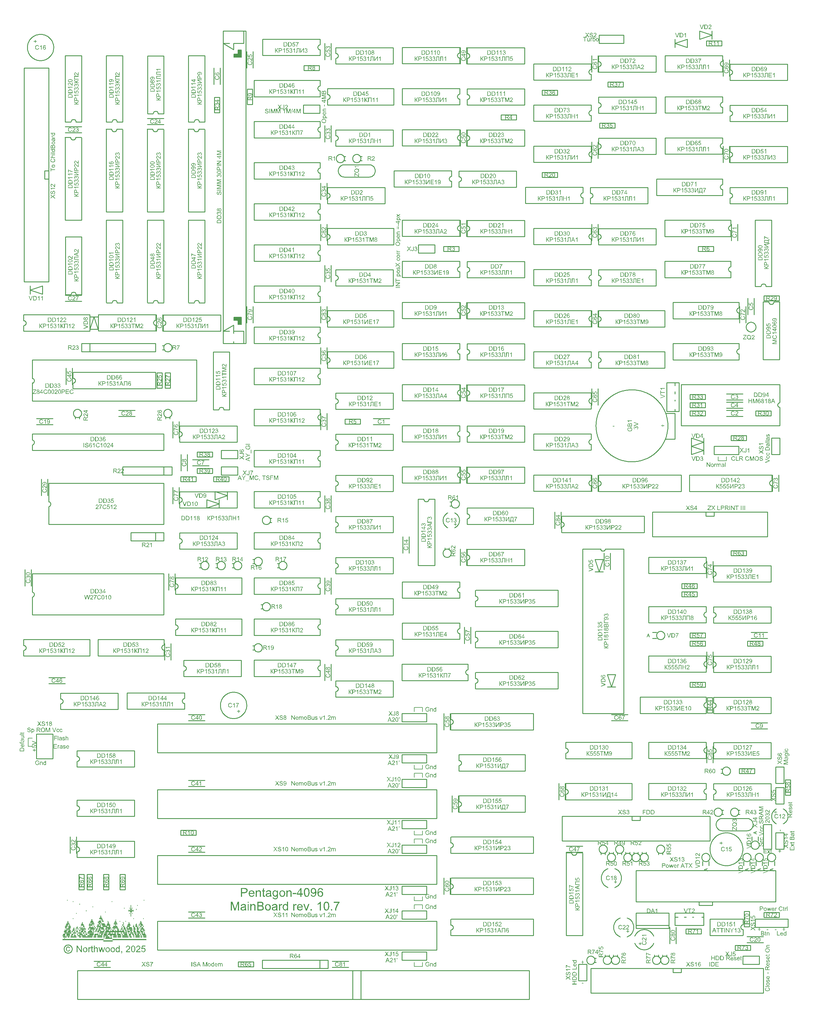
<source format=gto>
G04*
G04  File:            MAINBOARD-V10.7.1.GTO, Tue Oct 07 09:44:13 2025*
G04  Source:          P-CAD 2006 PCB, Version 19.02.958, (D:\PCAD-2006\Projects\Pentagon-4096\Hardware\MainBoard-v10.7.1.PCB)*
G04  Format:          Gerber Format (RS-274-D), ASCII*
G04*
G04  Format Options:  Absolute Positioning*
G04                   Leading-Zero Suppression*
G04                   Scale Factor 1:1*
G04                   NO Circular Interpolation*
G04                   Inch Units*
G04                   Numeric Format: 4.4 (XXXX.XXXX)*
G04                   G54 NOT Used for Aperture Change*
G04                   Apertures Embedded*
G04*
G04  File Options:    Offset = (0.0mil,0.0mil)*
G04                   Drill Symbol Size = 80.0mil*
G04                   No Pad/Via Holes*
G04*
G04  File Contents:   No Pads*
G04                   No Vias*
G04                   Designators*
G04                   Types*
G04                   Values*
G04                   No Drill Symbols*
G04                   Top Silk*
G04*
%INMAINBOARD-V10.7.1.GTO*%
%ICAS*%
%MOIN*%
G04*
G04  Aperture MACROs for general use --- invoked via D-code assignment *
G04*
G04  General MACRO for flashed round with rotation and/or offset hole *
%AMROTOFFROUND*
1,1,$1,0.0000,0.0000*
1,0,$2,$3,$4*%
G04*
G04  General MACRO for flashed oval (obround) with rotation and/or offset hole *
%AMROTOFFOVAL*
21,1,$1,$2,0.0000,0.0000,$3*
1,1,$4,$5,$6*
1,1,$4,0-$5,0-$6*
1,0,$7,$8,$9*%
G04*
G04  General MACRO for flashed oval (obround) with rotation and no hole *
%AMROTOVALNOHOLE*
21,1,$1,$2,0.0000,0.0000,$3*
1,1,$4,$5,$6*
1,1,$4,0-$5,0-$6*%
G04*
G04  General MACRO for flashed rectangle with rotation and/or offset hole *
%AMROTOFFRECT*
21,1,$1,$2,0.0000,0.0000,$3*
1,0,$4,$5,$6*%
G04*
G04  General MACRO for flashed rectangle with rotation and no hole *
%AMROTRECTNOHOLE*
21,1,$1,$2,0.0000,0.0000,$3*%
G04*
G04  General MACRO for flashed rounded-rectangle *
%AMROUNDRECT*
21,1,$1,$2-$4,0.0000,0.0000,$3*
21,1,$1-$4,$2,0.0000,0.0000,$3*
1,1,$4,$5,$6*
1,1,$4,$7,$8*
1,1,$4,0-$5,0-$6*
1,1,$4,0-$7,0-$8*
1,0,$9,$10,$11*%
G04*
G04  General MACRO for flashed rounded-rectangle with rotation and no hole *
%AMROUNDRECTNOHOLE*
21,1,$1,$2-$4,0.0000,0.0000,$3*
21,1,$1-$4,$2,0.0000,0.0000,$3*
1,1,$4,$5,$6*
1,1,$4,$7,$8*
1,1,$4,0-$5,0-$6*
1,1,$4,0-$7,0-$8*%
G04*
G04  General MACRO for flashed regular polygon *
%AMREGPOLY*
5,1,$1,0.0000,0.0000,$2,$3+$4*
1,0,$5,$6,$7*%
G04*
G04  General MACRO for flashed regular polygon with no hole *
%AMREGPOLYNOHOLE*
5,1,$1,0.0000,0.0000,$2,$3+$4*%
G04*
G04  General MACRO for target *
%AMTARGET*
6,0,0,$1,$2,$3,4,$4,$5,$6*%
G04*
G04  General MACRO for mounting hole *
%AMMTHOLE*
1,1,$1,0,0*
1,0,$2,0,0*
$1=$1-$2*
$1=$1/2*
21,1,$2+$1,$3,0,0,$4*
21,1,$3,$2+$1,0,0,$4*%
G04*
G04*
G04  D10 : "Ellipse X8.0mil Y8.0mil H0.0mil 0.0deg (0.0mil,0.0mil) Draw"*
G04  Disc: OuterDia=0.0080*
%ADD10C, 0.0080*%
G04  D11 : "Ellipse X10.0mil Y10.0mil H0.0mil 0.0deg (0.0mil,0.0mil) Draw"*
G04  Disc: OuterDia=0.0100*
%ADD11C, 0.0100*%
G04  D12 : "Ellipse X15.0mil Y15.0mil H0.0mil 0.0deg (0.0mil,0.0mil) Draw"*
G04  Disc: OuterDia=0.0150*
%ADD12C, 0.0150*%
G04  D13 : "Ellipse X20.0mil Y20.0mil H0.0mil 0.0deg (0.0mil,0.0mil) Draw"*
G04  Disc: OuterDia=0.0200*
%ADD13C, 0.0200*%
G04  D14 : "Ellipse X25.0mil Y25.0mil H0.0mil 0.0deg (0.0mil,0.0mil) Draw"*
G04  Disc: OuterDia=0.0250*
%ADD14C, 0.0250*%
G04  D15 : "Ellipse X30.0mil Y30.0mil H0.0mil 0.0deg (0.0mil,0.0mil) Draw"*
G04  Disc: OuterDia=0.0300*
%ADD15C, 0.0300*%
G04  D16 : "Ellipse X40.0mil Y40.0mil H0.0mil 0.0deg (0.0mil,0.0mil) Draw"*
G04  Disc: OuterDia=0.0400*
%ADD16C, 0.0400*%
G04  D17 : "Ellipse X5.0mil Y5.0mil H0.0mil 0.0deg (0.0mil,0.0mil) Draw"*
G04  Disc: OuterDia=0.0050*
%ADD17C, 0.0050*%
G04  D18 : "Ellipse X6.0mil Y6.0mil H0.0mil 0.0deg (0.0mil,0.0mil) Draw"*
G04  Disc: OuterDia=0.0060*
%ADD18C, 0.0060*%
G04  D19 : "Ellipse X9.8mil Y9.8mil H0.0mil 0.0deg (0.0mil,0.0mil) Draw"*
G04  Disc: OuterDia=0.0098*
%ADD19C, 0.0098*%
G04  D20 : "Ellipse X110.0mil Y110.0mil H0.0mil 0.0deg (0.0mil,0.0mil) Flash"*
G04  Disc: OuterDia=0.1100*
%ADD20C, 0.1100*%
G04  D21 : "Ellipse X200.0mil Y200.0mil H0.0mil 0.0deg (0.0mil,0.0mil) Flash"*
G04  Disc: OuterDia=0.2000*
%ADD21C, 0.2000*%
G04  D22 : "Ellipse X215.0mil Y215.0mil H0.0mil 0.0deg (0.0mil,0.0mil) Flash"*
G04  Disc: OuterDia=0.2150*
%ADD22C, 0.2150*%
G04  D23 : "Ellipse X50.0mil Y50.0mil H0.0mil 0.0deg (0.0mil,0.0mil) Flash"*
G04  Disc: OuterDia=0.0500*
%ADD23C, 0.0500*%
G04  D24 : "Ellipse X56.0mil Y56.0mil H0.0mil 0.0deg (0.0mil,0.0mil) Flash"*
G04  Disc: OuterDia=0.0560*
%ADD24C, 0.0560*%
G04  D25 : "Ellipse X60.0mil Y60.0mil H0.0mil 0.0deg (0.0mil,0.0mil) Flash"*
G04  Disc: OuterDia=0.0600*
%ADD25C, 0.0600*%
G04  D26 : "Ellipse X64.0mil Y64.0mil H0.0mil 0.0deg (0.0mil,0.0mil) Flash"*
G04  Disc: OuterDia=0.0640*
%ADD26C, 0.0640*%
G04  D27 : "Ellipse X65.0mil Y65.0mil H0.0mil 0.0deg (0.0mil,0.0mil) Flash"*
G04  Disc: OuterDia=0.0650*
%ADD27C, 0.0650*%
G04  D28 : "Ellipse X71.0mil Y71.0mil H0.0mil 0.0deg (0.0mil,0.0mil) Flash"*
G04  Disc: OuterDia=0.0710*
%ADD28C, 0.0710*%
G04  D29 : "Ellipse X75.0mil Y75.0mil H0.0mil 0.0deg (0.0mil,0.0mil) Flash"*
G04  Disc: OuterDia=0.0750*
%ADD29C, 0.0750*%
G04  D30 : "Ellipse X79.0mil Y79.0mil H0.0mil 0.0deg (0.0mil,0.0mil) Flash"*
G04  Disc: OuterDia=0.0790*
%ADD30C, 0.0790*%
G04  D31 : "Ellipse X90.0mil Y90.0mil H0.0mil 0.0deg (0.0mil,0.0mil) Flash"*
G04  Disc: OuterDia=0.0900*
%ADD31C, 0.0900*%
G04  D32 : "Ellipse X95.0mil Y95.0mil H0.0mil 0.0deg (0.0mil,0.0mil) Flash"*
G04  Disc: OuterDia=0.0950*
%ADD32C, 0.0950*%
G04  D33 : "Oval X75.0mil Y87.0mil H0.0mil 0.0deg (0.0mil,0.0mil) Flash"*
G04  Obround: DimX=0.0750, DimY=0.0870, Rotation=0.0, OffsetX=0.0000, OffsetY=0.0000, HoleDia=0.0000 *
%ADD33O, 0.0750 X0.0870*%
G04  D34 : "Oval X90.0mil Y102.0mil H0.0mil 0.0deg (0.0mil,0.0mil) Flash"*
G04  Obround: DimX=0.0900, DimY=0.1020, Rotation=0.0, OffsetX=0.0000, OffsetY=0.0000, HoleDia=0.0000 *
%ADD34O, 0.0900 X0.1020*%
G04  D35 : "Rectangle X110.0mil Y110.0mil H0.0mil 0.0deg (0.0mil,0.0mil) Flash"*
G04  Square: Side=0.1100, Rotation=0.0, OffsetX=0.0000, OffsetY=0.0000, HoleDia=0.0000*
%ADD35R, 0.1100 X0.1100*%
G04  D36 : "Rectangle X50.0mil Y50.0mil H0.0mil 0.0deg (0.0mil,0.0mil) Flash"*
G04  Square: Side=0.0500, Rotation=0.0, OffsetX=0.0000, OffsetY=0.0000, HoleDia=0.0000*
%ADD36R, 0.0500 X0.0500*%
G04  D37 : "Rectangle X56.0mil Y56.0mil H0.0mil 0.0deg (0.0mil,0.0mil) Flash"*
G04  Square: Side=0.0560, Rotation=0.0, OffsetX=0.0000, OffsetY=0.0000, HoleDia=0.0000*
%ADD37R, 0.0560 X0.0560*%
G04  D38 : "Rectangle X60.0mil Y60.0mil H0.0mil 0.0deg (0.0mil,0.0mil) Flash"*
G04  Square: Side=0.0600, Rotation=0.0, OffsetX=0.0000, OffsetY=0.0000, HoleDia=0.0000*
%ADD38R, 0.0600 X0.0600*%
G04  D39 : "Rectangle X64.0mil Y64.0mil H0.0mil 0.0deg (0.0mil,0.0mil) Flash"*
G04  Square: Side=0.0640, Rotation=0.0, OffsetX=0.0000, OffsetY=0.0000, HoleDia=0.0000*
%ADD39R, 0.0640 X0.0640*%
G04  D40 : "Rectangle X65.0mil Y65.0mil H0.0mil 0.0deg (0.0mil,0.0mil) Flash"*
G04  Square: Side=0.0650, Rotation=0.0, OffsetX=0.0000, OffsetY=0.0000, HoleDia=0.0000*
%ADD40R, 0.0650 X0.0650*%
G04  D41 : "Rectangle X71.0mil Y71.0mil H0.0mil 0.0deg (0.0mil,0.0mil) Flash"*
G04  Square: Side=0.0710, Rotation=0.0, OffsetX=0.0000, OffsetY=0.0000, HoleDia=0.0000*
%ADD41R, 0.0710 X0.0710*%
G04  D42 : "Rectangle X75.0mil Y75.0mil H0.0mil 0.0deg (0.0mil,0.0mil) Flash"*
G04  Square: Side=0.0750, Rotation=0.0, OffsetX=0.0000, OffsetY=0.0000, HoleDia=0.0000*
%ADD42R, 0.0750 X0.0750*%
G04  D43 : "Rectangle X75.0mil Y87.0mil H0.0mil 0.0deg (0.0mil,0.0mil) Flash"*
G04  Rectangular: DimX=0.0750, DimY=0.0870, Rotation=0.0, OffsetX=0.0000, OffsetY=0.0000, HoleDia=0.0000 *
%ADD43R, 0.0750 X0.0870*%
G04  D44 : "Rectangle X79.0mil Y79.0mil H0.0mil 0.0deg (0.0mil,0.0mil) Flash"*
G04  Square: Side=0.0790, Rotation=0.0, OffsetX=0.0000, OffsetY=0.0000, HoleDia=0.0000*
%ADD44R, 0.0790 X0.0790*%
G04  D45 : "Rectangle X90.0mil Y102.0mil H0.0mil 0.0deg (0.0mil,0.0mil) Flash"*
G04  Rectangular: DimX=0.0900, DimY=0.1020, Rotation=0.0, OffsetX=0.0000, OffsetY=0.0000, HoleDia=0.0000 *
%ADD45R, 0.0900 X0.1020*%
G04  D46 : "Rectangle X95.0mil Y95.0mil H0.0mil 0.0deg (0.0mil,0.0mil) Flash"*
G04  Square: Side=0.0950, Rotation=0.0, OffsetX=0.0000, OffsetY=0.0000, HoleDia=0.0000*
%ADD46R, 0.0950 X0.0950*%
G04  D47 : "Ellipse X102.0mil Y102.0mil H0.0mil 0.0deg (0.0mil,0.0mil) Flash"*
G04  Disc: OuterDia=0.1020*
%ADD47C, 0.1020*%
G04  D48 : "Ellipse X118.0mil Y118.0mil H0.0mil 0.0deg (0.0mil,0.0mil) Flash"*
G04  Disc: OuterDia=0.1180*
%ADD48C, 0.1180*%
G04  D49 : "Ellipse X133.0mil Y133.0mil H0.0mil 0.0deg (0.0mil,0.0mil) Flash"*
G04  Disc: OuterDia=0.1330*
%ADD49C, 0.1330*%
G04  D50 : "Ellipse X20.0mil Y20.0mil H0.0mil 0.0deg (0.0mil,0.0mil) Flash"*
G04  Disc: OuterDia=0.0200*
%ADD50C, 0.0200*%
G04  D51 : "Ellipse X35.0mil Y35.0mil H0.0mil 0.0deg (0.0mil,0.0mil) Flash"*
G04  Disc: OuterDia=0.0350*
%ADD51C, 0.0350*%
G04  D52 : "Ellipse X55.0mil Y55.0mil H0.0mil 0.0deg (0.0mil,0.0mil) Flash"*
G04  Disc: OuterDia=0.0550*
%ADD52C, 0.0550*%
G04  D53 : "Ellipse X70.0mil Y70.0mil H0.0mil 0.0deg (0.0mil,0.0mil) Flash"*
G04  Disc: OuterDia=0.0700*
%ADD53C, 0.0700*%
G04  D54 : "Ellipse X87.0mil Y87.0mil H0.0mil 0.0deg (0.0mil,0.0mil) Flash"*
G04  Disc: OuterDia=0.0870*
%ADD54C, 0.0870*%
G04*
%FSLAX44Y44*%
%SFA1B1*%
%OFA0.0000B0.0000*%
G04*
G70*
G90*
G01*
D2*
%LNTop Silk*%
%LPD*%
D10*
D11*
X106861Y106360*
X106958Y106369D1*
X107052Y106398*
X107139Y106444*
X107214Y106506*
X107277Y106582*
X107323Y106668*
X107351Y106762*
X107361Y106860*
X107351Y106957*
X107323Y107051*
X107277Y107137*
X107214Y107213*
X107139Y107275*
X107052Y107322*
X106958Y107350*
X106861Y107360*
X106763Y107350*
X106670Y107322*
X106583Y107275*
X106507Y107213*
X106445Y107137*
X106399Y107051*
X106370Y106957*
X106361Y106860*
X106370Y106762*
X106399Y106668*
X106445Y106582*
X106507Y106506*
X106583Y106444*
X106670Y106398*
X106763Y106369*
X106861Y106360*
D2*
D10*
X106440Y108200*
Y108120D1*
X106840Y108280D2*
X107000D1*
X106280D2*
X106680D1*
X106200Y108440D2*
X106520D1*
X106200Y108520D2*
X106520D1*
X106280Y108600D2*
X106520D1*
X106280Y108680D2*
X106520D1*
X107000Y109720D2*
X107080D1*
X107000Y109800D2*
X107080D1*
X106760Y110040D2*
X106920D1*
X106760Y110120D2*
X106920D1*
X106840Y110200D2*
Y110280D1*
X106680Y108440D2*
X107080D1*
X106680Y108520D2*
X107080D1*
X106680Y108600D2*
X107080D1*
X106680Y108680D2*
X107080D1*
X106360Y108920D2*
X106680D1*
X106360Y109000D2*
X106680D1*
X106440Y109080D2*
X106760D1*
X106440Y109160D2*
X106760D1*
X106680Y109240D2*
X107080D1*
X106680Y109320D2*
X107080D1*
X106520Y109400D2*
X106680D1*
X106520Y109480D2*
X106680D1*
X106520Y109560D2*
X106760D1*
X106520Y109640D2*
X106760D1*
X106600Y109720D2*
X106840D1*
X106600Y109800D2*
X106840D1*
X106680Y109880D2*
X107000D1*
X106680Y109960D2*
X107000D1*
X106840Y108360D2*
X107000D1*
X106280D2*
X106680D1*
X107240Y108440D2*
X107400D1*
X107240Y108520D2*
X107400D1*
X107560Y108440D2*
X107800D1*
X107560Y108520D2*
X107800D1*
X107320Y108600D2*
X107480D1*
X107320Y108680D2*
X107480D1*
X107640D2*
Y108600D1*
X107480Y108760D2*
X107800D1*
X107480Y108840D2*
X107800D1*
X107320Y108920D2*
X107400D1*
X107320Y109000D2*
X107400D1*
X107640Y108920D2*
X107720D1*
X107640Y109000D2*
X107720D1*
X107400Y109080D2*
X107640D1*
X107400Y109160D2*
X107640D1*
X107800Y109080D2*
Y109160D1*
X107480Y109240D2*
X107640D1*
X107480Y109320D2*
X107640D1*
X107560Y109400D2*
Y109480D1*
X107480Y110520D2*
Y110600D1*
X107800Y109240D2*
X107880D1*
X107800Y109320D2*
X107880D1*
X106840Y108920D2*
X107160D1*
X106840Y109000D2*
X107160D1*
X106920Y109080D2*
X107160D1*
X106920Y109160D2*
X107160D1*
X106920Y109400D2*
X107160D1*
X106920Y109480D2*
X107160D1*
X106920Y109560D2*
X107160D1*
X106920Y109640D2*
X107160D1*
X106440Y108760D2*
X107240D1*
X106440Y108840D2*
X107240D1*
X107160Y108280D2*
X107880D1*
X107160Y108360D2*
X107880D1*
X106760Y112760D2*
Y112840D1*
X107480Y112600D2*
Y112680D1*
X107880Y111160D2*
Y111240D1*
X108200Y108280D2*
X108440D1*
X108600D2*
X109800D1*
X108040Y108440D2*
X108360D1*
X108040Y108520D2*
X108360D1*
X108520Y108440D2*
X109000D1*
X108520Y108520D2*
X109000D1*
X108280Y108600D2*
X108600D1*
X108280Y108680D2*
X108600D1*
X108840Y108600D2*
Y108680D1*
X109000Y108600D2*
X109160D1*
X109000Y108680D2*
X109160D1*
X108120Y108760D2*
X108520D1*
X108120Y108840D2*
X108520D1*
X108680Y108760D2*
X108840D1*
X108680Y108840D2*
X108840D1*
X109000Y108760D2*
X109080D1*
X109000Y108840D2*
X109080D1*
X108280Y108920D2*
Y109000D1*
X108440Y108920D2*
X108680D1*
X108440Y109000D2*
X108680D1*
X108840Y108920D2*
X109000D1*
X108840Y109000D2*
X109000D1*
X108200Y109080D2*
X108360D1*
X108200Y109160D2*
X108360D1*
X108520Y109080D2*
X108760D1*
X108520Y109160D2*
X108760D1*
X108920Y109080D2*
Y109160D1*
X108040Y109240D2*
X108120D1*
X108040Y109320D2*
X108120D1*
X108360Y109240D2*
X109000D1*
X108360Y109320D2*
X109000D1*
X109320Y109240D2*
X109400D1*
X109320Y109320D2*
X109400D1*
X108280Y109400D2*
X108360D1*
X108280Y109480D2*
X108360D1*
X108520Y109400D2*
X108600D1*
X108520Y109480D2*
X108600D1*
X108760Y109400D2*
X108840D1*
X108760Y109480D2*
X108840D1*
X108440Y109560D2*
Y109640D1*
X108680Y109560D2*
X108840D1*
X108680Y109640D2*
X108840D1*
X109480Y109560D2*
X109560D1*
X109480Y109640D2*
X109560D1*
X108440Y109720D2*
X108760D1*
X108440Y109800D2*
X108760D1*
X108520Y109880D2*
X108680D1*
X108520Y109960D2*
X108680D1*
X109480Y109880D2*
X109560D1*
X109480Y109960D2*
X109560D1*
X108600Y110040D2*
Y110120D1*
X109960Y108920D2*
X110040D1*
X109960Y109000D2*
X110040D1*
X109880Y109080D2*
X109960D1*
X109880Y109160D2*
X109960D1*
X109880Y109560D2*
Y109640D1*
X110040Y109560D2*
X110120D1*
X110040Y109640D2*
X110120D1*
X109960Y109720D2*
Y109800D1*
X109720Y109880D2*
X110040D1*
X109720Y109960D2*
X110040D1*
X109720Y110360D2*
X109800D1*
X109720Y110440D2*
X109800D1*
X109240Y108440D2*
X109880D1*
X109240Y108520D2*
X109880D1*
X109480Y108600D2*
X109960D1*
X109480Y108680D2*
X109960D1*
X109240Y108760D2*
X109960D1*
X109240Y108840D2*
X109960D1*
X109320Y108920D2*
X109800D1*
X109320Y109000D2*
X109800D1*
X109480Y109080D2*
X109720D1*
X109480Y109160D2*
X109720D1*
X109560Y109240D2*
X110120D1*
X109560Y109320D2*
X110120D1*
X109400Y109400D2*
X109960D1*
X109400Y109480D2*
X109960D1*
X109400Y109720D2*
X109800D1*
X109400Y109800D2*
X109800D1*
X109560Y110040D2*
X109960D1*
X109560Y110120D2*
X109960D1*
X109640Y110200D2*
X109880D1*
X109640Y110280D2*
X109880D1*
X108200Y108360D2*
X108440D1*
X108600D2*
X109800D1*
X110680Y108600D2*
Y108680D1*
X110520Y108760D2*
Y108840D1*
X110440Y108920D2*
X110600D1*
X110440Y109000D2*
X110600D1*
X110520Y109080D2*
X110840D1*
X110520Y109160D2*
X110840D1*
X110280Y109240D2*
X110440D1*
X110280Y109320D2*
X110440D1*
X110600Y109240D2*
X110760D1*
X110600Y109320D2*
X110760D1*
X110440Y109400D2*
X110520D1*
X110440Y109480D2*
X110520D1*
X110360Y109560D2*
X110840D1*
X110360Y109640D2*
X110840D1*
X110440Y109720D2*
X110600D1*
X110440Y109800D2*
X110600D1*
X110760Y109720D2*
X110840D1*
X110760Y109800D2*
X110840D1*
X110600Y109880D2*
X110760D1*
X110600Y109960D2*
X110760D1*
X110600Y110200D2*
X110840D1*
X110600Y110280D2*
X110840D1*
X110760Y110360D2*
Y110440D1*
X110840Y110840D2*
Y110920D1*
X110520Y110040D2*
X110920D1*
X110520Y110120D2*
X110920D1*
X110760Y110680D2*
X110920D1*
X110760Y110760D2*
X110920D1*
X109960Y108280D2*
X110280D1*
X110040Y108440D2*
X110280D1*
X110040Y108520D2*
X110280D1*
X110120Y108600D2*
X110520D1*
X110120Y108680D2*
X110520D1*
X110200Y108920D2*
X110280D1*
X110200Y109000D2*
X110280D1*
X110200Y109080D2*
X110360D1*
X110200Y109160D2*
X110360D1*
X110120Y109400D2*
X110200D1*
X110120Y109480D2*
X110200D1*
X109960Y108360D2*
X110280D1*
X108280Y112280D2*
Y112360D1*
X109080Y111480D2*
Y111560D1*
X109880Y111960D2*
Y112040D1*
X111160Y107800D2*
X112280D1*
X111160Y107880D2*
X112280D1*
X111240Y108200D2*
Y108120D1*
X111400D2*
X112200D1*
X111400Y108200D2*
X112200D1*
X111160Y108280D2*
X111320D1*
X111480D2*
X111880D1*
X112360D2*
X112760D1*
X111160Y108440D2*
X111720D1*
X111160Y108520D2*
X111720D1*
X111960Y108440D2*
X112200D1*
X111960Y108520D2*
X112200D1*
X111240Y108600D2*
X111560D1*
X111240Y108680D2*
X111560D1*
X111320Y108760D2*
X111640D1*
X111320Y108840D2*
X111640D1*
X111800Y108760D2*
X112040D1*
X111800Y108840D2*
X112040D1*
X112200Y108760D2*
X112280D1*
X112200Y108840D2*
X112280D1*
X111160Y109080D2*
X111320D1*
X111160Y109160D2*
X111320D1*
X111480Y109080D2*
X111800D1*
X111480Y109160D2*
X111800D1*
X112040Y109080D2*
Y109160D1*
X112200Y109080D2*
X112440D1*
X112200Y109160D2*
X112440D1*
X111400Y109240D2*
X111560D1*
X111400Y109320D2*
X111560D1*
X111720Y109240D2*
X111960D1*
X111720Y109320D2*
X111960D1*
X112120Y109240D2*
Y109320D1*
X112440Y109240D2*
X112520D1*
X112440Y109320D2*
X112520D1*
X111480Y109400D2*
X112040D1*
X111480Y109480D2*
X112040D1*
X111080Y109560D2*
X111640D1*
X111080Y109640D2*
X111640D1*
X111800Y109560D2*
X111960D1*
X111800Y109640D2*
X111960D1*
X111560Y109720D2*
X111960D1*
X111560Y109800D2*
X111960D1*
X111640Y109880D2*
X111880D1*
X111640Y109960D2*
X111880D1*
X111720Y110040D2*
X111800D1*
X111720Y110120D2*
X111800D1*
X111720Y110200D2*
Y110280D1*
X112840Y108760D2*
X113000D1*
X112840Y108840D2*
X113000D1*
X112840Y109080D2*
X113080D1*
X112840Y109160D2*
X113080D1*
X112840Y109240D2*
X113000D1*
X112840Y109320D2*
X113000D1*
X112360Y108440D2*
X112760D1*
X112360Y108520D2*
X112760D1*
X111720Y108600D2*
X112680D1*
X111720Y108680D2*
X112680D1*
X112520Y108760D2*
X112680D1*
X112520Y108840D2*
X112680D1*
X112600Y109080D2*
X112680D1*
X112600Y109160D2*
X112680D1*
X112280Y109400D2*
X112920D1*
X112280Y109480D2*
X112920D1*
X112360Y109560D2*
X112840D1*
X112360Y109640D2*
X112840D1*
X112600Y109720D2*
X112680D1*
X112600Y109800D2*
X112680D1*
X112440Y109880D2*
X112840D1*
X112440Y109960D2*
X112840D1*
X112520Y110040D2*
X112760D1*
X112520Y110120D2*
X112760D1*
X112600Y110200D2*
X112680D1*
X112600Y110280D2*
X112680D1*
Y110360D2*
Y110440D1*
X111160Y108360D2*
X111320D1*
X111480D2*
X111880D1*
X112120D2*
Y108280D1*
X112360Y108360D2*
X112760D1*
X113400Y108600D2*
X113480D1*
X113400Y108680D2*
X113480D1*
X113320Y108760D2*
X113400D1*
X113320Y108840D2*
X113400D1*
X113240Y109080D2*
X113320D1*
X113240Y109160D2*
X113320D1*
X113480Y109080D2*
X113640D1*
X113480Y109160D2*
X113640D1*
X113320Y109240D2*
X113480D1*
X113320Y109320D2*
X113480D1*
X113400Y109400D2*
X113480D1*
X113400Y109480D2*
X113480D1*
X113640Y109400D2*
X113800D1*
X113640Y109480D2*
X113800D1*
X113400Y109560D2*
Y109640D1*
X113560Y109560D2*
X113720D1*
X113560Y109640D2*
X113720D1*
X113480Y109720D2*
X113560D1*
X113480Y109800D2*
X113560D1*
Y109880D2*
X113640D1*
X113560Y109960D2*
X113640D1*
X113560Y110040D2*
Y110120D1*
X113640Y109240D2*
X113880D1*
X113640Y109320D2*
X113880D1*
Y110200D2*
Y110280D1*
X112920Y108280D2*
X113320D1*
X112920Y108440D2*
X113320D1*
X112920Y108520D2*
X113320D1*
X112840Y108600D2*
X113240D1*
X112840Y108680D2*
X113240D1*
X113160Y110200D2*
Y110280D1*
X111400Y108920D2*
X113720D1*
X111400Y109000D2*
X113720D1*
X112920Y108360D2*
X113320D1*
X112200Y112600D2*
Y112680D1*
X111400Y111320D2*
Y111400D1*
X113720Y111800D2*
Y111880D1*
X114360Y108280D2*
X114600D1*
X114840D2*
X114920D1*
X115080D2*
X115560D1*
X115720D2*
X115880D1*
X114280Y108440D2*
X114520D1*
X114280Y108520D2*
X114520D1*
X114760Y108440D2*
X114920D1*
X114760Y108520D2*
X114920D1*
X115080Y108440D2*
X115560D1*
X115080Y108520D2*
X115560D1*
X114280Y108600D2*
X114520D1*
X114280Y108680D2*
X114520D1*
X114680Y108600D2*
X114840D1*
X114680Y108680D2*
X114840D1*
X115000Y108600D2*
X115160D1*
X115000Y108680D2*
X115160D1*
X115320Y108600D2*
X115480D1*
X115320Y108680D2*
X115480D1*
X114200Y108760D2*
X114280D1*
X114200Y108840D2*
X114280D1*
X114440Y108760D2*
X114760D1*
X114440Y108840D2*
X114760D1*
X114920Y108760D2*
X115160D1*
X114920Y108840D2*
X115160D1*
X114120Y108920D2*
X114360D1*
X114120Y109000D2*
X114360D1*
X114520Y108920D2*
X114600D1*
X114520Y109000D2*
X114600D1*
X114840Y108920D2*
X115080D1*
X114840Y109000D2*
X115080D1*
X115240Y108920D2*
X115560D1*
X115240Y109000D2*
X115560D1*
X114120Y109080D2*
X114200D1*
X114120Y109160D2*
X114200D1*
X114360Y109080D2*
X114680D1*
X114360Y109160D2*
X114680D1*
X114840Y109080D2*
X115000D1*
X114840Y109160D2*
X115000D1*
X115240Y109080D2*
X115400D1*
X115240Y109160D2*
X115400D1*
X114040Y109240D2*
X114680D1*
X114040Y109320D2*
X114680D1*
X114840Y109240D2*
X115080D1*
X114840Y109320D2*
X115080D1*
X115240Y109240D2*
X115480D1*
X115240Y109320D2*
X115480D1*
X114280Y109400D2*
X114600D1*
X114280Y109480D2*
X114600D1*
X114840Y109400D2*
X115000D1*
X114840Y109480D2*
X115000D1*
X115240Y109400D2*
X115400D1*
X115240Y109480D2*
X115400D1*
X114040Y109560D2*
X114360D1*
X114040Y109640D2*
X114360D1*
X114760Y109560D2*
X114920D1*
X114760Y109640D2*
X114920D1*
X115080Y109560D2*
X115320D1*
X115080Y109640D2*
X115320D1*
X115480Y109560D2*
Y109640D1*
X114120Y109720D2*
X114440D1*
X114120Y109800D2*
X114440D1*
X114840Y109720D2*
Y109800D1*
X115080Y109720D2*
X115240D1*
X115080Y109800D2*
X115240D1*
X115480Y109720D2*
X115560D1*
X115480Y109800D2*
X115560D1*
X114200Y109880D2*
X114360D1*
X114200Y109960D2*
X114360D1*
X115160Y109880D2*
Y109960D1*
X114280Y110040D2*
Y110120D1*
X114840Y110520D2*
Y110600D1*
X115720Y108440D2*
X115800D1*
X115720Y108520D2*
X115800D1*
Y108760D2*
X115960D1*
X115800Y108840D2*
X115960D1*
X115720Y108920D2*
X115960D1*
X115720Y109000D2*
X115960D1*
X116120Y108920D2*
Y109000D1*
X115720Y109240D2*
X116120D1*
X115720Y109320D2*
X116120D1*
X115800Y109400D2*
X115960D1*
X115800Y109480D2*
X115960D1*
Y109560D2*
X116040D1*
X115960Y109640D2*
X116040D1*
X115720Y109720D2*
X115960D1*
X115720Y109800D2*
X115960D1*
X115720Y110200D2*
Y110280D1*
X116040Y110520D2*
Y110600D1*
X115640Y108600D2*
X115720D1*
X115640Y108680D2*
X115720D1*
X115320Y108760D2*
X115640D1*
X115320Y108840D2*
X115640D1*
Y109080D2*
X115800D1*
X115640Y109160D2*
X115800D1*
X115560Y109400D2*
X115640D1*
X115560Y109480D2*
X115640D1*
Y109560D2*
X115800D1*
X115640Y109640D2*
X115800D1*
X115560Y109880D2*
X115880D1*
X115560Y109960D2*
X115880D1*
X115640Y110040D2*
X115800D1*
X115640Y110120D2*
X115800D1*
X114360Y108360D2*
X114600D1*
X114840D2*
X114920D1*
X115080D2*
X115560D1*
X115720D2*
X115880D1*
X116040Y108280D2*
X116360D1*
X115960Y108440D2*
X116360D1*
X115960Y108520D2*
X116360D1*
X115880Y108600D2*
X116280D1*
X115880Y108680D2*
X116280D1*
X116120Y108760D2*
X116200D1*
X116120Y108840D2*
X116200D1*
X115960Y109080D2*
X116200D1*
X115960Y109160D2*
X116200D1*
X116040Y108360D2*
X116360D1*
X114360Y111160D2*
Y111240D1*
X114680Y111160D2*
Y111240D1*
X114440Y111320D2*
X114600D1*
X114200Y111480D2*
X114840D1*
X114200Y111560D2*
X114840D1*
X114440Y111640D2*
X114600D1*
X114440Y111720D2*
X114600D1*
X114360Y111800D2*
Y111880D1*
X114520Y111800D2*
Y112200D1*
X114680Y111800D2*
Y111880D1*
X115160Y111640D2*
Y111720D1*
X115320Y112120D2*
Y112200D1*
X116120Y112760D2*
Y112840D1*
X114440Y111400D2*
X114600D1*
X149000Y111750D2*
Y112250D1*
Y113250D2*
Y112750D1*
Y121250D2*
Y120750D1*
Y127750D2*
Y128250D1*
Y135750D2*
Y136250D1*
X187000Y166250D2*
Y166750D1*
X114520Y110840D2*
Y111240D1*
X149000Y105250D2*
Y104750D1*
Y119750D2*
Y120250D1*
Y129250D2*
Y128750D1*
X107960Y108600D2*
X108040D1*
X107960Y108680D2*
X108040D1*
X107960Y108840D2*
Y108760D1*
Y109080D2*
Y109160D1*
Y109560D2*
Y109640D1*
X107880Y108920D2*
X108040D1*
X107880Y109000D2*
X108040D1*
X107880Y109400D2*
X108040D1*
X107880Y109480D2*
X108040D1*
X102000Y131500D2*
X102500D1*
Y132500D2*
X102000D1*
X111000Y109720D2*
X111400D1*
X111000Y109800D2*
X111400D1*
X111000Y110200D2*
X111160D1*
X111000Y110280D2*
X111160D1*
X110440Y108280D2*
X111000D1*
X110440Y108440D2*
X111000D1*
X110440Y108520D2*
X111000D1*
X110920Y108600D2*
X111080D1*
X110920Y108680D2*
X111080D1*
X110680Y108760D2*
X111160D1*
X110680Y108840D2*
X111160D1*
X110760Y108920D2*
X111240D1*
X110760Y109000D2*
X111240D1*
X110920Y109240D2*
X111240D1*
X110920Y109320D2*
X111240D1*
X110680Y109400D2*
X111160D1*
X110680Y109480D2*
X111160D1*
X110920Y109880D2*
X111320D1*
X110920Y109960D2*
X111320D1*
X110920Y110360D2*
X111080D1*
X110920Y110440D2*
X111080D1*
X110680Y110520D2*
X111000D1*
X110680Y110600D2*
X111000D1*
X110440Y108360D2*
X111000D1*
X113960Y109400D2*
X114120D1*
X113960Y109480D2*
X114120D1*
X113480Y108280D2*
X114200D1*
X113480Y108440D2*
X114120D1*
X113480Y108520D2*
X114120D1*
X113720Y108600D2*
X114040D1*
X113720Y108680D2*
X114040D1*
X113560Y108760D2*
X114040D1*
X113560Y108840D2*
X114040D1*
X113880Y108920D2*
X113960D1*
X113880Y109000D2*
X113960D1*
X113800Y109080D2*
X113960D1*
X113800Y109160D2*
X113960D1*
X113480Y108360D2*
X114200D1*
X112280Y108040D2*
X116360D1*
X149000Y104750D2*
X150000D1*
X149000Y112750D2*
X150000D1*
X149000Y112250D2*
X150000D1*
Y111750*
Y112750D2*
Y113250D1*
X149000Y120750D2*
X150000D1*
X149000Y120250D2*
X150000D1*
Y120750D2*
Y121250D1*
X149000Y128750D2*
X150000D1*
X149000Y128250D2*
X150000D1*
Y127750*
X149000Y136250D2*
X150000D1*
Y135750*
X186000Y166750D2*
Y166250D1*
X187000*
X102000Y132500D2*
Y131500D1*
X112280Y107960D2*
X116360D1*
X150000Y104750D2*
Y105250D1*
Y120250D2*
Y119750D1*
Y128750D2*
Y129250D1*
X106200Y108040D2*
X111160D1*
X106200Y107960D2*
X111160D1*
D2*
D11*
X154375Y125500*
Y123500D1*
X153625D2*
Y125500D1*
D2*
D10*
D11*
X155375Y155500*
Y153500D1*
X154625D2*
Y155500D1*
D2*
D10*
D11*
X155375Y185500*
Y183500D1*
X154625D2*
Y185500D1*
D2*
D10*
D11*
X155375Y206500*
Y204500D1*
X154625D2*
Y206500D1*
D2*
D10*
D11*
X104375Y164000*
Y162000D1*
X103625D2*
Y164000D1*
D2*
D10*
D11*
X107375Y177500*
Y175500D1*
X106625D2*
Y177500D1*
D2*
D10*
D11*
X109812Y115937*
X109187D1*
X109812Y114062D2*
X109187D1*
Y115937*
X109812D2*
Y114062D1*
D2*
D10*
D11*
X108812Y115937*
X108187D1*
X108812Y114062D2*
X108187D1*
Y115937*
X108812D2*
Y114062D1*
D2*
D10*
D11*
X111812Y115937*
X111187D1*
X111812Y114062D2*
X111187D1*
Y115937*
X111812D2*
Y114062D1*
D2*
D10*
D11*
X118625Y142000*
Y144000D1*
X119375D2*
Y142000D1*
D2*
D10*
D11*
X118312Y176937*
X117687D1*
X118312Y175062D2*
X117687D1*
Y176937*
X118312D2*
Y175062D1*
D2*
D10*
D11*
X118750Y171350*
Y171550D1*
X119250Y171350D2*
Y171550D1*
X119000Y171499D2*
X119097Y171509D1*
X119191Y171538*
X119277Y171584*
X119353Y171646*
X119415Y171722*
X119461Y171808*
X119490Y171902*
X119500Y172000*
X119490Y172097*
X119461Y172191*
X119415Y172277*
X119353Y172353*
X119277Y172415*
X119191Y172461*
X119097Y172490*
X119000Y172500*
X118902Y172490*
X118808Y172461*
X118722Y172415*
X118646Y172353*
X118584Y172277*
X118538Y172191*
X118509Y172097*
X118499Y172000*
X118509Y171902*
X118538Y171808*
X118584Y171722*
X118646Y171646*
X118722Y171584*
X118808Y171538*
X118902Y171509*
X119000Y171499*
D2*
D10*
D11*
X119312Y176937*
X118687D1*
X119312Y175062D2*
X118687D1*
Y176937*
X119312D2*
Y175062D1*
D2*
D10*
D11*
X117625Y182000*
Y184000D1*
X118375D2*
Y182000D1*
D2*
D10*
D11*
X120625Y165000*
Y167000D1*
X121375D2*
Y165000D1*
D2*
D10*
D11*
X124687Y208562*
X125312D1*
X124687Y210437D2*
X125312D1*
Y208562*
X124687D2*
Y210437D1*
D2*
D10*
D11*
X124625Y212000*
Y214000D1*
X125375D2*
Y212000D1*
D2*
D10*
D11*
X126850Y153750*
X127050D1*
X126850Y153250D2*
X127050D1*
X126999Y153500D2*
X127009Y153402D1*
X127038Y153308*
X127084Y153222*
X127146Y153146*
X127222Y153084*
X127308Y153038*
X127402Y153009*
X127500Y152999*
X127597Y153009*
X127691Y153038*
X127777Y153084*
X127853Y153146*
X127915Y153222*
X127961Y153308*
X127990Y153402*
X128000Y153500*
X127990Y153597*
X127961Y153691*
X127915Y153777*
X127853Y153853*
X127777Y153915*
X127691Y153961*
X127597Y153990*
X127500Y154000*
X127402Y153990*
X127308Y153961*
X127222Y153915*
X127146Y153853*
X127084Y153777*
X127038Y153691*
X127009Y153597*
X126999Y153500*
D2*
D10*
D11*
X138125Y139500*
Y141500D1*
X138875D2*
Y139500D1*
D2*
D10*
D11*
X138125Y150000*
Y152000D1*
X138875D2*
Y150000D1*
D2*
D10*
D11*
X138125Y160000*
Y162000D1*
X138875D2*
Y160000D1*
D2*
D10*
D11*
Y190000*
Y188000D1*
X138125D2*
Y190000D1*
D2*
D10*
D11*
X138875Y217000*
Y215000D1*
X138125D2*
Y217000D1*
D2*
D10*
D11*
X148375Y157000*
Y155000D1*
X147625D2*
Y157000D1*
D2*
D10*
D11*
X155375Y165500*
Y163500D1*
X154625D2*
Y165500D1*
D2*
D10*
D11*
X155375Y175500*
Y173500D1*
X154625D2*
Y175500D1*
D2*
D10*
D11*
X155375Y216500*
Y214500D1*
X154625D2*
Y216500D1*
D2*
D10*
D11*
X167375Y127000*
Y125000D1*
X166625D2*
Y127000D1*
D2*
D10*
D11*
X166875Y160000*
Y158000D1*
X166125D2*
Y160000D1*
D2*
D10*
D11*
X172750Y106150*
Y105950D1*
X172250Y106150D2*
Y105950D1*
X172500Y106000D2*
X172402Y105990D1*
X172308Y105961*
X172222Y105915*
X172146Y105853*
X172084Y105777*
X172038Y105691*
X172009Y105597*
X171999Y105500*
X172009Y105402*
X172038Y105308*
X172084Y105222*
X172146Y105146*
X172222Y105084*
X172308Y105038*
X172402Y105009*
X172500Y104999*
X172597Y105009*
X172691Y105038*
X172777Y105084*
X172853Y105146*
X172915Y105222*
X172961Y105308*
X172990Y105402*
X173000Y105500*
X172990Y105597*
X172961Y105691*
X172915Y105777*
X172853Y105853*
X172777Y105915*
X172691Y105961*
X172597Y105990*
X172500Y106000*
D2*
D10*
D11*
X173250Y118650*
Y118450D1*
X172750Y118650D2*
Y118450D1*
X173000Y118500D2*
X172902Y118490D1*
X172808Y118461*
X172722Y118415*
X172646Y118353*
X172584Y118277*
X172538Y118191*
X172509Y118097*
X172499Y118000*
X172509Y117902*
X172538Y117808*
X172584Y117722*
X172646Y117646*
X172722Y117584*
X172808Y117538*
X172902Y117509*
X173000Y117499*
X173097Y117509*
X173191Y117538*
X173277Y117584*
X173353Y117646*
X173415Y117722*
X173461Y117808*
X173490Y117902*
X173500Y118000*
X173490Y118097*
X173461Y118191*
X173415Y118277*
X173353Y118353*
X173277Y118415*
X173191Y118461*
X173097Y118490*
X173000Y118500*
D2*
D10*
D11*
X171750Y118350*
Y118550D1*
X172250Y118350D2*
Y118550D1*
X172000Y118499D2*
X172097Y118509D1*
X172191Y118538*
X172277Y118584*
X172353Y118646*
X172415Y118722*
X172461Y118808*
X172490Y118902*
X172500Y119000*
X172490Y119097*
X172461Y119191*
X172415Y119277*
X172353Y119353*
X172277Y119415*
X172191Y119461*
X172097Y119490*
X172000Y119500*
X171902Y119490*
X171808Y119461*
X171722Y119415*
X171646Y119353*
X171584Y119277*
X171538Y119191*
X171509Y119097*
X171499Y119000*
X171509Y118902*
X171538Y118808*
X171584Y118722*
X171646Y118646*
X171722Y118584*
X171808Y118538*
X171902Y118509*
X172000Y118499*
D2*
D10*
D11*
X173500Y140250*
X172500D1*
X173500Y138750D2*
X172500D1*
X173500Y140250D2*
X173000Y138750D1*
X172500Y140250*
D2*
D10*
D11*
X172125Y153000*
Y155000D1*
X172875D2*
Y153000D1*
D2*
D10*
D11*
X175250Y118650*
Y118450D1*
X174750Y118650D2*
Y118450D1*
X175000Y118500D2*
X174902Y118490D1*
X174808Y118461*
X174722Y118415*
X174646Y118353*
X174584Y118277*
X174538Y118191*
X174509Y118097*
X174499Y118000*
X174509Y117902*
X174538Y117808*
X174584Y117722*
X174646Y117646*
X174722Y117584*
X174808Y117538*
X174902Y117509*
X175000Y117499*
X175097Y117509*
X175191Y117538*
X175277Y117584*
X175353Y117646*
X175415Y117722*
X175461Y117808*
X175490Y117902*
X175500Y118000*
X175490Y118097*
X175461Y118191*
X175415Y118277*
X175353Y118353*
X175277Y118415*
X175191Y118461*
X175097Y118490*
X175000Y118500*
D2*
D10*
D11*
X176250Y118650*
Y118450D1*
X175750Y118650D2*
Y118450D1*
X176000Y118500D2*
X175902Y118490D1*
X175808Y118461*
X175722Y118415*
X175646Y118353*
X175584Y118277*
X175538Y118191*
X175509Y118097*
X175499Y118000*
X175509Y117902*
X175538Y117808*
X175584Y117722*
X175646Y117646*
X175722Y117584*
X175808Y117538*
X175902Y117509*
X176000Y117499*
X176097Y117509*
X176191Y117538*
X176277Y117584*
X176353Y117646*
X176415Y117722*
X176461Y117808*
X176490Y117902*
X176500Y118000*
X176490Y118097*
X176461Y118191*
X176415Y118277*
X176353Y118353*
X176277Y118415*
X176191Y118461*
X176097Y118490*
X176000Y118500*
D2*
D10*
D11*
X178750Y106150*
Y105950D1*
X178250Y106150D2*
Y105950D1*
X178500Y106000D2*
X178402Y105990D1*
X178308Y105961*
X178222Y105915*
X178146Y105853*
X178084Y105777*
X178038Y105691*
X178009Y105597*
X177999Y105500*
X178009Y105402*
X178038Y105308*
X178084Y105222*
X178146Y105146*
X178222Y105084*
X178308Y105038*
X178402Y105009*
X178500Y104999*
X178597Y105009*
X178691Y105038*
X178777Y105084*
X178853Y105146*
X178915Y105222*
X178961Y105308*
X178990Y105402*
X179000Y105500*
X178990Y105597*
X178961Y105691*
X178915Y105777*
X178853Y105853*
X178777Y105915*
X178691Y105961*
X178597Y105990*
X178500Y106000*
D2*
D10*
D11*
D18*
X184706Y116650*
X184312Y116500D1*
X184706Y116350*
X184575Y116406D2*
Y116593D1*
D2*
D11*
X184875Y117500*
Y117000D1*
X184125Y117500D2*
Y117000D1*
X185000Y118000D2*
X184990Y118097D1*
X184961Y118191*
X184915Y118277*
X184853Y118353*
X184777Y118415*
X184691Y118461*
X184597Y118490*
X184500Y118500*
X184402Y118490*
X184308Y118461*
X184222Y118415*
X184146Y118353*
X184084Y118277*
X184038Y118191*
X184009Y118097*
X183999Y118000*
X184009Y117902*
X184038Y117808*
X184084Y117722*
X184146Y117646*
X184222Y117584*
X184308Y117538*
X184402Y117509*
X184500Y117499*
X184597Y117509*
X184691Y117538*
X184777Y117584*
X184853Y117646*
X184915Y117722*
X184961Y117808*
X184990Y117902*
X185000Y118000*
D2*
D10*
D11*
X184625Y129500*
Y131500D1*
X185375D2*
Y129500D1*
D2*
D10*
D11*
X184687Y135562*
X185312D1*
X184687Y137437D2*
X185312D1*
Y135562*
X184687D2*
Y137437D1*
D2*
D10*
D11*
X185375Y143000*
Y141000D1*
X184625D2*
Y143000D1*
D2*
D10*
D11*
X185375Y154000*
Y152000D1*
X184625D2*
Y154000D1*
D2*
D10*
D11*
X187375Y204500*
Y202500D1*
X186625D2*
Y204500D1*
D2*
D10*
D11*
X187375Y215000*
Y213000D1*
X186625D2*
Y215000D1*
D2*
D10*
D18*
X191206Y116650*
X190812Y116500D1*
X191206Y116350*
X191075Y116406D2*
Y116593D1*
D2*
D11*
X191375Y117500*
Y117000D1*
X190625Y117500D2*
Y117000D1*
X191500Y118000D2*
X191490Y118097D1*
X191461Y118191*
X191415Y118277*
X191353Y118353*
X191277Y118415*
X191191Y118461*
X191097Y118490*
X191000Y118500*
X190902Y118490*
X190808Y118461*
X190722Y118415*
X190646Y118353*
X190584Y118277*
X190538Y118191*
X190509Y118097*
X190499Y118000*
X190509Y117902*
X190538Y117808*
X190584Y117722*
X190646Y117646*
X190722Y117584*
X190808Y117538*
X190902Y117509*
X191000Y117499*
X191097Y117509*
X191191Y117538*
X191277Y117584*
X191353Y117646*
X191415Y117722*
X191461Y117808*
X191490Y117902*
X191500Y118000*
D2*
D10*
D11*
X190125Y120000*
Y120500D1*
X190875Y120000D2*
Y120500D1*
X189999Y119500D2*
X190009Y119402D1*
X190038Y119308*
X190084Y119222*
X190146Y119146*
X190222Y119084*
X190308Y119038*
X190402Y119009*
X190500Y118999*
X190597Y119009*
X190691Y119038*
X190777Y119084*
X190853Y119146*
X190915Y119222*
X190961Y119308*
X190990Y119402*
X191000Y119500*
X190990Y119597*
X190961Y119691*
X190915Y119777*
X190853Y119853*
X190777Y119915*
X190691Y119961*
X190597Y119990*
X190500Y120000*
X190402Y119990*
X190308Y119961*
X190222Y119915*
X190146Y119853*
X190084Y119777*
X190038Y119691*
X190009Y119597*
X189999Y119500*
D2*
D18*
X190706Y121150*
X190312Y121000D1*
X190706Y120850*
X190575Y120906D2*
Y121093D1*
D2*
D11*
D10*
D11*
X189625Y184000*
Y186000D1*
X190375D2*
Y184000D1*
D2*
D10*
D11*
X194000Y129000*
X193000D1*
Y127000D2*
X194000D1*
Y129000*
X193000D2*
Y127000D1*
D2*
D10*
D11*
X193077Y123906*
X192990Y123860D1*
X192907Y123805*
X192831Y123743*
X192761Y123674*
X192698Y123598*
X192643Y123516*
X192596Y123429*
X192559Y123338*
X192530Y123244*
X192510Y123147*
X192501Y123049*
Y122950*
X192510Y122852*
X192530Y122755*
X192559Y122661*
X192596Y122570*
X192643Y122483*
X192698Y122401*
X192761Y122325*
X192831Y122256*
X192907Y122194*
X192990Y122139*
X193077Y122093*
X193922D2*
X194009Y122139D1*
X194092Y122194*
X194168Y122256*
X194238Y122325*
X194301Y122401*
X194356Y122483*
X194403Y122570*
X194440Y122661*
X194469Y122755*
X194489Y122852*
X194498Y122950*
Y123049*
X194489Y123147*
X194469Y123244*
X194440Y123338*
X194403Y123429*
X194356Y123516*
X194301Y123598*
X194238Y123674*
X194168Y123743*
X194092Y123805*
X194009Y123860*
X193922Y123906*
D2*
D10*
D11*
X192625Y162500*
Y164500D1*
X193375D2*
Y162500D1*
D2*
D10*
D11*
X109500Y182250*
X110500D1*
X109500Y183750D2*
X110500D1*
X109500Y182250D2*
X110000Y183750D1*
X110500Y182250*
D2*
D10*
D11*
X138875Y207000*
Y205000D1*
X138125D2*
Y207000D1*
D2*
D10*
D11*
X155375Y195500*
Y193500D1*
X154625D2*
Y195500D1*
D2*
D10*
D11*
X180125Y107500*
Y109500D1*
X180875D2*
Y107500D1*
D2*
D10*
D11*
X187625Y193000*
Y195000D1*
X188375D2*
Y193000D1*
D2*
D10*
D11*
X189187Y109562*
X189812D1*
X189187Y111437D2*
X189812D1*
Y109562*
X189187D2*
Y111437D1*
D2*
D10*
D11*
X106500Y139125*
X104500D1*
Y139875D2*
X106500D1*
D2*
D10*
D11*
X119875Y152500*
Y150500D1*
X119125D2*
Y152500D1*
D2*
D10*
D11*
X113000Y172375*
X115000D1*
Y171625D2*
X113000D1*
D2*
D10*
D11*
X116500Y207875*
X118500D1*
Y207125D2*
X116500D1*
D2*
D10*
D11*
X130350Y148750*
X130550D1*
X130350Y148250D2*
X130550D1*
X130499Y148500D2*
X130509Y148402D1*
X130538Y148308*
X130584Y148222*
X130646Y148146*
X130722Y148084*
X130808Y148038*
X130902Y148009*
X131000Y147999*
X131097Y148009*
X131191Y148038*
X131277Y148084*
X131353Y148146*
X131415Y148222*
X131461Y148308*
X131490Y148402*
X131500Y148500*
X131490Y148597*
X131461Y148691*
X131415Y148777*
X131353Y148853*
X131277Y148915*
X131191Y148961*
X131097Y148990*
X131000Y149000*
X130902Y148990*
X130808Y148961*
X130722Y148915*
X130646Y148853*
X130584Y148777*
X130538Y148691*
X130509Y148597*
X130499Y148500*
D2*
D10*
D11*
X124562Y164312*
Y163687D1*
X126437Y164312D2*
Y163687D1*
X124562*
Y164312D2*
X126437D1*
D2*
D10*
D11*
X122562Y167312*
Y166687D1*
X124437Y167312D2*
Y166687D1*
X122562*
Y167312D2*
X124437D1*
D2*
D10*
D11*
X124000Y165625*
X122000D1*
Y166375D2*
X124000D1*
D2*
D10*
D11*
X142650Y202750*
X142450D1*
X142650Y203250D2*
X142450D1*
X142500Y203000D2*
X142490Y203097D1*
X142461Y203191*
X142415Y203277*
X142353Y203353*
X142277Y203415*
X142191Y203461*
X142097Y203490*
X142000Y203500*
X141902Y203490*
X141808Y203461*
X141722Y203415*
X141646Y203353*
X141584Y203277*
X141538Y203191*
X141509Y203097*
X141499Y203000*
X141509Y202902*
X141538Y202808*
X141584Y202722*
X141646Y202646*
X141722Y202584*
X141808Y202538*
X141902Y202509*
X142000Y202499*
X142097Y202509*
X142191Y202538*
X142277Y202584*
X142353Y202646*
X142415Y202722*
X142461Y202808*
X142490Y202902*
X142500Y203000*
D2*
D10*
D11*
X140650Y202750*
X140450D1*
X140650Y203250D2*
X140450D1*
X140500Y203000D2*
X140490Y203097D1*
X140461Y203191*
X140415Y203277*
X140353Y203353*
X140277Y203415*
X140191Y203461*
X140097Y203490*
X140000Y203500*
X139902Y203490*
X139808Y203461*
X139722Y203415*
X139646Y203353*
X139584Y203277*
X139538Y203191*
X139509Y203097*
X139499Y203000*
X139509Y202902*
X139538Y202808*
X139584Y202722*
X139646Y202646*
X139722Y202584*
X139808Y202538*
X139902Y202509*
X140000Y202499*
X140097Y202509*
X140191Y202538*
X140277Y202584*
X140353Y202646*
X140415Y202722*
X140461Y202808*
X140490Y202902*
X140500Y203000*
D2*
D10*
D11*
X135562Y214312*
Y213687D1*
X137437Y214312D2*
Y213687D1*
X135562*
Y214312D2*
X137437D1*
D2*
D10*
D11*
X150500Y119500*
Y118500D1*
X147500D2*
Y119500D1*
X150500Y118500D2*
X147500D1*
Y119500D2*
X150500D1*
D2*
D10*
D11*
Y122500*
Y121500D1*
X147500D2*
Y122500D1*
X150500Y121500D2*
X147500D1*
Y122500D2*
X150500D1*
D2*
D10*
D11*
Y127500*
Y126500D1*
X147500D2*
Y127500D1*
X150500Y126500D2*
X147500D1*
Y127500D2*
X150500D1*
D2*
D10*
D11*
Y130500*
Y129500D1*
X147500D2*
Y130500D1*
X150500Y129500D2*
X147500D1*
Y130500D2*
X150500D1*
D2*
D10*
D11*
X161437Y207687*
Y208312D1*
X159562Y207687D2*
Y208312D1*
X161437*
Y207687D2*
X159562D1*
D2*
D10*
D11*
X166437Y210687*
Y211312D1*
X164562Y210687D2*
Y211312D1*
X166437*
Y210687D2*
X164562D1*
D2*
D10*
D11*
X174918Y110650*
X175010Y110612D1*
X175099Y110567*
X175184Y110514*
X175264Y110455*
X175339Y110390*
X175409Y110319*
X175473Y110242*
X175530Y110160*
X175580Y110074*
X175623Y109984*
X175659Y109891*
X175687Y109796*
X175707Y109698*
X175719Y109599*
X175723Y109500*
X175719Y109400*
X175707Y109301*
X175687Y109203*
X175659Y109108*
X175623Y109015*
X175580Y108925*
X175530Y108839*
X175473Y108757*
X175409Y108680*
X175339Y108609*
X175264Y108544*
X175184Y108485*
X175099Y108432*
X175010Y108387*
X174918Y108349*
X174081D2*
X173989Y108387D1*
X173900Y108432*
X173815Y108485*
X173735Y108544*
X173660Y108609*
X173590Y108680*
X173526Y108757*
X173469Y108839*
X173419Y108925*
X173376Y109015*
X173340Y109108*
X173312Y109203*
X173292Y109301*
X173280Y109400*
X173276Y109500*
X173280Y109599*
X173292Y109698*
X173312Y109796*
X173340Y109891*
X173376Y109984*
X173419Y110074*
X173469Y110160*
X173526Y110242*
X173590Y110319*
X173660Y110390*
X173735Y110455*
X173815Y110514*
X173900Y110567*
X173989Y110612*
X174081Y110650*
D2*
D10*
D11*
X173418Y114349*
X173510Y114387D1*
X173599Y114432*
X173684Y114485*
X173764Y114544*
X173839Y114609*
X173909Y114680*
X173973Y114757*
X174030Y114839*
X174080Y114925*
X174123Y115015*
X174159Y115108*
X174187Y115203*
X174207Y115301*
X174219Y115400*
X174223Y115500*
X174219Y115599*
X174207Y115698*
X174187Y115796*
X174159Y115891*
X174123Y115984*
X174080Y116074*
X174030Y116160*
X173973Y116242*
X173909Y116319*
X173839Y116390*
X173764Y116455*
X173684Y116514*
X173599Y116567*
X173510Y116612*
X173418Y116650*
X172581D2*
X172489Y116612D1*
X172400Y116567*
X172315Y116514*
X172235Y116455*
X172160Y116390*
X172090Y116319*
X172026Y116242*
X171969Y116160*
X171919Y116074*
X171876Y115984*
X171840Y115891*
X171812Y115796*
X171792Y115698*
X171780Y115599*
X171776Y115500*
X171780Y115400*
X171792Y115301*
X171812Y115203*
X171840Y115108*
X171876Y115015*
X171919Y114925*
X171969Y114839*
X172026Y114757*
X172090Y114680*
X172160Y114609*
X172235Y114544*
X172315Y114485*
X172400Y114432*
X172489Y114387*
X172581Y114349*
D2*
D10*
D11*
X178750Y118350*
Y118550D1*
X179250Y118350D2*
Y118550D1*
X179000Y118499D2*
X179097Y118509D1*
X179191Y118538*
X179277Y118584*
X179353Y118646*
X179415Y118722*
X179461Y118808*
X179490Y118902*
X179500Y119000*
X179490Y119097*
X179461Y119191*
X179415Y119277*
X179353Y119353*
X179277Y119415*
X179191Y119461*
X179097Y119490*
X179000Y119500*
X178902Y119490*
X178808Y119461*
X178722Y119415*
X178646Y119353*
X178584Y119277*
X178538Y119191*
X178509Y119097*
X178499Y119000*
X178509Y118902*
X178538Y118808*
X178584Y118722*
X178646Y118646*
X178722Y118584*
X178808Y118538*
X178902Y118509*
X179000Y118499*
D2*
D10*
D11*
X178000Y144625*
X178500D1*
X178000Y145375D2*
X178500D1*
X179000Y144499D2*
X179097Y144509D1*
X179191Y144538*
X179277Y144584*
X179353Y144646*
X179415Y144722*
X179461Y144808*
X179490Y144902*
X179500Y145000*
X179490Y145097*
X179461Y145191*
X179415Y145277*
X179353Y145353*
X179277Y145415*
X179191Y145461*
X179097Y145490*
X179000Y145500*
X178902Y145490*
X178808Y145461*
X178722Y145415*
X178646Y145353*
X178584Y145277*
X178538Y145191*
X178509Y145097*
X178499Y145000*
X178509Y144902*
X178538Y144808*
X178584Y144722*
X178646Y144646*
X178722Y144584*
X178808Y144538*
X178902Y144509*
X179000Y144499*
D2*
D18*
X177650Y144793*
X177500Y145187D1*
X177350Y144793*
X177406Y144925D2*
X177593D1*
D2*
D11*
D10*
D11*
X171375Y164500*
Y162500D1*
X170625D2*
Y164500D1*
D2*
D10*
D11*
X172562Y212312*
Y211687D1*
X174437Y212312D2*
Y211687D1*
X172562*
Y212312D2*
X174437D1*
D2*
D10*
D11*
X171375Y215500*
Y213500D1*
X170625D2*
Y215500D1*
D2*
D10*
D11*
X188062Y107312*
Y106687D1*
X189937Y107312D2*
Y106687D1*
X188062*
Y107312D2*
X189937D1*
D2*
D10*
D11*
X186500Y121250*
X186402Y121256D1*
X186305Y121275*
X186212Y121307*
X186125Y121350*
X186043Y121404*
X185969Y121469*
X185904Y121543*
X185850Y121625*
X185807Y121712*
X185775Y121805*
X185756Y121902*
X185750Y122000*
X185756Y122097*
X185775Y122194*
X185807Y122287*
X185850Y122375*
X185904Y122456*
X185969Y122530*
X186043Y122595*
X186125Y122649*
X186212Y122692*
X186305Y122724*
X186402Y122743*
X186500Y122750*
X189500D2*
X189597Y122743D1*
X189694Y122724*
X189787Y122692*
X189875Y122649*
X189956Y122595*
X190030Y122530*
X190095Y122456*
X190149Y122375*
X190192Y122287*
X190224Y122194*
X190243Y122097*
X190250Y122000*
X190243Y121902*
X190224Y121805*
X190192Y121712*
X190149Y121625*
X190095Y121543*
X190030Y121469*
X189956Y121404*
X189875Y121350*
X189787Y121307*
X189694Y121275*
X189597Y121256*
X189500Y121250*
X186500D2*
X189500D1*
X186500Y122750D2*
X189500D1*
D2*
D10*
D11*
X192000Y133625*
X190000D1*
Y134375D2*
X192000D1*
D2*
D10*
D11*
X184437Y138687*
Y139312D1*
X182562Y138687D2*
Y139312D1*
X184437*
Y138687D2*
X182562D1*
D2*
D10*
D11*
X184437Y144687*
Y145312D1*
X182562Y144687D2*
Y145312D1*
X184437*
Y144687D2*
X182562D1*
D2*
D10*
D11*
X190000Y145375*
X192000D1*
Y144625D2*
X190000D1*
D2*
D10*
D11*
X189437Y154687*
Y155312D1*
X187562Y154687D2*
Y155312D1*
X189437*
Y154687D2*
X187562D1*
D2*
D10*
D11*
Y169312*
Y168687D1*
X189437Y169312D2*
Y168687D1*
X187562*
Y169312D2*
X189437D1*
D2*
D10*
D11*
X182562Y173312*
Y172687D1*
X184437Y173312D2*
Y172687D1*
X182562*
Y173312D2*
X184437D1*
D2*
D10*
D11*
Y171687*
Y172312D1*
X182562Y171687D2*
Y172312D1*
X184437*
Y171687D2*
X182562D1*
D2*
D10*
D11*
X189000Y171625*
X187000D1*
Y172375D2*
X189000D1*
D2*
D10*
D11*
X187000Y173375*
X189000D1*
Y172625D2*
X187000D1*
D2*
D10*
D11*
X186437Y216687*
Y217312D1*
X184562Y216687D2*
Y217312D1*
X186437*
Y216687D2*
X184562D1*
D2*
D10*
D11*
X107875Y120500*
Y118500D1*
X107125D2*
Y120500D1*
D2*
D10*
D11*
X102375Y153000*
Y151000D1*
X101625D2*
Y153000D1*
D2*
D10*
D11*
X107750Y171350*
Y171550D1*
X108250Y171350D2*
Y171550D1*
X108000Y171499D2*
X108097Y171509D1*
X108191Y171538*
X108277Y171584*
X108353Y171646*
X108415Y171722*
X108461Y171808*
X108490Y171902*
X108500Y172000*
X108490Y172097*
X108461Y172191*
X108415Y172277*
X108353Y172353*
X108277Y172415*
X108191Y172461*
X108097Y172490*
X108000Y172500*
X107902Y172490*
X107808Y172461*
X107722Y172415*
X107646Y172353*
X107584Y172277*
X107538Y172191*
X107509Y172097*
X107499Y172000*
X107509Y171902*
X107538Y171808*
X107584Y171722*
X107646Y171646*
X107722Y171584*
X107808Y171538*
X107902Y171509*
X108000Y171499*
D2*
D10*
D11*
X103000Y171375*
X105000D1*
Y170625D2*
X103000D1*
D2*
D10*
D11*
X103750Y186500*
Y187500D1*
X102250Y186500D2*
Y187500D1*
X103750Y186500D2*
X102250Y187000D1*
X103750Y187500*
D2*
D10*
D11*
X106500Y186375*
X108500D1*
Y185625D2*
X106500D1*
D2*
D10*
D11*
Y206875*
X108500D1*
Y206125D2*
X106500D1*
D2*
D10*
D11*
X112000Y104625*
X110000D1*
Y105375D2*
X112000D1*
D2*
D10*
D11*
X113812Y115937*
X113187D1*
X113812Y114062D2*
X113187D1*
Y115937*
X113812D2*
Y114062D1*
D2*
D10*
D19*
X121051Y136723*
X120958Y136738D1*
X120874Y136780*
X120808Y136847*
X120765Y136930*
X120751Y137023*
X120765Y137116*
X120808Y137199*
X120874Y137266*
X120958Y137308*
X121051Y137323*
Y136723D2*
Y136039D1*
X114043Y138007D2*
X121051D1*
Y136039D2*
X114043D1*
X121051Y138007D2*
Y137323D1*
X114043Y136039D2*
Y138007D1*
D2*
D10*
D11*
X113500Y164500*
Y165500D1*
X118500D2*
Y164500D1*
X119500Y165500D2*
Y164500D1*
X113500Y165500D2*
X119500D1*
Y164500D2*
X113500D1*
D2*
D10*
D11*
X120375Y163000*
Y161000D1*
X119625D2*
Y163000D1*
D2*
D10*
D11*
X118350Y180250*
X118550D1*
X118350Y179750D2*
X118550D1*
X118499Y180000D2*
X118509Y179902D1*
X118538Y179808*
X118584Y179722*
X118646Y179646*
X118722Y179584*
X118808Y179538*
X118902Y179509*
X119000Y179499*
X119097Y179509*
X119191Y179538*
X119277Y179584*
X119353Y179646*
X119415Y179722*
X119461Y179808*
X119490Y179902*
X119500Y180000*
X119490Y180097*
X119461Y180191*
X119415Y180277*
X119353Y180353*
X119277Y180415*
X119191Y180461*
X119097Y180490*
X119000Y180500*
X118902Y180490*
X118808Y180461*
X118722Y180415*
X118646Y180353*
X118584Y180277*
X118538Y180191*
X118509Y180097*
X118499Y180000*
D2*
D10*
D19*
X117823Y208448*
X117808Y208541D1*
X117766Y208625*
X117699Y208691*
X117616Y208734*
X117523Y208748*
X117430Y208734*
X117347Y208691*
X117280Y208625*
X117238Y208541*
X117223Y208448*
X116539*
X118507Y215456D2*
Y208448D1*
X116539D2*
Y215456D1*
X118507Y208448D2*
X117823D1*
X116539Y215456D2*
X118507D1*
D2*
D10*
D19*
X112823Y207448*
X112808Y207541D1*
X112766Y207625*
X112699Y207691*
X112616Y207734*
X112523Y207748*
X112430Y207734*
X112347Y207691*
X112280Y207625*
X112238Y207541*
X112223Y207448*
X111500*
X113508Y215500D2*
Y207449D1*
X111500D2*
Y215500D1*
X113507Y207448D2*
X112823D1*
X111500Y215500D2*
X113500D1*
D2*
D10*
D11*
X129437Y104687*
Y105312D1*
X127562Y104687D2*
Y105312D1*
X129437*
Y104687D2*
X127562D1*
D2*
D10*
D11*
X129350Y143750*
X129550D1*
X129350Y143250D2*
X129550D1*
X129499Y143500D2*
X129509Y143402D1*
X129538Y143308*
X129584Y143222*
X129646Y143146*
X129722Y143084*
X129808Y143038*
X129902Y143009*
X130000Y142999*
X130097Y143009*
X130191Y143038*
X130277Y143084*
X130353Y143146*
X130415Y143222*
X130461Y143308*
X130490Y143402*
X130500Y143500*
X130490Y143597*
X130461Y143691*
X130415Y143777*
X130353Y143853*
X130277Y143915*
X130191Y143961*
X130097Y143990*
X130000Y144000*
X129902Y143990*
X129808Y143961*
X129722Y143915*
X129646Y143853*
X129584Y143777*
X129538Y143691*
X129509Y143597*
X129499Y143500*
D2*
D10*
D11*
X127000Y134900*
X127099Y134903D1*
X127198Y134912*
X127296Y134928*
X127393Y134949*
X127489Y134977*
X127583Y135010*
X127674Y135049*
X127763Y135094*
X127849Y135144*
X127932Y135200*
X128011Y135260*
X128086Y135325*
X128157Y135395*
X128223Y135469*
X128285Y135547*
X128341Y135629*
X128393Y135714*
X128439Y135802*
X128480Y135893*
X128514Y135986*
X128543Y136082*
X128566Y136178*
X128583Y136276*
X128594Y136375*
X128599Y136475*
X128597Y136574*
X128590Y136673*
X128576Y136772*
X128556Y136869*
X128530Y136965*
X128498Y137060*
X128460Y137152*
X128417Y137241*
X128368Y137328*
X128314Y137411*
X128254Y137491*
X128190Y137567*
X128122Y137639*
X128049Y137707*
X127972Y137770*
X127891Y137828*
X127806Y137881*
X127719Y137928*
X127629Y137970*
X127536Y138006*
X127441Y138037*
X127345Y138061*
X127247Y138080*
X127149Y138092*
X127049Y138098*
X126950*
X126850Y138092*
X126752Y138080*
X126654Y138061*
X126558Y138037*
X126463Y138006*
X126370Y137970*
X126280Y137928*
X126193Y137881*
X126108Y137828*
X126027Y137770*
X125950Y137707*
X125877Y137639*
X125809Y137567*
X125745Y137491*
X125685Y137411*
X125631Y137328*
X125582Y137241*
X125539Y137152*
X125501Y137060*
X125469Y136965*
X125443Y136869*
X125423Y136772*
X125409Y136673*
X125402Y136574*
X125400Y136475*
X125405Y136375*
X125416Y136276*
X125433Y136178*
X125456Y136082*
X125485Y135986*
X125519Y135893*
X125560Y135802*
X125606Y135714*
X125658Y135629*
X125714Y135547*
X125776Y135469*
X125842Y135395*
X125913Y135325*
X125988Y135260*
X126067Y135200*
X126150Y135144*
X126236Y135094*
X126325Y135049*
X126416Y135010*
X126510Y134977*
X126606Y134949*
X126703Y134928*
X126801Y134912*
X126900Y134903*
X127000Y134900*
D2*
D10*
D11*
X122850Y153750*
X123050D1*
X122850Y153250D2*
X123050D1*
X122999Y153500D2*
X123009Y153402D1*
X123038Y153308*
X123084Y153222*
X123146Y153146*
X123222Y153084*
X123308Y153038*
X123402Y153009*
X123500Y152999*
X123597Y153009*
X123691Y153038*
X123777Y153084*
X123853Y153146*
X123915Y153222*
X123961Y153308*
X123990Y153402*
X124000Y153500*
X123990Y153597*
X123961Y153691*
X123915Y153777*
X123853Y153853*
X123777Y153915*
X123691Y153961*
X123597Y153990*
X123500Y154000*
X123402Y153990*
X123308Y153961*
X123222Y153915*
X123146Y153853*
X123084Y153777*
X123038Y153691*
X123009Y153597*
X122999Y153500*
D2*
D10*
D11*
X124850Y153750*
X125050D1*
X124850Y153250D2*
X125050D1*
X124999Y153500D2*
X125009Y153402D1*
X125038Y153308*
X125084Y153222*
X125146Y153146*
X125222Y153084*
X125308Y153038*
X125402Y153009*
X125500Y152999*
X125597Y153009*
X125691Y153038*
X125777Y153084*
X125853Y153146*
X125915Y153222*
X125961Y153308*
X125990Y153402*
X126000Y153500*
X125990Y153597*
X125961Y153691*
X125915Y153777*
X125853Y153853*
X125777Y153915*
X125691Y153961*
X125597Y153990*
X125500Y154000*
X125402Y153990*
X125308Y153961*
X125222Y153915*
X125146Y153853*
X125084Y153777*
X125038Y153691*
X125009Y153597*
X124999Y153500*
D2*
D10*
D11*
X129350Y154250*
X129550D1*
X129350Y153750D2*
X129550D1*
X129499Y154000D2*
X129509Y153902D1*
X129538Y153808*
X129584Y153722*
X129646Y153646*
X129722Y153584*
X129808Y153538*
X129902Y153509*
X130000Y153499*
X130097Y153509*
X130191Y153538*
X130277Y153584*
X130353Y153646*
X130415Y153722*
X130461Y153808*
X130490Y153902*
X130500Y154000*
X130490Y154097*
X130461Y154191*
X130415Y154277*
X130353Y154353*
X130277Y154415*
X130191Y154461*
X130097Y154490*
X130000Y154500*
X129902Y154490*
X129808Y154461*
X129722Y154415*
X129646Y154353*
X129584Y154277*
X129538Y154191*
X129509Y154097*
X129499Y154000*
D2*
D10*
D11*
X125500Y166500*
Y167500D1*
X127500D2*
Y166500D1*
X125500*
Y167500D2*
X127500D1*
D2*
D10*
D11*
X125500Y164500*
Y165500D1*
X127500D2*
Y164500D1*
X125500*
Y165500D2*
X127500D1*
D2*
D10*
D11*
X124750Y162500*
Y161500D1*
X126250Y162500D2*
Y161500D1*
X124750Y162500D2*
X126250Y162000D1*
X124750Y161500*
D2*
D10*
D11*
X122562Y165312*
Y164687D1*
X124437Y165312D2*
Y164687D1*
X122562*
Y165312D2*
X124437D1*
D2*
D10*
D11*
D19*
X125223Y172448*
X125238Y172541D1*
X125280Y172625*
X125347Y172691*
X125430Y172734*
X125523Y172748*
X125616Y172734*
X125699Y172691*
X125766Y172625*
X125808Y172541*
X125823Y172448*
X125223D2*
X124539D1*
X126507Y179456D2*
Y172448D1*
X124539D2*
Y179456D1*
X126507Y172448D2*
X125823D1*
X124539Y179456D2*
X126507D1*
D2*
D10*
D11*
X129375Y185000*
Y183000D1*
X128625D2*
Y185000D1*
D2*
D10*
D11*
X128687Y209562*
X129312D1*
X128687Y211437D2*
X129312D1*
Y209562*
X128687D2*
Y211437D1*
D2*
D10*
D11*
X128625Y214000*
Y216000D1*
X129375D2*
Y214000D1*
D2*
D10*
D11*
X139000Y105375*
X141000D1*
Y104625D2*
X139000D1*
D2*
D10*
D11*
X140562Y171312*
Y170687D1*
X142437Y171312D2*
Y170687D1*
X140562*
Y171312D2*
X142437D1*
D2*
D10*
D11*
X138375Y180000*
Y178000D1*
X137625D2*
Y180000D1*
D2*
D10*
D11*
Y170000*
Y172000D1*
X138375D2*
Y170000D1*
D2*
D10*
D11*
Y185000*
Y183000D1*
X137625D2*
Y185000D1*
D2*
D10*
D11*
X140500Y200750*
X140402Y200756D1*
X140305Y200775*
X140212Y200807*
X140125Y200850*
X140043Y200904*
X139969Y200969*
X139904Y201043*
X139850Y201125*
X139807Y201212*
X139775Y201305*
X139756Y201402*
X139750Y201500*
X139756Y201597*
X139775Y201694*
X139807Y201787*
X139850Y201875*
X139904Y201956*
X139969Y202030*
X140043Y202095*
X140125Y202149*
X140212Y202192*
X140305Y202224*
X140402Y202243*
X140500Y202250*
X143500D2*
X143597Y202243D1*
X143694Y202224*
X143787Y202192*
X143875Y202149*
X143956Y202095*
X144030Y202030*
X144095Y201956*
X144149Y201875*
X144192Y201787*
X144224Y201694*
X144243Y201597*
X144250Y201500*
X144243Y201402*
X144224Y201305*
X144192Y201212*
X144149Y201125*
X144095Y201043*
X144030Y200969*
X143956Y200904*
X143875Y200850*
X143787Y200807*
X143694Y200775*
X143597Y200756*
X143500Y200750*
X140500D2*
X143500D1*
X140500Y202250D2*
X143500D1*
D2*
D10*
D11*
X138375Y200000*
Y198000D1*
X137625D2*
Y200000D1*
D2*
D10*
D11*
X153375Y115500*
Y113500D1*
X152625D2*
Y115500D1*
D2*
D10*
D11*
X150500Y135500*
Y134500D1*
X147500D2*
Y135500D1*
X150500Y134500D2*
X147500D1*
Y135500D2*
X150500D1*
D2*
D10*
D19*
X155551Y140223*
X155458Y140238D1*
X155374Y140280*
X155308Y140347*
X155265Y140430*
X155251Y140523*
X155265Y140616*
X155308Y140699*
X155374Y140766*
X155458Y140808*
X155551Y140823*
Y140223D2*
Y139500D1*
X147500Y141508D2*
X155551D1*
Y139500D2*
X147500D1*
X155551Y141507D2*
Y140823D1*
X147500Y139500D2*
Y141500D1*
D2*
D10*
D19*
X154551Y150223*
X154458Y150238D1*
X154374Y150280*
X154308Y150347*
X154265Y150430*
X154251Y150523*
X154265Y150616*
X154308Y150699*
X154374Y150766*
X154458Y150808*
X154551Y150823*
Y150223D2*
Y149539D1*
X147543Y151507D2*
X154551D1*
Y149539D2*
X147543D1*
X154551Y151507D2*
Y150823D1*
X147543Y149539D2*
Y151507D1*
D2*
D10*
D11*
X153250Y155650*
Y155450D1*
X152750Y155650D2*
Y155450D1*
X153000Y155500D2*
X152902Y155490D1*
X152808Y155461*
X152722Y155415*
X152646Y155353*
X152584Y155277*
X152538Y155191*
X152509Y155097*
X152499Y155000*
X152509Y154902*
X152538Y154808*
X152584Y154722*
X152646Y154646*
X152722Y154584*
X152808Y154538*
X152902Y154509*
X153000Y154499*
X153097Y154509*
X153191Y154538*
X153277Y154584*
X153353Y154646*
X153415Y154722*
X153461Y154808*
X153490Y154902*
X153500Y155000*
X153490Y155097*
X153461Y155191*
X153415Y155277*
X153353Y155353*
X153277Y155415*
X153191Y155461*
X153097Y155490*
X153000Y155500*
D2*
D10*
D19*
X154551Y164223*
X154458Y164238D1*
X154374Y164280*
X154308Y164347*
X154265Y164430*
X154251Y164523*
X154265Y164616*
X154308Y164699*
X154374Y164766*
X154458Y164808*
X154551Y164823*
Y164223D2*
Y163539D1*
X147543Y165507D2*
X154551D1*
Y163539D2*
X147543D1*
X154551Y165507D2*
Y164823D1*
X147543Y163539D2*
Y165507D1*
D2*
D10*
D11*
X153350Y161250*
X153550D1*
X153350Y160750D2*
X153550D1*
X153499Y161000D2*
X153509Y160902D1*
X153538Y160808*
X153584Y160722*
X153646Y160646*
X153722Y160584*
X153808Y160538*
X153902Y160509*
X154000Y160499*
X154097Y160509*
X154191Y160538*
X154277Y160584*
X154353Y160646*
X154415Y160722*
X154461Y160808*
X154490Y160902*
X154500Y161000*
X154490Y161097*
X154461Y161191*
X154415Y161277*
X154353Y161353*
X154277Y161415*
X154191Y161461*
X154097Y161490*
X154000Y161500*
X153902Y161490*
X153808Y161461*
X153722Y161415*
X153646Y161353*
X153584Y161277*
X153538Y161191*
X153509Y161097*
X153499Y161000*
D2*
D10*
D11*
X153922Y159906*
X154009Y159860D1*
X154092Y159805*
X154168Y159743*
X154238Y159674*
X154301Y159598*
X154356Y159516*
X154403Y159429*
X154440Y159338*
X154469Y159244*
X154489Y159147*
X154498Y159049*
Y158950*
X154489Y158852*
X154469Y158755*
X154440Y158661*
X154403Y158570*
X154356Y158483*
X154301Y158401*
X154238Y158325*
X154168Y158256*
X154092Y158194*
X154009Y158139*
X153922Y158093*
X153077D2*
X152990Y158139D1*
X152907Y158194*
X152831Y158256*
X152761Y158325*
X152698Y158401*
X152643Y158483*
X152596Y158570*
X152559Y158661*
X152530Y158755*
X152510Y158852*
X152501Y158950*
Y159049*
X152510Y159147*
X152530Y159244*
X152559Y159338*
X152596Y159429*
X152643Y159516*
X152698Y159598*
X152761Y159674*
X152831Y159743*
X152907Y159805*
X152990Y159860*
X153077Y159906*
D2*
D10*
D19*
X154551Y174223*
X154458Y174238D1*
X154374Y174280*
X154308Y174347*
X154265Y174430*
X154251Y174523*
X154265Y174616*
X154308Y174699*
X154374Y174766*
X154458Y174808*
X154551Y174823*
Y174223D2*
Y173539D1*
X147543Y175507D2*
X154551D1*
Y173539D2*
X147543D1*
X154551Y175507D2*
Y174823D1*
X147543Y173539D2*
Y175507D1*
D2*
D10*
D11*
X152562Y192312*
Y191687D1*
X154437Y192312D2*
Y191687D1*
X152562*
Y192312D2*
X154437D1*
D2*
D10*
D11*
X149500Y191500*
Y192500D1*
X151500D2*
Y191500D1*
X149500*
Y192500D2*
X151500D1*
D2*
D10*
D19*
X154551Y189823*
X154458Y189808D1*
X154374Y189766*
X154308Y189699*
X154265Y189616*
X154251Y189523*
X154265Y189430*
X154308Y189347*
X154374Y189280*
X154458Y189238*
X154551Y189223*
Y188539*
X147543Y190507D2*
X154551D1*
Y188539D2*
X147543D1*
X154551Y190507D2*
Y189823D1*
X147543Y188539D2*
Y190507D1*
D2*
D10*
D19*
X154551Y184823*
X154458Y184808D1*
X154374Y184766*
X154308Y184699*
X154265Y184616*
X154251Y184523*
X154265Y184430*
X154308Y184347*
X154374Y184280*
X154458Y184238*
X154551Y184223*
Y183539*
X147543Y185507D2*
X154551D1*
Y183539D2*
X147543D1*
X154551Y185507D2*
Y184823D1*
X147543Y183539D2*
Y185507D1*
D2*
D10*
D19*
X153551Y200223*
X153458Y200238D1*
X153374Y200280*
X153308Y200347*
X153265Y200430*
X153251Y200523*
X153265Y200616*
X153308Y200699*
X153374Y200766*
X153458Y200808*
X153551Y200823*
Y200223D2*
Y199539D1*
X146543Y201507D2*
X153551D1*
Y199539D2*
X146543D1*
X153551Y201507D2*
Y200823D1*
X146543Y199539D2*
Y201507D1*
D2*
D10*
D19*
X154551Y210223*
X154458Y210238D1*
X154374Y210280*
X154308Y210347*
X154265Y210430*
X154251Y210523*
X154265Y210616*
X154308Y210699*
X154374Y210766*
X154458Y210808*
X154551Y210823*
Y210223D2*
Y209539D1*
X147543Y211507D2*
X154551D1*
Y209539D2*
X147543D1*
X154551Y211507D2*
Y210823D1*
X147543Y209539D2*
Y211507D1*
D2*
D10*
D11*
X164562Y201312*
Y200687D1*
X166437Y201312D2*
Y200687D1*
X164562*
Y201312D2*
X166437D1*
D2*
D10*
D11*
X171150Y105250*
X170950D1*
X171150Y105750D2*
X170950D1*
X171000Y105500D2*
X170990Y105597D1*
X170961Y105691*
X170915Y105777*
X170853Y105853*
X170777Y105915*
X170691Y105961*
X170597Y105990*
X170500Y106000*
X170402Y105990*
X170308Y105961*
X170222Y105915*
X170146Y105853*
X170084Y105777*
X170038Y105691*
X170009Y105597*
X169999Y105500*
X170009Y105402*
X170038Y105308*
X170084Y105222*
X170146Y105146*
X170222Y105084*
X170308Y105038*
X170402Y105009*
X170500Y104999*
X170597Y105009*
X170691Y105038*
X170777Y105084*
X170853Y105146*
X170915Y105222*
X170961Y105308*
X170990Y105402*
X171000Y105500*
D2*
D10*
D11*
X173750Y106150*
Y105950D1*
X173250Y106150D2*
Y105950D1*
X173500Y106000D2*
X173402Y105990D1*
X173308Y105961*
X173222Y105915*
X173146Y105853*
X173084Y105777*
X173038Y105691*
X173009Y105597*
X172999Y105500*
X173009Y105402*
X173038Y105308*
X173084Y105222*
X173146Y105146*
X173222Y105084*
X173308Y105038*
X173402Y105009*
X173500Y104999*
X173597Y105009*
X173691Y105038*
X173777Y105084*
X173853Y105146*
X173915Y105222*
X173961Y105308*
X173990Y105402*
X174000Y105500*
X173990Y105597*
X173961Y105691*
X173915Y105777*
X173853Y105853*
X173777Y105915*
X173691Y105961*
X173597Y105990*
X173500Y106000*
D2*
D10*
D11*
X179750Y106150*
Y105950D1*
X179250Y106150D2*
Y105950D1*
X179500Y106000D2*
X179402Y105990D1*
X179308Y105961*
X179222Y105915*
X179146Y105853*
X179084Y105777*
X179038Y105691*
X179009Y105597*
X178999Y105500*
X179009Y105402*
X179038Y105308*
X179084Y105222*
X179146Y105146*
X179222Y105084*
X179308Y105038*
X179402Y105009*
X179500Y104999*
X179597Y105009*
X179691Y105038*
X179777Y105084*
X179853Y105146*
X179915Y105222*
X179961Y105308*
X179990Y105402*
X180000Y105500*
X179990Y105597*
X179961Y105691*
X179915Y105777*
X179853Y105853*
X179777Y105915*
X179691Y105961*
X179597Y105990*
X179500Y106000*
D2*
D10*
D11*
X178150Y107581*
X178112Y107489D1*
X178067Y107400*
X178014Y107315*
X177955Y107235*
X177890Y107160*
X177819Y107090*
X177742Y107026*
X177660Y106969*
X177574Y106919*
X177484Y106876*
X177391Y106840*
X177296Y106812*
X177198Y106792*
X177099Y106780*
X177000Y106776*
X176900Y106780*
X176801Y106792*
X176703Y106812*
X176608Y106840*
X176515Y106876*
X176425Y106919*
X176339Y106969*
X176257Y107026*
X176180Y107090*
X176109Y107160*
X176044Y107235*
X175985Y107315*
X175932Y107400*
X175887Y107489*
X175849Y107581*
Y108418D2*
X175887Y108510D1*
X175932Y108599*
X175985Y108684*
X176044Y108764*
X176109Y108839*
X176180Y108909*
X176257Y108973*
X176339Y109030*
X176425Y109080*
X176515Y109123*
X176608Y109159*
X176703Y109187*
X176801Y109207*
X176900Y109219*
X177000Y109223*
X177099Y109219*
X177198Y109207*
X177296Y109187*
X177391Y109159*
X177484Y109123*
X177574Y109080*
X177660Y109030*
X177742Y108973*
X177819Y108909*
X177890Y108839*
X177955Y108764*
X178014Y108684*
X178067Y108599*
X178112Y108510*
X178150Y108418*
D2*
D10*
D11*
X173750Y118350*
Y118550D1*
X174250Y118350D2*
Y118550D1*
X174000Y118499D2*
X174097Y118509D1*
X174191Y118538*
X174277Y118584*
X174353Y118646*
X174415Y118722*
X174461Y118808*
X174490Y118902*
X174500Y119000*
X174490Y119097*
X174461Y119191*
X174415Y119277*
X174353Y119353*
X174277Y119415*
X174191Y119461*
X174097Y119490*
X174000Y119500*
X173902Y119490*
X173808Y119461*
X173722Y119415*
X173646Y119353*
X173584Y119277*
X173538Y119191*
X173509Y119097*
X173499Y119000*
X173509Y118902*
X173538Y118808*
X173584Y118722*
X173646Y118646*
X173722Y118584*
X173808Y118538*
X173902Y118509*
X174000Y118499*
D2*
D10*
D11*
X177250Y118650*
Y118450D1*
X176750Y118650D2*
Y118450D1*
X177000Y118500D2*
X176902Y118490D1*
X176808Y118461*
X176722Y118415*
X176646Y118353*
X176584Y118277*
X176538Y118191*
X176509Y118097*
X176499Y118000*
X176509Y117902*
X176538Y117808*
X176584Y117722*
X176646Y117646*
X176722Y117584*
X176808Y117538*
X176902Y117509*
X177000Y117499*
X177097Y117509*
X177191Y117538*
X177277Y117584*
X177353Y117646*
X177415Y117722*
X177461Y117808*
X177490Y117902*
X177500Y118000*
X177490Y118097*
X177461Y118191*
X177415Y118277*
X177353Y118353*
X177277Y118415*
X177191Y118461*
X177097Y118490*
X177000Y118500*
D2*
D10*
D11*
X175000Y134625*
X173000D1*
Y135375D2*
X175000D1*
D2*
D10*
D11*
X172000Y154250*
X171000D1*
X172000Y152750D2*
X171000D1*
X172000Y154250D2*
X171500Y152750D1*
X171000Y154250*
D2*
D10*
D11*
X180750Y173500*
Y173625D1*
Y174375D2*
Y174625D1*
Y175375D2*
Y175750D1*
Y172250D2*
Y172500D1*
X181250Y172250D2*
Y175750D1*
X179750D2*
Y172250D1*
X181250Y175750D2*
X179750D1*
Y172250D2*
X181250D1*
D2*
D10*
D11*
D10*
D19*
X171448Y178176*
X171541Y178191D1*
X171625Y178233*
X171691Y178300*
X171734Y178383*
X171748Y178476*
X171734Y178569*
X171691Y178652*
X171625Y178719*
X171541Y178761*
X171448Y178776*
Y179500*
X179500Y177492D2*
X171449D1*
Y179500D2*
X179500D1*
X171448Y177492D2*
Y178176D1*
X179500Y179500D2*
Y177500D1*
D2*
D10*
D11*
X171375Y175000*
Y173000D1*
X170625D2*
Y175000D1*
D2*
D10*
D19*
X171448Y188176*
X171541Y188191D1*
X171625Y188233*
X171691Y188300*
X171734Y188383*
X171748Y188476*
X171734Y188569*
X171691Y188652*
X171625Y188719*
X171541Y188761*
X171448Y188776*
Y189460*
X178456Y187492D2*
X171448D1*
Y189460D2*
X178456D1*
X171448Y187492D2*
Y188176D1*
X178456Y189460D2*
Y187492D1*
D2*
D10*
D19*
X171448Y183776*
X171541Y183761D1*
X171625Y183719*
X171691Y183652*
X171734Y183569*
X171748Y183476*
X171734Y183383*
X171691Y183300*
X171625Y183233*
X171541Y183191*
X171448Y183176*
Y183776D2*
Y184500D1*
X179500Y182492D2*
X171449D1*
Y184500D2*
X179500D1*
X171448Y182492D2*
Y183176D1*
X179500Y184500D2*
Y182500D1*
D2*
D10*
D11*
X171375Y184500*
Y182500D1*
X170625D2*
Y184500D1*
D2*
D10*
D19*
X170448Y198176*
X170541Y198191D1*
X170625Y198233*
X170691Y198300*
X170734Y198383*
X170748Y198476*
X170734Y198569*
X170691Y198652*
X170625Y198719*
X170541Y198761*
X170448Y198776*
Y199460*
X177456Y197492D2*
X170448D1*
Y199460D2*
X177456D1*
X170448Y197492D2*
Y198176D1*
X177456Y199460D2*
Y197492D1*
D2*
D10*
D11*
X171375Y205000*
Y203000D1*
X170625D2*
Y205000D1*
D2*
D10*
D19*
X171448Y214176*
X171541Y214191D1*
X171625Y214233*
X171691Y214300*
X171734Y214383*
X171748Y214476*
X171734Y214569*
X171691Y214652*
X171625Y214719*
X171541Y214761*
X171448Y214776*
Y215460*
X178456Y213492D2*
X171448D1*
Y215460D2*
X178456D1*
X171448Y213492D2*
Y214176D1*
X178456Y215460D2*
Y213492D1*
D2*
D10*
D19*
X171448Y209776*
X171541Y209761D1*
X171625Y209719*
X171691Y209652*
X171734Y209569*
X171748Y209476*
X171734Y209383*
X171691Y209300*
X171625Y209233*
X171541Y209191*
X171448Y209176*
Y209776D2*
Y210460D1*
X178456Y208492D2*
X171448D1*
Y210460D2*
X178456D1*
X171448Y208492D2*
Y209176D1*
X178456Y210460D2*
Y208492D1*
D2*
D10*
D11*
X171562Y207312*
Y206687D1*
X173437Y207312D2*
Y206687D1*
X171562*
Y207312D2*
X173437D1*
D2*
D10*
D11*
X189000Y105000*
Y106000D1*
X191000D2*
Y105000D1*
X189000*
Y106000D2*
X191000D1*
D2*
D10*
D11*
X189500Y108375*
X191500D1*
Y107625D2*
X189500D1*
D2*
D10*
D18*
X189706Y116650*
X189312Y116500D1*
X189706Y116350*
X189575Y116406D2*
Y116593D1*
D2*
D11*
X189875Y117500*
Y117000D1*
X189125Y117500D2*
Y117000D1*
X190000Y118000D2*
X189990Y118097D1*
X189961Y118191*
X189915Y118277*
X189853Y118353*
X189777Y118415*
X189691Y118461*
X189597Y118490*
X189500Y118500*
X189402Y118490*
X189308Y118461*
X189222Y118415*
X189146Y118353*
X189084Y118277*
X189038Y118191*
X189009Y118097*
X188999Y118000*
X189009Y117902*
X189038Y117808*
X189084Y117722*
X189146Y117646*
X189222Y117584*
X189308Y117538*
X189402Y117509*
X189500Y117499*
X189597Y117509*
X189691Y117538*
X189777Y117584*
X189853Y117646*
X189915Y117722*
X189961Y117808*
X189990Y117902*
X190000Y118000*
D2*
D10*
D18*
X192706Y116650*
X192312Y116500D1*
X192706Y116350*
X192575Y116406D2*
Y116593D1*
D2*
D11*
X192875Y117500*
Y117000D1*
X192125Y117500D2*
Y117000D1*
X193000Y118000D2*
X192990Y118097D1*
X192961Y118191*
X192915Y118277*
X192853Y118353*
X192777Y118415*
X192691Y118461*
X192597Y118490*
X192500Y118500*
X192402Y118490*
X192308Y118461*
X192222Y118415*
X192146Y118353*
X192084Y118277*
X192038Y118191*
X192009Y118097*
X191999Y118000*
X192009Y117902*
X192038Y117808*
X192084Y117722*
X192146Y117646*
X192222Y117584*
X192308Y117538*
X192402Y117509*
X192500Y117499*
X192597Y117509*
X192691Y117538*
X192777Y117584*
X192853Y117646*
X192915Y117722*
X192961Y117808*
X192990Y117902*
X193000Y118000*
D2*
D10*
D11*
X187000Y121000*
X186900Y120997D1*
X186800Y120990*
X186701Y120977*
X186603Y120960*
X186506Y120938*
X186410Y120911*
X186315Y120879*
X186223Y120842*
X186132Y120801*
X186043Y120756*
X185957Y120706*
X185873Y120652*
X185792Y120594*
X185714Y120532*
X185639Y120466*
X185568Y120396*
X185500Y120323*
X185436Y120246*
X185376Y120167*
X185319Y120085*
X185267Y120000*
X185220Y119912*
X185176Y119822*
X185138Y119730*
X185104Y119636*
X185074Y119541*
X185050Y119445*
X185030Y119347*
X185015Y119248*
X185005Y119149*
X185000Y119049*
Y118950*
X185005Y118850*
X185015Y118751*
X185030Y118652*
X185050Y118554*
X185074Y118458*
X185104Y118363*
X185138Y118269*
X185176Y118177*
X185220Y118087*
X185267Y118000*
X185319Y117914*
X185376Y117832*
X185436Y117753*
X185500Y117676*
X185568Y117603*
X185639Y117533*
X185714Y117467*
X185792Y117405*
X185873Y117347*
X185957Y117293*
X186043Y117243*
X186132Y117198*
X186223Y117157*
X186315Y117120*
X186410Y117088*
X186506Y117061*
X186603Y117039*
X186701Y117022*
X186800Y117009*
X186900Y117002*
X187000Y117000*
X187099Y117002*
X187199Y117009*
X187298Y117022*
X187396Y117039*
X187493Y117061*
X187589Y117088*
X187684Y117120*
X187776Y117157*
X187867Y117198*
X187956Y117243*
X188042Y117293*
X188126Y117347*
X188207Y117405*
X188285Y117467*
X188360Y117533*
X188431Y117603*
X188499Y117676*
X188563Y117753*
X188623Y117832*
X188680Y117914*
X188732Y118000*
X188779Y118087*
X188823Y118177*
X188861Y118269*
X188895Y118363*
X188925Y118458*
X188949Y118554*
X188969Y118652*
X188984Y118751*
X188994Y118850*
X188999Y118950*
Y119049*
X188994Y119149*
X188984Y119248*
X188969Y119347*
X188949Y119445*
X188925Y119541*
X188895Y119636*
X188861Y119730*
X188823Y119822*
X188779Y119912*
X188732Y120000*
X188680Y120085*
X188623Y120167*
X188563Y120246*
X188499Y120323*
X188431Y120396*
X188360Y120466*
X188285Y120532*
X188207Y120594*
X188126Y120652*
X188042Y120706*
X187956Y120756*
X187867Y120801*
X187776Y120842*
X187684Y120879*
X187589Y120911*
X187493Y120938*
X187396Y120960*
X187298Y120977*
X187199Y120990*
X187099Y120997*
X187000Y121000*
D2*
D10*
D19*
X185448Y125676*
X185541Y125691D1*
X185625Y125733*
X185691Y125800*
X185734Y125883*
X185748Y125976*
X185734Y126069*
X185691Y126152*
X185625Y126219*
X185541Y126261*
X185448Y126276*
Y126960*
X192456Y124992D2*
X185448D1*
Y126960D2*
X192456D1*
X185448Y124992D2*
Y125676D1*
X192456Y126960D2*
Y124992D1*
D2*
D10*
D19*
X185448Y130676*
X185541Y130691D1*
X185625Y130733*
X185691Y130800*
X185734Y130883*
X185748Y130976*
X185734Y131069*
X185691Y131152*
X185625Y131219*
X185541Y131261*
X185448Y131276*
Y131960*
X192456Y129992D2*
X185448D1*
Y131960D2*
X192456D1*
X185448Y129992D2*
Y130676D1*
X192456Y131960D2*
Y129992D1*
D2*
D10*
D11*
X186650Y123250*
X186450D1*
X186650Y123750D2*
X186450D1*
X186500Y123500D2*
X186490Y123597D1*
X186461Y123691*
X186415Y123777*
X186353Y123853*
X186277Y123915*
X186191Y123961*
X186097Y123990*
X186000Y124000*
X185902Y123990*
X185808Y123961*
X185722Y123915*
X185646Y123853*
X185584Y123777*
X185538Y123691*
X185509Y123597*
X185499Y123500*
X185509Y123402*
X185538Y123308*
X185584Y123222*
X185646Y123146*
X185722Y123084*
X185808Y123038*
X185902Y123009*
X186000Y122999*
X186097Y123009*
X186191Y123038*
X186277Y123084*
X186353Y123146*
X186415Y123222*
X186461Y123308*
X186490Y123402*
X186500Y123500*
D2*
D10*
D11*
X188650Y123250*
X188450D1*
X188650Y123750D2*
X188450D1*
X188500Y123500D2*
X188490Y123597D1*
X188461Y123691*
X188415Y123777*
X188353Y123853*
X188277Y123915*
X188191Y123961*
X188097Y123990*
X188000Y124000*
X187902Y123990*
X187808Y123961*
X187722Y123915*
X187646Y123853*
X187584Y123777*
X187538Y123691*
X187509Y123597*
X187499Y123500*
X187509Y123402*
X187538Y123308*
X187584Y123222*
X187646Y123146*
X187722Y123084*
X187808Y123038*
X187902Y123009*
X188000Y122999*
X188097Y123009*
X188191Y123038*
X188277Y123084*
X188353Y123146*
X188415Y123222*
X188461Y123308*
X188490Y123402*
X188500Y123500*
D2*
D10*
D11*
X190437Y128187*
Y128812D1*
X188562Y128187D2*
Y128812D1*
X190437*
Y128187D2*
X188562D1*
D2*
D10*
D11*
X186350Y128750*
X186550D1*
X186350Y128250D2*
X186550D1*
X186499Y128500D2*
X186509Y128402D1*
X186538Y128308*
X186584Y128222*
X186646Y128146*
X186722Y128084*
X186808Y128038*
X186902Y128009*
X187000Y127999*
X187097Y128009*
X187191Y128038*
X187277Y128084*
X187353Y128146*
X187415Y128222*
X187461Y128308*
X187490Y128402*
X187500Y128500*
X187490Y128597*
X187461Y128691*
X187415Y128777*
X187353Y128853*
X187277Y128915*
X187191Y128961*
X187097Y128990*
X187000Y129000*
X186902Y128990*
X186808Y128961*
X186722Y128915*
X186646Y128853*
X186584Y128777*
X186538Y128691*
X186509Y128597*
X186499Y128500*
D2*
D10*
D19*
X185448Y136176*
X185541Y136191D1*
X185625Y136233*
X185691Y136300*
X185734Y136383*
X185748Y136476*
X185734Y136569*
X185691Y136652*
X185625Y136719*
X185541Y136761*
X185448Y136776*
Y137460*
X192456Y135492D2*
X185448D1*
Y137460D2*
X192456D1*
X185448Y135492D2*
Y136176D1*
X192456Y137460D2*
Y135492D1*
D2*
D10*
D19*
X185448Y141176*
X185541Y141191D1*
X185625Y141233*
X185691Y141300*
X185734Y141383*
X185748Y141476*
X185734Y141569*
X185691Y141652*
X185625Y141719*
X185541Y141761*
X185448Y141776*
Y142460*
X192456Y140492D2*
X185448D1*
Y142460D2*
X192456D1*
X185448Y140492D2*
Y141176D1*
X192456Y142460D2*
Y140492D1*
D2*
D10*
D11*
X191437Y143687*
Y144312D1*
X189562Y143687D2*
Y144312D1*
X191437*
Y143687D2*
X189562D1*
D2*
D10*
D11*
X184437*
Y144312D1*
X182562Y143687D2*
Y144312D1*
X184437*
Y143687D2*
X182562D1*
D2*
D10*
D19*
X185448Y147176*
X185541Y147191D1*
X185625Y147233*
X185691Y147300*
X185734Y147383*
X185748Y147476*
X185734Y147569*
X185691Y147652*
X185625Y147719*
X185541Y147761*
X185448Y147776*
Y148460*
X192456Y146492D2*
X185448D1*
Y148460D2*
X192456D1*
X185448Y146492D2*
Y147176D1*
X192456Y148460D2*
Y146492D1*
D2*
D11*
D10*
D19*
X185448Y152176*
X185541Y152191D1*
X185625Y152233*
X185691Y152300*
X185734Y152383*
X185748Y152476*
X185734Y152569*
X185691Y152652*
X185625Y152719*
X185541Y152761*
X185448Y152776*
Y153460*
X192456Y151492D2*
X185448D1*
Y153460D2*
X192456D1*
X185448Y151492D2*
Y152176D1*
X192456Y153460D2*
Y151492D1*
D2*
D10*
D11*
X182750Y168000*
Y167000D1*
X184250Y168000D2*
Y167000D1*
X182750Y168000D2*
X184250Y167500D1*
X182750Y167000*
D2*
D10*
D11*
X188500Y168000*
Y167000D1*
X185500D2*
Y168000D1*
X188500Y167000D2*
X185500D1*
Y168000D2*
X188500D1*
D2*
D10*
D19*
X192551Y163823*
X192458Y163808D1*
X192374Y163766*
X192308Y163699*
X192265Y163616*
X192251Y163523*
X192265Y163430*
X192308Y163347*
X192374Y163280*
X192458Y163238*
X192551Y163223*
Y162539*
X182500Y164500D2*
X192500D1*
Y162500D2*
X182500D1*
X192551Y164507D2*
Y163823D1*
X182500Y162500D2*
Y164500D1*
D2*
D10*
D11*
X184437Y173687*
Y174312D1*
X182562Y173687D2*
Y174312D1*
X184437*
Y173687D2*
X182562D1*
D2*
D10*
D11*
X187000Y174375*
X189000D1*
Y173625D2*
X187000D1*
D2*
D10*
D11*
X183562Y192312*
Y191687D1*
X185437Y192312D2*
Y191687D1*
X183562*
Y192312D2*
X185437D1*
D2*
D10*
D11*
X188625Y183000*
Y185000D1*
X189375D2*
Y183000D1*
D2*
D10*
D11*
X194187Y125562*
X194812D1*
X194187Y127437D2*
X194812D1*
Y125562*
X194187D2*
Y127437D1*
D2*
D10*
D11*
X103000Y133000*
Y130000D1*
X105000D2*
Y133000D1*
X103000Y130000D2*
X105000D1*
Y133000D2*
X103000D1*
D2*
D10*
D11*
D10*
D11*
X103500Y218099*
X103400Y218096D1*
X103301Y218087*
X103203Y218071*
X103106Y218050*
X103010Y218022*
X102916Y217989*
X102825Y217950*
X102736Y217905*
X102650Y217855*
X102567Y217799*
X102488Y217739*
X102413Y217674*
X102342Y217604*
X102276Y217530*
X102214Y217452*
X102158Y217370*
X102106Y217285*
X102060Y217197*
X102019Y217106*
X101985Y217013*
X101956Y216917*
X101933Y216821*
X101916Y216723*
X101905Y216624*
X101900Y216524*
X101902Y216425*
X101909Y216326*
X101923Y216227*
X101943Y216130*
X101969Y216034*
X102001Y215939*
X102039Y215847*
X102082Y215758*
X102131Y215671*
X102185Y215588*
X102245Y215508*
X102309Y215432*
X102377Y215360*
X102450Y215292*
X102527Y215229*
X102608Y215171*
X102693Y215118*
X102780Y215071*
X102870Y215029*
X102963Y214993*
X103058Y214962*
X103154Y214938*
X103252Y214919*
X103350Y214907*
X103450Y214901*
X103549*
X103649Y214907*
X103747Y214919*
X103845Y214938*
X103941Y214962*
X104036Y214993*
X104129Y215029*
X104219Y215071*
X104306Y215118*
X104391Y215171*
X104472Y215229*
X104549Y215292*
X104622Y215360*
X104690Y215432*
X104754Y215508*
X104814Y215588*
X104868Y215671*
X104917Y215758*
X104960Y215847*
X104998Y215939*
X105030Y216034*
X105056Y216130*
X105076Y216227*
X105090Y216326*
X105097Y216425*
X105099Y216524*
X105094Y216624*
X105083Y216723*
X105066Y216821*
X105043Y216917*
X105014Y217013*
X104980Y217106*
X104939Y217197*
X104893Y217285*
X104841Y217370*
X104785Y217452*
X104723Y217530*
X104657Y217604*
X104586Y217674*
X104511Y217739*
X104432Y217799*
X104349Y217855*
X104263Y217905*
X104174Y217950*
X104083Y217989*
X103989Y218022*
X103893Y218050*
X103796Y218071*
X103698Y218087*
X103599Y218096*
X103500Y218099*
D2*
D10*
D19*
X118551Y143823*
X118458Y143808D1*
X118374Y143766*
X118308Y143699*
X118265Y143616*
X118251Y143523*
X118265Y143430*
X118308Y143347*
X118374Y143280*
X118458Y143238*
X118551Y143223*
Y142500*
X110500Y144508D2*
X118551D1*
Y142500D2*
X110500D1*
X118551Y144507D2*
Y143823D1*
X110500Y142500D2*
Y144500D1*
D2*
D10*
D19*
X117223Y185448*
X117238Y185541D1*
X117280Y185625*
X117347Y185691*
X117430Y185734*
X117523Y185748*
X117616Y185734*
X117699Y185691*
X117766Y185625*
X117808Y185541*
X117823Y185448*
X117223D2*
X116539D1*
X118500Y195500D2*
Y185500D1*
X116500D2*
Y195500D1*
X118507Y185448D2*
X117823D1*
X116500Y195500D2*
X118500D1*
D2*
D10*
D19*
X112823Y185448*
X112808Y185541D1*
X112766Y185625*
X112699Y185691*
X112616Y185734*
X112523Y185748*
X112430Y185734*
X112347Y185691*
X112280Y185625*
X112238Y185541*
X112223Y185448*
X111539*
X113500Y195500D2*
Y185500D1*
X111500D2*
Y195500D1*
X113507Y185448D2*
X112823D1*
X111500Y195500D2*
X113500D1*
D2*
D10*
D19*
X117551Y183323*
X117458Y183308D1*
X117374Y183266*
X117308Y183199*
X117265Y183116*
X117251Y183023*
X117265Y182930*
X117308Y182847*
X117374Y182780*
X117458Y182738*
X117551Y182723*
Y182039*
X110543Y184007D2*
X117551D1*
Y182039D2*
X110543D1*
X117551Y184007D2*
Y183323D1*
X110543Y182039D2*
Y184007D1*
D2*
D10*
D11*
X118500Y156500*
Y157500D1*
X117500Y156500D2*
Y157500D1*
X114500D2*
Y156500D1*
X118500*
Y157500D2*
X114500D1*
D2*
D10*
D11*
X120375Y171000*
Y169000D1*
X119625D2*
Y171000D1*
D2*
D10*
D11*
X138375Y195000*
Y193000D1*
X137625D2*
Y195000D1*
D2*
D10*
D19*
X154551Y145823*
X154458Y145808D1*
X154374Y145766*
X154308Y145699*
X154265Y145616*
X154251Y145523*
X154265Y145430*
X154308Y145347*
X154374Y145280*
X154458Y145238*
X154551Y145223*
Y144539*
X147543Y146507D2*
X154551D1*
Y144539D2*
X147543D1*
X154551Y146507D2*
Y145823D1*
X147543Y144539D2*
Y146507D1*
D2*
D10*
D11*
X155125Y144000*
Y146000D1*
X155875D2*
Y144000D1*
D2*
D10*
D11*
X153375Y135500*
Y133500D1*
X152625D2*
Y135500D1*
D2*
D10*
D19*
X154551Y179223*
X154458Y179238D1*
X154374Y179280*
X154308Y179347*
X154265Y179430*
X154251Y179523*
X154265Y179616*
X154308Y179699*
X154374Y179766*
X154458Y179808*
X154551Y179823*
Y179223D2*
Y178539D1*
X147543Y180507D2*
X154551D1*
Y178539D2*
X147543D1*
X154551Y180507D2*
Y179823D1*
X147543Y178539D2*
Y180507D1*
D2*
D10*
D19*
X154551Y169823*
X154458Y169808D1*
X154374Y169766*
X154308Y169699*
X154265Y169616*
X154251Y169523*
X154265Y169430*
X154308Y169347*
X154374Y169280*
X154458Y169238*
X154551Y169223*
Y168539*
X147543Y170507D2*
X154551D1*
Y168539D2*
X147543D1*
X154551Y170507D2*
Y169823D1*
X147543Y168539D2*
Y170507D1*
D2*
D10*
D19*
X154551Y194223*
X154458Y194238D1*
X154374Y194280*
X154308Y194347*
X154265Y194430*
X154251Y194523*
X154265Y194616*
X154308Y194699*
X154374Y194766*
X154458Y194808*
X154551Y194823*
Y194223D2*
Y193539D1*
X147543Y195507D2*
X154551D1*
Y193539D2*
X147543D1*
X154551Y195507D2*
Y194823D1*
X147543Y193539D2*
Y195507D1*
D2*
D10*
D19*
X150176Y161551*
X150191Y161458D1*
X150233Y161374*
X150300Y161308*
X150383Y161265*
X150476Y161251*
X150569Y161265*
X150652Y161308*
X150719Y161374*
X150761Y161458*
X150776Y161551*
X151500*
X149492Y153500D2*
Y161551D1*
X151500D2*
Y153500D1*
X149492Y161551D2*
X150176D1*
X151500Y153500D2*
X149500D1*
D2*
D10*
D19*
X154551Y205223*
X154458Y205238D1*
X154374Y205280*
X154308Y205347*
X154265Y205430*
X154251Y205523*
X154265Y205616*
X154308Y205699*
X154374Y205766*
X154458Y205808*
X154551Y205823*
Y205223D2*
Y204539D1*
X147543Y206507D2*
X154551D1*
Y204539D2*
X147543D1*
X154551Y206507D2*
Y205823D1*
X147543Y204539D2*
Y206507D1*
D2*
D10*
D19*
X154551Y215223*
X154458Y215238D1*
X154374Y215280*
X154308Y215347*
X154265Y215430*
X154251Y215523*
X154265Y215616*
X154308Y215699*
X154374Y215766*
X154458Y215808*
X154551Y215823*
Y215223D2*
Y214539D1*
X147543Y216507D2*
X154551D1*
Y214539D2*
X147543D1*
X154551Y216507D2*
Y215823D1*
X147543Y214539D2*
Y216507D1*
D2*
D10*
D11*
X180000Y111250*
Y109375D1*
X176000D2*
Y111250D1*
X180000*
Y109750D2*
X176000D1*
X180000Y109375D2*
X176000D1*
D2*
D10*
D11*
X180750Y168875*
X179625D1*
Y172000D2*
X180750D1*
D2*
D10*
D11*
Y168875D1*
X171125Y170500D2*
X171126Y170400D1*
X171129Y170300*
X171135Y170200*
X171143Y170100*
X171153Y170001*
X171166Y169902*
X171180Y169803*
X171197Y169704*
X171217Y169606*
X171238Y169509*
X171262Y169411*
X171288Y169315*
X171316Y169219*
X171346Y169124*
X171379Y169029*
X171414Y168936*
X171450Y168843*
X171489Y168751*
X171530Y168659*
X171573Y168569*
X171619Y168480*
X171666Y168392*
X171715Y168305*
X171766Y168219*
X171819Y168134*
X171874Y168051*
X171931Y167969*
X171990Y167888*
X172050Y167808*
X172113Y167730*
X172177Y167653*
X172243Y167578*
X172310Y167505*
X172380Y167433*
X172450Y167362*
X172523Y167293*
X172597Y167226*
X172672Y167161*
X172749Y167097*
X172828Y167035*
X172908Y166975*
X172989Y166917*
X173071Y166860*
X173155Y166806*
X173240Y166753*
X173326Y166702*
X173414Y166654*
X173502Y166607*
X173592Y166562*
X173682Y166520*
X173773Y166479*
X173866Y166441*
X173959Y166405*
X174053Y166371*
X174148Y166339*
X174243Y166309*
X174339Y166281*
X174436Y166256*
X174533Y166233*
X174631Y166212*
X174729Y166193*
X174827Y166176*
X174926Y166162*
X175026Y166150*
X175125Y166141*
X175225Y166133*
X175325Y166128*
X175425Y166125*
X175524Y166125*
X175624Y166126*
X175724Y166130*
X175824Y166137*
X175924Y166145*
X176023Y166156*
X176122Y166169*
X176221Y166184*
X176319Y166202*
X176417Y166222*
X176515Y166244*
X176612Y166268*
X176708Y166295*
X176804Y166323*
X176899Y166354*
X176993Y166387*
X177087Y166423*
X177180Y166460*
X177271Y166499*
X177362Y166541*
X177452Y166584*
X177541Y166630*
X177629Y166678*
X177716Y166727*
X177801Y166779*
X177886Y166833*
X177969Y166888*
X178051Y166945*
X178131Y167005*
X178210Y167066*
X178288Y167129*
X178365Y167193*
X178439Y167259*
X178513Y167327*
X178584Y167397*
X178654Y167468*
X178723Y167541*
X178789Y167616*
X178855Y167692*
X178918Y167769*
X178979Y167848*
X179039Y167928*
X179097Y168009*
X179153Y168092*
X179207Y168176*
X179259Y168262*
X179309Y168348*
X179357Y168436*
X179403Y168524*
X179447Y168614*
X179489Y168705*
X179529Y168796*
X179567Y168889*
X179603Y168982*
X179637Y169076*
X179668Y169171*
X179697Y169267*
X179724Y169363*
X179749Y169460*
X179772Y169557*
X179792Y169655*
X179810Y169753*
X179826Y169852*
X179840Y169951*
X179851Y170050*
X179861Y170150*
X179867Y170250*
X179872Y170350*
X179874Y170450*
Y170549*
X179872Y170649*
X179867Y170749*
X179861Y170849*
X179851Y170949*
X179840Y171048*
X179826Y171147*
X179810Y171246*
X179792Y171344*
X179772Y171442*
X179749Y171539*
X179724Y171636*
X179697Y171732*
X179668Y171828*
X179637Y171923*
X179603Y172017*
X179567Y172110*
X179529Y172203*
X179489Y172294*
X179447Y172385*
X179403Y172475*
X179357Y172563*
X179309Y172651*
X179259Y172737*
X179207Y172823*
X179153Y172907*
X179097Y172990*
X179039Y173071*
X178979Y173151*
X178918Y173230*
X178855Y173307*
X178789Y173383*
X178723Y173458*
X178654Y173531*
X178584Y173602*
X178513Y173672*
X178439Y173740*
X178365Y173806*
X178288Y173870*
X178210Y173933*
X178131Y173994*
X178051Y174054*
X177969Y174111*
X177886Y174166*
X177801Y174220*
X177716Y174272*
X177629Y174321*
X177541Y174369*
X177452Y174415*
X177362Y174458*
X177271Y174500*
X177180Y174539*
X177087Y174576*
X176993Y174612*
X176899Y174645*
X176804Y174676*
X176708Y174704*
X176612Y174731*
X176515Y174755*
X176417Y174777*
X176319Y174797*
X176221Y174815*
X176122Y174830*
X176023Y174843*
X175924Y174854*
X175824Y174862*
X175724Y174869*
X175624Y174873*
X175524Y174874*
X175425Y174874*
X175325Y174871*
X175225Y174866*
X175125Y174858*
X175026Y174849*
X174926Y174837*
X174827Y174823*
X174729Y174806*
X174631Y174787*
X174533Y174766*
X174436Y174743*
X174339Y174718*
X174243Y174690*
X174148Y174660*
X174053Y174628*
X173959Y174594*
X173866Y174558*
X173773Y174520*
X173682Y174479*
X173592Y174437*
X173502Y174392*
X173414Y174345*
X173326Y174297*
X173240Y174246*
X173155Y174193*
X173071Y174139*
X172989Y174082*
X172908Y174024*
X172828Y173964*
X172749Y173902*
X172672Y173838*
X172597Y173773*
X172523Y173706*
X172450Y173637*
X172380Y173566*
X172310Y173494*
X172243Y173421*
X172177Y173346*
X172113Y173269*
X172050Y173191*
X171990Y173111*
X171931Y173030*
X171874Y172948*
X171819Y172865*
X171766Y172780*
X171715Y172694*
X171666Y172607*
X171619Y172519*
X171573Y172430*
X171530Y172340*
X171489Y172248*
X171450Y172156*
X171414Y172063*
X171379Y171970*
X171346Y171875*
X171316Y171780*
X171288Y171684*
X171262Y171588*
X171238Y171490*
X171217Y171393*
X171197Y171295*
X171180Y171196*
X171166Y171097*
X171153Y170998*
X171143Y170899*
X171135Y170799*
X171129Y170699*
X171126Y170599*
X171125Y170500*
D2*
D10*
D19*
X171448Y193176*
X171541Y193191D1*
X171625Y193233*
X171691Y193300*
X171734Y193383*
X171748Y193476*
X171734Y193569*
X171691Y193652*
X171625Y193719*
X171541Y193761*
X171448Y193776*
Y194460*
X178456Y192492D2*
X171448D1*
Y194460D2*
X178456D1*
X171448Y192492D2*
Y193176D1*
X178456Y194460D2*
Y192492D1*
D2*
D10*
D11*
X171375Y195000*
Y193000D1*
X170625D2*
Y195000D1*
D2*
D10*
D19*
X171448Y204176*
X171541Y204191D1*
X171625Y204233*
X171691Y204300*
X171734Y204383*
X171748Y204476*
X171734Y204569*
X171691Y204652*
X171625Y204719*
X171541Y204761*
X171448Y204776*
Y205460*
X178456Y203492D2*
X171448D1*
Y205460D2*
X178456D1*
X171448Y203492D2*
Y204176D1*
X178456Y205460D2*
Y203492D1*
D2*
D10*
D11*
X192500Y119000*
X191500D1*
Y122000D2*
X192500D1*
X191500Y119000D2*
Y122000D1*
X192500D2*
Y119000D1*
D2*
D10*
D19*
X189051Y109823*
X188958Y109808D1*
X188874Y109766*
X188808Y109699*
X188765Y109616*
X188751Y109523*
X188765Y109430*
X188808Y109347*
X188874Y109280*
X188958Y109238*
X189051Y109223*
Y108539*
X185000Y110500D2*
X189000D1*
Y108500D2*
X185000D1*
X189051Y110507D2*
Y109823D1*
X185000Y108500D2*
Y110500D1*
D2*
D10*
D11*
X189406Y182499*
X189414Y182402D1*
X189438Y182307*
X189477Y182217*
X189531Y182135*
X189597Y182063*
X189675Y182002*
X189761Y181956*
X189854Y181924*
X189950Y181908*
X190049*
X190145Y181924*
X190238Y181956*
X190324Y182002*
X190402Y182063*
X190468Y182135*
X190522Y182217*
X190561Y182307*
X190585Y182402*
X190593Y182499*
X190585Y182597*
X190561Y182692*
X190522Y182782*
X190468Y182864*
X190402Y182936*
X190324Y182997*
X190238Y183043*
X190145Y183075*
X190049Y183091*
X189950*
X189854Y183075*
X189761Y183043*
X189675Y182997*
X189597Y182936*
X189531Y182864*
X189477Y182782*
X189438Y182692*
X189414Y182597*
X189406Y182499*
D2*
D10*
D11*
X182750Y169000*
Y168000D1*
X184250Y169000D2*
Y168000D1*
X182750Y169000D2*
X184250Y168500D1*
X182750Y168000*
D2*
D10*
D11*
X183750Y218500*
Y217500D1*
X185250Y218500D2*
Y217500D1*
X183750Y218500D2*
X185250Y218000D1*
X183750Y217500*
D2*
D10*
D11*
X104000Y200500*
X104500D1*
X104000D2*
Y201500D1*
X104500D2*
X104000D1*
X104500Y188000D2*
Y214000D1*
X101500D2*
Y188000D1*
X104500*
Y214000D2*
X101500D1*
D2*
D10*
D19*
X107176Y205551*
X107191Y205458D1*
X107233Y205374*
X107300Y205308*
X107383Y205265*
X107476Y205251*
X107569Y205265*
X107652Y205308*
X107719Y205374*
X107761Y205458*
X107776Y205551*
X108460*
X106500Y195500D2*
Y205500D1*
X108500D2*
Y195500D1*
X106492Y205551D2*
X107176D1*
X108500Y195500D2*
X106500D1*
D2*
D10*
D19*
X117176Y206551*
X117191Y206458D1*
X117233Y206374*
X117300Y206308*
X117383Y206265*
X117476Y206251*
X117569Y206265*
X117652Y206308*
X117719Y206374*
X117761Y206458*
X117776Y206551*
X118460*
X116500Y196500D2*
Y206500D1*
X118500D2*
Y196500D1*
X116492Y206551D2*
X117176D1*
X118500Y196500D2*
X116500D1*
D2*
D10*
D19*
X112776Y206551*
X112761Y206458D1*
X112719Y206374*
X112652Y206308*
X112569Y206265*
X112476Y206251*
X112383Y206265*
X112300Y206308*
X112233Y206374*
X112191Y206458*
X112176Y206551*
X112776D2*
X113460D1*
X111500Y196500D2*
Y206500D1*
X113500D2*
Y196500D1*
X111492Y206551D2*
X112176D1*
X113500Y196500D2*
X111500D1*
D2*
D10*
X127080Y215330*
X127920D1*
X127080Y215370D2*
X127920D1*
X127080Y215410D2*
X127920D1*
X127080Y215450D2*
X127920D1*
X127080Y215490D2*
X127920D1*
X127080Y215530D2*
X127920D1*
X127080Y215570D2*
X127920D1*
X127080Y215610D2*
X127920D1*
X127080Y215650D2*
X127920D1*
X127553Y215690D2*
X127920D1*
X127578Y215730D2*
X127920D1*
X127580Y215770D2*
X127920D1*
X127580Y215810D2*
X127920D1*
X127580Y215850D2*
X127920D1*
X127580Y215890D2*
X127920D1*
X127580Y215930D2*
X127920D1*
X127580Y215970D2*
X127920D1*
X127580Y216010D2*
X127920D1*
X127580Y216050D2*
X127920D1*
X127580Y216090D2*
X127920D1*
X127580Y216130D2*
X127920D1*
X127960Y216210D2*
X127540D1*
Y215742*
X127533Y215727*
X127522Y215716*
X127507Y215710*
X127040*
Y215290*
X127960*
Y216210*
D2*
D11*
X127000Y216250*
X125750Y217000D1*
X126500*
X127000D2*
Y216250D1*
D2*
D10*
X127580Y182830*
X127920D1*
X127580Y182870D2*
X127920D1*
X127580Y182910D2*
X127920D1*
X127580Y182950D2*
X127920D1*
X127580Y182990D2*
X127920D1*
X127580Y183030D2*
X127920D1*
X127580Y183070D2*
X127920D1*
X127580Y183110D2*
X127920D1*
X127580Y183150D2*
X127920D1*
X127580Y183190D2*
X127920D1*
X127580Y183230D2*
X127920D1*
X127578Y183270D2*
X127920D1*
X127553Y183310D2*
X127920D1*
X127080Y183350D2*
X127920D1*
X127080Y183390D2*
X127920D1*
X127080Y183430D2*
X127920D1*
X127080Y183470D2*
X127920D1*
X127080Y183510D2*
X127920D1*
X127080Y183550D2*
X127920D1*
X127080Y183590D2*
X127920D1*
X127080Y183630D2*
X127920D1*
X127960Y183710D2*
X127040D1*
Y183290*
X127507*
X127522Y183283*
X127533Y183272*
X127540Y183257*
Y182790*
X127960*
Y183710*
D2*
D11*
X127000Y180500*
Y180750D1*
X128250Y218500D2*
Y217000D1*
Y180500D2*
Y182000D1*
X127000Y182750D2*
X125750Y182000D1*
X126500*
X127000Y181750D2*
Y182750D1*
X128500Y180500D2*
Y218500D1*
X125750Y180500D2*
Y218500D1*
X128250Y217000D2*
X127000D1*
X128250Y182000D2*
X127000D1*
X125750Y218500D2*
X128500D1*
Y180500D2*
X125750D1*
D2*
D10*
D11*
X150500Y106500*
Y105500D1*
X147500D2*
Y106500D1*
X150500Y105500D2*
X147500D1*
Y106500D2*
X150500D1*
D2*
D10*
D11*
X121500Y119375*
X123500D1*
Y118625D2*
X121500D1*
D2*
D10*
D11*
X120562Y121312*
Y120687D1*
X122437Y121312D2*
Y120687D1*
X120562*
Y121312D2*
X122437D1*
D2*
D10*
D11*
X121500Y127375*
X123500D1*
Y126625D2*
X121500D1*
D2*
D10*
D11*
X123750Y161500*
Y160500D1*
X125250Y161500D2*
Y160500D1*
X123750Y161500D2*
X125250Y161000D1*
X123750Y160500*
D2*
D10*
D11*
X122437Y163687*
Y164312D1*
X120562Y163687D2*
Y164312D1*
X122437*
Y163687D2*
X120562D1*
D2*
D10*
D11*
X135500Y208500*
Y209500D1*
X137500D2*
Y208500D1*
X135500*
Y209500D2*
X137500D1*
D2*
D10*
D11*
X182062Y109312*
Y108687D1*
X183937Y109312D2*
Y108687D1*
X182062*
Y109312D2*
X183937D1*
D2*
D10*
D11*
X169500Y118625*
X167500D1*
Y119375D2*
X169500D1*
D2*
D10*
D11*
X183437Y150687*
Y151312D1*
X181562Y150687D2*
Y151312D1*
X183437*
Y150687D2*
X181562D1*
D2*
D10*
D11*
X192437Y171687*
Y172312D1*
X190562Y171687D2*
Y172312D1*
X192437*
Y171687D2*
X190562D1*
D2*
D10*
D11*
X174500Y217000*
Y218000D1*
X171500D2*
Y217000D1*
X174500Y218000D2*
X171500D1*
Y217000D2*
X174500D1*
D2*
D10*
D11*
X182250Y216500*
Y217500D1*
X180750Y216500D2*
Y217500D1*
X182250Y216500D2*
X180750Y217000D1*
X182250Y217500*
D2*
D10*
D11*
X130500Y105500*
X138500D1*
Y104500D2*
X130500D1*
Y105500*
X137500D2*
Y104500D1*
X138500Y105500D2*
Y104500D1*
D2*
D10*
D11*
X150500Y114500*
Y113500D1*
X147500D2*
Y114500D1*
X150500Y113500D2*
X147500D1*
Y114500D2*
X150500D1*
D2*
D10*
D11*
Y111500*
Y110500D1*
X147500D2*
Y111500D1*
X150500Y110500D2*
X147500D1*
Y111500D2*
X150500D1*
D2*
D10*
D19*
X107948Y118676*
X108041Y118691D1*
X108125Y118733*
X108191Y118800*
X108234Y118883*
X108248Y118976*
X108234Y119069*
X108191Y119152*
X108125Y119219*
X108041Y119261*
X107948Y119276*
Y119960*
X114956Y117992D2*
X107948D1*
Y119960D2*
X114956D1*
X107948Y117992D2*
Y118676D1*
X114956Y119960D2*
Y117992D1*
D2*
D10*
D11*
X121500Y111375*
X123500D1*
Y110625D2*
X121500D1*
D2*
D10*
D19*
X107948Y123676*
X108041Y123691D1*
X108125Y123733*
X108191Y123800*
X108234Y123883*
X108248Y123976*
X108234Y124069*
X108191Y124152*
X108125Y124219*
X108041Y124261*
X107948Y124276*
Y124960*
X114956Y122992D2*
X107948D1*
Y124960D2*
X114956D1*
X107948Y122992D2*
Y123676D1*
X114956Y124960D2*
Y122992D1*
D2*
D10*
D19*
X107948Y129676*
X108041Y129691D1*
X108125Y129733*
X108191Y129800*
X108234Y129883*
X108248Y129976*
X108234Y130069*
X108191Y130152*
X108125Y130219*
X108041Y130261*
X107948Y130276*
Y130960*
X114956Y128992D2*
X107948D1*
Y130960D2*
X114956D1*
X107948Y128992D2*
Y129676D1*
X114956Y130960D2*
Y128992D1*
D2*
D11*
D10*
D19*
X120948Y140676*
X121041Y140691D1*
X121125Y140733*
X121191Y140800*
X121234Y140883*
X121248Y140976*
X121234Y141069*
X121191Y141152*
X121125Y141219*
X121041Y141261*
X120948Y141276*
Y141960*
X127956Y139992D2*
X120948D1*
Y141960D2*
X127956D1*
X120948Y139992D2*
Y140676D1*
X127956Y141960D2*
Y139992D1*
D2*
D10*
D19*
X139448Y143176*
X139541Y143191D1*
X139625Y143233*
X139691Y143300*
X139734Y143383*
X139748Y143476*
X139734Y143569*
X139691Y143652*
X139625Y143719*
X139541Y143761*
X139448Y143776*
Y144460*
X146456Y142492D2*
X139448D1*
Y144460D2*
X146456D1*
X139448Y142492D2*
Y143176D1*
X146456Y144460D2*
Y142492D1*
D2*
D10*
D19*
X105948Y137276*
X106041Y137261D1*
X106125Y137219*
X106191Y137152*
X106234Y137069*
X106248Y136976*
X106234Y136883*
X106191Y136800*
X106125Y136733*
X106041Y136691*
X105948Y136676*
Y137276D2*
Y137960D1*
X112956Y135992D2*
X105948D1*
Y137960D2*
X112956D1*
X105948Y135992D2*
Y136676D1*
X112956Y137960D2*
Y135992D1*
D2*
D10*
D19*
X137551Y140723*
X137458Y140738D1*
X137374Y140780*
X137308Y140847*
X137265Y140930*
X137251Y141023*
X137265Y141116*
X137308Y141199*
X137374Y141266*
X137458Y141308*
X137551Y141323*
Y140723D2*
Y140000D1*
X129500Y142008D2*
X137551D1*
Y140000D2*
X129500D1*
X137551Y142007D2*
Y141323D1*
X129500Y140000D2*
Y142000D1*
D2*
D10*
D19*
X139448Y138776*
X139541Y138761D1*
X139625Y138719*
X139691Y138652*
X139734Y138569*
X139748Y138476*
X139734Y138383*
X139691Y138300*
X139625Y138233*
X139541Y138191*
X139448Y138176*
Y138776D2*
Y139460D1*
X146456Y137492D2*
X139448D1*
Y139460D2*
X146456D1*
X139448Y137492D2*
Y138176D1*
X146456Y139460D2*
Y137492D1*
D2*
D10*
D11*
X121500Y135375*
X123500D1*
Y134625D2*
X121500D1*
D2*
D10*
D19*
X139448Y148176*
X139541Y148191D1*
X139625Y148233*
X139691Y148300*
X139734Y148383*
X139748Y148476*
X139734Y148569*
X139691Y148652*
X139625Y148719*
X139541Y148761*
X139448Y148776*
Y149460*
X146456Y147492D2*
X139448D1*
Y149460D2*
X146456D1*
X139448Y147492D2*
Y148176D1*
X146456Y149460D2*
Y147492D1*
D2*
D10*
D19*
X119948Y150676*
X120041Y150691D1*
X120125Y150733*
X120191Y150800*
X120234Y150883*
X120248Y150976*
X120234Y151069*
X120191Y151152*
X120125Y151219*
X120041Y151261*
X119948Y151276*
Y152000*
X128000Y149992D2*
X119949D1*
Y152000D2*
X128000D1*
X119948Y149992D2*
Y150676D1*
X128000Y152000D2*
Y150000D1*
D2*
D10*
D19*
X137551Y150723*
X137458Y150738D1*
X137374Y150780*
X137308Y150847*
X137265Y150930*
X137251Y151023*
X137265Y151116*
X137308Y151199*
X137374Y151266*
X137458Y151308*
X137551Y151323*
Y150723D2*
Y150000D1*
X129500Y152008D2*
X137551D1*
Y150000D2*
X129500D1*
X137551Y152007D2*
Y151323D1*
X129500Y150000D2*
Y152000D1*
D2*
D10*
D19*
X139448Y153176*
X139541Y153191D1*
X139625Y153233*
X139691Y153300*
X139734Y153383*
X139748Y153476*
X139734Y153569*
X139691Y153652*
X139625Y153719*
X139541Y153761*
X139448Y153776*
Y154460*
X146456Y152492D2*
X139448D1*
Y154460D2*
X146456D1*
X139448Y152492D2*
Y153176D1*
X146456Y154460D2*
Y152492D1*
D2*
D10*
D11*
X132350Y153750*
X132550D1*
X132350Y153250D2*
X132550D1*
X132499Y153500D2*
X132509Y153402D1*
X132538Y153308*
X132584Y153222*
X132646Y153146*
X132722Y153084*
X132808Y153038*
X132902Y153009*
X133000Y152999*
X133097Y153009*
X133191Y153038*
X133277Y153084*
X133353Y153146*
X133415Y153222*
X133461Y153308*
X133490Y153402*
X133500Y153500*
X133490Y153597*
X133461Y153691*
X133415Y153777*
X133353Y153853*
X133277Y153915*
X133191Y153961*
X133097Y153990*
X133000Y154000*
X132902Y153990*
X132808Y153961*
X132722Y153915*
X132646Y153853*
X132584Y153777*
X132538Y153691*
X132509Y153597*
X132499Y153500*
D2*
D10*
D19*
X120448Y161176*
X120541Y161191D1*
X120625Y161233*
X120691Y161300*
X120734Y161383*
X120748Y161476*
X120734Y161569*
X120691Y161652*
X120625Y161719*
X120541Y161761*
X120448Y161776*
Y162460*
X127456Y160492D2*
X120448D1*
Y162460D2*
X127456D1*
X120448Y160492D2*
Y161176D1*
X127456Y162460D2*
Y160492D1*
D2*
D10*
D19*
X104500Y158500*
Y160676D1*
Y161250D2*
Y163500D1*
X118500Y158500D2*
X104500D1*
Y163500D2*
X118500D1*
X104504Y161271D2*
X104589Y161241D1*
X104662Y161186*
X104715Y161113*
X104744Y161027*
X104746Y160936*
X104720Y160849*
X104670Y160773*
X104599Y160716*
X104514Y160683*
X118500Y163500D2*
Y158500D1*
D2*
D10*
D19*
X139448Y163176*
X139541Y163191D1*
X139625Y163233*
X139691Y163300*
X139734Y163383*
X139748Y163476*
X139734Y163569*
X139691Y163652*
X139625Y163719*
X139541Y163761*
X139448Y163776*
Y164460*
X146456Y162492D2*
X139448D1*
Y164460D2*
X146456D1*
X139448Y162492D2*
Y163176D1*
X146456Y164460D2*
Y162492D1*
D2*
D10*
D19*
X137551Y166223*
X137458Y166238D1*
X137374Y166280*
X137308Y166347*
X137265Y166430*
X137251Y166523*
X137265Y166616*
X137308Y166699*
X137374Y166766*
X137458Y166808*
X137551Y166823*
Y166223D2*
Y165500D1*
X129500Y167508D2*
X137551D1*
Y165500D2*
X129500D1*
X137551Y167507D2*
Y166823D1*
X129500Y165500D2*
Y167500D1*
D2*
D10*
D19*
X137551Y161823*
X137458Y161808D1*
X137374Y161766*
X137308Y161699*
X137265Y161616*
X137251Y161523*
X137265Y161430*
X137308Y161347*
X137374Y161280*
X137458Y161238*
X137551Y161223*
Y160500*
X129500Y162508D2*
X137551D1*
Y160500D2*
X129500D1*
X137551Y162507D2*
Y161823D1*
X129500Y160500D2*
Y162500D1*
D2*
D10*
D11*
X131650Y158750*
X131450D1*
X131650Y159250D2*
X131450D1*
X131500Y159000D2*
X131490Y159097D1*
X131461Y159191*
X131415Y159277*
X131353Y159353*
X131277Y159415*
X131191Y159461*
X131097Y159490*
X131000Y159500*
X130902Y159490*
X130808Y159461*
X130722Y159415*
X130646Y159353*
X130584Y159277*
X130538Y159191*
X130509Y159097*
X130499Y159000*
X130509Y158902*
X130538Y158808*
X130584Y158722*
X130646Y158646*
X130722Y158584*
X130808Y158538*
X130902Y158509*
X131000Y158499*
X131097Y158509*
X131191Y158538*
X131277Y158584*
X131353Y158646*
X131415Y158722*
X131461Y158808*
X131490Y158902*
X131500Y159000*
D2*
D10*
D19*
X138448Y178176*
X138541Y178191D1*
X138625Y178233*
X138691Y178300*
X138734Y178383*
X138748Y178476*
X138734Y178569*
X138691Y178652*
X138625Y178719*
X138541Y178761*
X138448Y178776*
Y179500*
X146500Y177492D2*
X138449D1*
Y179500D2*
X146500D1*
X138448Y177492D2*
Y178176D1*
X146500Y179500D2*
Y177500D1*
D2*
D10*
D19*
X139448Y173776*
X139541Y173761D1*
X139625Y173719*
X139691Y173652*
X139734Y173569*
X139748Y173476*
X139734Y173383*
X139691Y173300*
X139625Y173233*
X139541Y173191*
X139448Y173176*
Y173776D2*
Y174460D1*
X146456Y172492D2*
X139448D1*
Y174460D2*
X146456D1*
X139448Y172492D2*
Y173176D1*
X146456Y174460D2*
Y172492D1*
D2*
D10*
D19*
X107448Y175676*
X107541Y175691D1*
X107625Y175733*
X107691Y175800*
X107734Y175883*
X107748Y175976*
X107734Y176069*
X107691Y176152*
X107625Y176219*
X107541Y176261*
X107448Y176276*
Y176960*
X117500Y175000D2*
X107500D1*
Y177000D2*
X117500D1*
X107448Y174992D2*
Y175676D1*
X117500Y177000D2*
Y175000D1*
D2*
D10*
D19*
X137551Y171823*
X137458Y171808D1*
X137374Y171766*
X137308Y171699*
X137265Y171616*
X137251Y171523*
X137265Y171430*
X137308Y171347*
X137374Y171280*
X137458Y171238*
X137551Y171223*
Y170500*
X129500Y172508D2*
X137551D1*
Y170500D2*
X129500D1*
X137551Y172507D2*
Y171823D1*
X129500Y170500D2*
Y172500D1*
D2*
D10*
D19*
X137551Y176223*
X137458Y176238D1*
X137374Y176280*
X137308Y176347*
X137265Y176430*
X137251Y176523*
X137265Y176616*
X137308Y176699*
X137374Y176766*
X137458Y176808*
X137551Y176823*
Y176223D2*
Y175500D1*
X129500Y177508D2*
X137551D1*
Y175500D2*
X129500D1*
X137551Y177507D2*
Y176823D1*
X129500Y175500D2*
Y177500D1*
D2*
D10*
D11*
X108500Y180500*
Y179500D1*
X109500D2*
Y180500D1*
X117500D2*
Y179500D1*
X108500Y180500D2*
X117500D1*
Y179500D2*
X108500D1*
D2*
D10*
D11*
X144000Y171375*
X146000D1*
Y170625D2*
X144000D1*
D2*
D10*
D19*
X139448Y188176*
X139541Y188191D1*
X139625Y188233*
X139691Y188300*
X139734Y188383*
X139748Y188476*
X139734Y188569*
X139691Y188652*
X139625Y188719*
X139541Y188761*
X139448Y188776*
Y189460*
X146456Y187492D2*
X139448D1*
Y189460D2*
X146456D1*
X139448Y187492D2*
Y188176D1*
X146456Y189460D2*
Y187492D1*
D2*
D10*
D19*
X138448Y183776*
X138541Y183761D1*
X138625Y183719*
X138691Y183652*
X138734Y183569*
X138748Y183476*
X138734Y183383*
X138691Y183300*
X138625Y183233*
X138541Y183191*
X138448Y183176*
Y183776D2*
Y184500D1*
X146500Y182492D2*
X138449D1*
Y184500D2*
X146500D1*
X138448Y182492D2*
Y183176D1*
X146500Y184500D2*
Y182500D1*
D2*
D10*
D19*
X137551Y186223*
X137458Y186238D1*
X137374Y186280*
X137308Y186347*
X137265Y186430*
X137251Y186523*
X137265Y186616*
X137308Y186699*
X137374Y186766*
X137458Y186808*
X137551Y186823*
Y186223D2*
Y185500D1*
X129500Y187508D2*
X137551D1*
Y185500D2*
X129500D1*
X137551Y187507D2*
Y186823D1*
X129500Y185500D2*
Y187500D1*
D2*
D10*
D19*
X138448Y198176*
X138541Y198191D1*
X138625Y198233*
X138691Y198300*
X138734Y198383*
X138748Y198476*
X138734Y198569*
X138691Y198652*
X138625Y198719*
X138541Y198761*
X138448Y198776*
Y199460*
X145456Y197492D2*
X138448D1*
Y199460D2*
X145456D1*
X138448Y197492D2*
Y198176D1*
X145456Y199460D2*
Y197492D1*
D2*
D10*
D19*
X137551Y196823*
X137458Y196808D1*
X137374Y196766*
X137308Y196699*
X137265Y196616*
X137251Y196523*
X137265Y196430*
X137308Y196347*
X137374Y196280*
X137458Y196238*
X137551Y196223*
Y195500*
X129500Y197508D2*
X137551D1*
Y195500D2*
X129500D1*
X137551Y197507D2*
Y196823D1*
X129500Y195500D2*
Y197500D1*
D2*
D10*
D19*
X137551Y201223*
X137458Y201238D1*
X137374Y201280*
X137308Y201347*
X137265Y201430*
X137251Y201523*
X137265Y201616*
X137308Y201699*
X137374Y201766*
X137458Y201808*
X137551Y201823*
Y201223D2*
Y200500D1*
X129500Y202508D2*
X137551D1*
Y200500D2*
X129500D1*
X137551Y202507D2*
Y201823D1*
X129500Y200500D2*
Y202500D1*
D2*
D10*
D19*
X138448Y210176*
X138541Y210191D1*
X138625Y210233*
X138691Y210300*
X138734Y210383*
X138748Y210476*
X138734Y210569*
X138691Y210652*
X138625Y210719*
X138541Y210761*
X138448Y210776*
Y211500*
X146500Y209492D2*
X138449D1*
Y211500D2*
X146500D1*
X138448Y209492D2*
Y210176D1*
X146500Y211500D2*
Y209500D1*
D2*
D10*
D19*
X137551Y211223*
X137458Y211238D1*
X137374Y211280*
X137308Y211347*
X137265Y211430*
X137251Y211523*
X137265Y211616*
X137308Y211699*
X137374Y211766*
X137458Y211808*
X137551Y211823*
Y211223D2*
Y210500D1*
X129500Y212508D2*
X137551D1*
Y210500D2*
X129500D1*
X137551Y212507D2*
Y211823D1*
X129500Y210500D2*
Y212500D1*
D2*
D10*
D19*
X139448Y215176*
X139541Y215191D1*
X139625Y215233*
X139691Y215300*
X139734Y215383*
X139748Y215476*
X139734Y215569*
X139691Y215652*
X139625Y215719*
X139541Y215761*
X139448Y215776*
Y216460*
X146456Y214492D2*
X139448D1*
Y216460D2*
X146456D1*
X139448Y214492D2*
Y215176D1*
X146456Y216460D2*
Y214492D1*
D2*
D10*
D19*
X122823Y207448*
X122808Y207541D1*
X122766Y207625*
X122699Y207691*
X122616Y207734*
X122523Y207748*
X122430Y207734*
X122347Y207691*
X122280Y207625*
X122238Y207541*
X122223Y207448*
X121500*
X123508Y215500D2*
Y207449D1*
X121500D2*
Y215500D1*
X123507Y207448D2*
X122823D1*
X121500Y215500D2*
X123500D1*
D2*
D10*
D19*
X107823Y207448*
X107808Y207541D1*
X107766Y207625*
X107699Y207691*
X107616Y207734*
X107523Y207748*
X107430Y207734*
X107347Y207691*
X107280Y207625*
X107238Y207541*
X107223Y207448*
X106500*
X108508Y215500D2*
Y207449D1*
X106500D2*
Y215500D1*
X108507Y207448D2*
X107823D1*
X106500Y215500D2*
X108500D1*
D2*
D10*
D11*
X169000Y103000*
X170000D1*
Y105000D2*
X169000D1*
Y103000*
X170000D2*
Y105000D1*
D2*
D10*
D11*
X180500Y104000*
Y104500D1*
X181500D2*
Y104000D1*
X180500*
X191500Y104500D2*
X170500D1*
Y101500D2*
X191500D1*
X170500Y104500D2*
Y101500D1*
X191500D2*
Y104500D1*
D2*
D10*
D11*
X183673Y112590*
Y112157D1*
X185326D2*
Y112590D1*
X175996Y116409D2*
Y112590D1*
X193003Y116409D2*
Y112590D1*
X183673Y112157D2*
X185326D1*
X175996Y112590D2*
X193003D1*
X175996Y116409D2*
X193003D1*
D2*
D10*
D11*
X183000Y110750*
X182875D1*
X182125D2*
X181875D1*
X181125D2*
X180750D1*
X184250D2*
X184000D1*
X184250Y111250D2*
X180750D1*
Y109750D2*
X184250D1*
X180750Y111250D2*
Y109750D1*
X184250D2*
Y111250D1*
D2*
D10*
D11*
D10*
D11*
X193000Y119000*
X194000D1*
Y121000D2*
X193000D1*
Y119000*
X194000D2*
Y121000D1*
D2*
D10*
D19*
X153448Y114776*
X153541Y114761D1*
X153625Y114719*
X153691Y114652*
X153734Y114569*
X153748Y114476*
X153734Y114383*
X153691Y114300*
X153625Y114233*
X153541Y114191*
X153448Y114176*
Y114776D2*
Y115460D1*
X163500Y113500D2*
X153500D1*
Y115500D2*
X163500D1*
X153448Y113492D2*
Y114176D1*
X163500Y115500D2*
Y113500D1*
D2*
D11*
D10*
D19*
X153448Y119176*
X153541Y119191D1*
X153625Y119233*
X153691Y119300*
X153734Y119383*
X153748Y119476*
X153734Y119569*
X153691Y119652*
X153625Y119719*
X153541Y119761*
X153448Y119776*
Y120460*
X163500Y118500D2*
X153500D1*
Y120500D2*
X163500D1*
X153448Y118492D2*
Y119176D1*
X163500Y120500D2*
Y118500D1*
D2*
D11*
D10*
D11*
X191562Y111312*
Y110687D1*
X193437Y111312D2*
Y110687D1*
X191562*
Y111312D2*
X193437D1*
D2*
D10*
D11*
X193000Y124500*
X194000D1*
Y126500D2*
X193000D1*
Y124500*
X194000D2*
Y126500D1*
D2*
D10*
D19*
X167448Y130676*
X167541Y130691D1*
X167625Y130733*
X167691Y130800*
X167734Y130883*
X167748Y130976*
X167734Y131069*
X167691Y131152*
X167625Y131219*
X167541Y131261*
X167448Y131276*
Y132000*
X175500Y129992D2*
X167449D1*
Y132000D2*
X175500D1*
X167448Y129992D2*
Y130676D1*
X175500Y132000D2*
Y130000D1*
D2*
D10*
D19*
X167448Y126276*
X167541Y126261D1*
X167625Y126219*
X167691Y126152*
X167734Y126069*
X167748Y125976*
X167734Y125883*
X167691Y125800*
X167625Y125733*
X167541Y125691*
X167448Y125676*
Y126276D2*
Y127000D1*
X175500Y124992D2*
X167449D1*
Y127000D2*
X175500D1*
X167448Y124992D2*
Y125676D1*
X175500Y127000D2*
Y125000D1*
D2*
D10*
D19*
X184551Y125723*
X184458Y125738D1*
X184374Y125780*
X184308Y125847*
X184265Y125930*
X184251Y126023*
X184265Y126116*
X184308Y126199*
X184374Y126266*
X184458Y126308*
X184551Y126323*
Y125723D2*
Y125039D1*
X177543Y127007D2*
X184551D1*
Y125039D2*
X177543D1*
X184551Y127007D2*
Y126323D1*
X177543Y125039D2*
Y127007D1*
D2*
D10*
D19*
X184551Y130723*
X184458Y130738D1*
X184374Y130780*
X184308Y130847*
X184265Y130930*
X184251Y131023*
X184265Y131116*
X184308Y131199*
X184374Y131266*
X184458Y131308*
X184551Y131323*
Y130723D2*
Y130039D1*
X177543Y132007D2*
X184551D1*
Y130039D2*
X177543D1*
X184551Y132007D2*
Y131323D1*
X177543Y130039D2*
Y132007D1*
D2*
D10*
D19*
X154448Y124776*
X154541Y124761D1*
X154625Y124719*
X154691Y124652*
X154734Y124569*
X154748Y124476*
X154734Y124383*
X154691Y124300*
X154625Y124233*
X154541Y124191*
X154448Y124176*
Y124776D2*
Y125500D1*
X162500Y123492D2*
X154449D1*
Y125500D2*
X162500D1*
X154448Y123492D2*
Y124176D1*
X162500Y125500D2*
Y123500D1*
D2*
D11*
D10*
D19*
X154448Y129176*
X154541Y129191D1*
X154625Y129233*
X154691Y129300*
X154734Y129383*
X154748Y129476*
X154734Y129569*
X154691Y129652*
X154625Y129719*
X154541Y129761*
X154448Y129776*
Y130500*
X162500Y128492D2*
X154449D1*
Y130500D2*
X162500D1*
X154448Y128492D2*
Y129176D1*
X162500Y130500D2*
Y128500D1*
D2*
D11*
D10*
D19*
X156448Y139176*
X156541Y139191D1*
X156625Y139233*
X156691Y139300*
X156734Y139383*
X156748Y139476*
X156734Y139569*
X156691Y139652*
X156625Y139719*
X156541Y139761*
X156448Y139776*
Y140460*
X166500Y138500D2*
X156500D1*
Y140500D2*
X166500D1*
X156448Y138492D2*
Y139176D1*
X166500Y140500D2*
Y138500D1*
D2*
D10*
D19*
X184551Y136823*
X184458Y136808D1*
X184374Y136766*
X184308Y136699*
X184265Y136616*
X184251Y136523*
X184265Y136430*
X184308Y136347*
X184374Y136280*
X184458Y136238*
X184551Y136223*
Y135500*
X176500Y137508D2*
X184551D1*
Y135500D2*
X176500D1*
X184551Y137507D2*
Y136823D1*
X176500Y135500D2*
Y137500D1*
D2*
D10*
D19*
X184551Y141223*
X184458Y141238D1*
X184374Y141280*
X184308Y141347*
X184265Y141430*
X184251Y141523*
X184265Y141616*
X184308Y141699*
X184374Y141766*
X184458Y141808*
X184551Y141823*
Y141223D2*
Y140539D1*
X177543Y142507D2*
X184551D1*
Y140539D2*
X177543D1*
X184551Y142507D2*
Y141823D1*
X177543Y140539D2*
Y142507D1*
D2*
D10*
D19*
X156448Y149176*
X156541Y149191D1*
X156625Y149233*
X156691Y149300*
X156734Y149383*
X156748Y149476*
X156734Y149569*
X156691Y149652*
X156625Y149719*
X156541Y149761*
X156448Y149776*
Y150460*
X166500Y148500D2*
X156500D1*
Y150500D2*
X166500D1*
X156448Y148492D2*
Y149176D1*
X166500Y150500D2*
Y148500D1*
D2*
D10*
D19*
X155448Y154176*
X155541Y154191D1*
X155625Y154233*
X155691Y154300*
X155734Y154383*
X155748Y154476*
X155734Y154569*
X155691Y154652*
X155625Y154719*
X155541Y154761*
X155448Y154776*
Y155460*
X162456Y153492D2*
X155448D1*
Y155460D2*
X162456D1*
X155448Y153492D2*
Y154176D1*
X162456Y155460D2*
Y153492D1*
D2*
D10*
D19*
X184551Y153223*
X184458Y153238D1*
X184374Y153280*
X184308Y153347*
X184265Y153430*
X184251Y153523*
X184265Y153616*
X184308Y153699*
X184374Y153766*
X184458Y153808*
X184551Y153823*
Y153223D2*
Y152539D1*
X177543Y154507D2*
X184551D1*
Y152539D2*
X177543D1*
X184551Y154507D2*
Y153823D1*
X177543Y152539D2*
Y154507D1*
D2*
D10*
D19*
X184551Y147823*
X184458Y147808D1*
X184374Y147766*
X184308Y147699*
X184265Y147616*
X184251Y147523*
X184265Y147430*
X184308Y147347*
X184374Y147280*
X184458Y147238*
X184551Y147223*
Y146539*
X177543Y148507D2*
X184551D1*
Y146539D2*
X177543D1*
X184551Y148507D2*
Y147823D1*
X177543Y146539D2*
Y148507D1*
D2*
D10*
D11*
X183437Y149687*
Y150312D1*
X181562Y149687D2*
Y150312D1*
X183437*
Y149687D2*
X181562D1*
D2*
D10*
D19*
X155448Y159176*
X155541Y159191D1*
X155625Y159233*
X155691Y159300*
X155734Y159383*
X155748Y159476*
X155734Y159569*
X155691Y159652*
X155625Y159719*
X155541Y159761*
X155448Y159776*
Y160500*
X163500Y158492D2*
X155449D1*
Y160500D2*
X163500D1*
X155448Y158492D2*
Y159176D1*
X163500Y160500D2*
Y158500D1*
D2*
D10*
D19*
X171448Y163176*
X171541Y163191D1*
X171625Y163233*
X171691Y163300*
X171734Y163383*
X171748Y163476*
X171734Y163569*
X171691Y163652*
X171625Y163719*
X171541Y163761*
X171448Y163776*
Y164460*
X181500Y162500D2*
X171500D1*
Y164500D2*
X181500D1*
X171448Y162492D2*
Y163176D1*
X181500Y164500D2*
Y162500D1*
D2*
D10*
D19*
X155448Y164176*
X155541Y164191D1*
X155625Y164233*
X155691Y164300*
X155734Y164383*
X155748Y164476*
X155734Y164569*
X155691Y164652*
X155625Y164719*
X155541Y164761*
X155448Y164776*
Y165460*
X162456Y163492D2*
X155448D1*
Y165460D2*
X162456D1*
X155448Y163492D2*
Y164176D1*
X162456Y165460D2*
Y163492D1*
D2*
D10*
D19*
X170551Y163223*
X170458Y163238D1*
X170374Y163280*
X170308Y163347*
X170265Y163430*
X170251Y163523*
X170265Y163616*
X170308Y163699*
X170374Y163766*
X170458Y163808*
X170551Y163823*
Y163223D2*
Y162539D1*
X163543Y164507D2*
X170551D1*
Y162539D2*
X163543D1*
X170551Y164507D2*
Y163823D1*
X163543Y162539D2*
Y164507D1*
D2*
D10*
D19*
X193500Y175500*
Y173324D1*
Y172750D2*
Y170500D1*
X181500Y175500D2*
X193500D1*
Y170500D2*
X181500D1*
X193495Y172728D2*
X193410Y172758D1*
X193337Y172813*
X193284Y172886*
X193255Y172972*
X193253Y173063*
X193279Y173150*
X193329Y173226*
X193400Y173283*
X193485Y173316*
X181500Y170500D2*
Y175500D1*
D2*
D10*
D19*
X155448Y179176*
X155541Y179191D1*
X155625Y179233*
X155691Y179300*
X155734Y179383*
X155748Y179476*
X155734Y179569*
X155691Y179652*
X155625Y179719*
X155541Y179761*
X155448Y179776*
Y180460*
X162456Y178492D2*
X155448D1*
Y180460D2*
X162456D1*
X155448Y178492D2*
Y179176D1*
X162456Y180460D2*
Y178492D1*
D2*
D10*
D19*
X155448Y174776*
X155541Y174761D1*
X155625Y174719*
X155691Y174652*
X155734Y174569*
X155748Y174476*
X155734Y174383*
X155691Y174300*
X155625Y174233*
X155541Y174191*
X155448Y174176*
Y174776D2*
Y175460D1*
X162456Y173492D2*
X155448D1*
Y175460D2*
X162456D1*
X155448Y173492D2*
Y174176D1*
X162456Y175460D2*
Y173492D1*
D2*
D10*
D19*
X170551Y178223*
X170458Y178238D1*
X170374Y178280*
X170308Y178347*
X170265Y178430*
X170251Y178523*
X170265Y178616*
X170308Y178699*
X170374Y178766*
X170458Y178808*
X170551Y178823*
Y178223D2*
Y177539D1*
X163543Y179507D2*
X170551D1*
Y177539D2*
X163543D1*
X170551Y179507D2*
Y178823D1*
X163543Y177539D2*
Y179507D1*
D2*
D10*
D19*
X170551Y173823*
X170458Y173808D1*
X170374Y173766*
X170308Y173699*
X170265Y173616*
X170251Y173523*
X170265Y173430*
X170308Y173347*
X170374Y173280*
X170458Y173238*
X170551Y173223*
Y172539*
X163543Y174507D2*
X170551D1*
Y172539D2*
X163543D1*
X170551Y174507D2*
Y173823D1*
X163543Y172539D2*
Y174507D1*
D2*
D10*
D19*
X155448Y189176*
X155541Y189191D1*
X155625Y189233*
X155691Y189300*
X155734Y189383*
X155748Y189476*
X155734Y189569*
X155691Y189652*
X155625Y189719*
X155541Y189761*
X155448Y189776*
Y190460*
X162456Y188492D2*
X155448D1*
Y190460D2*
X162456D1*
X155448Y188492D2*
Y189176D1*
X162456Y190460D2*
Y188492D1*
D2*
D10*
D19*
X155448Y184776*
X155541Y184761D1*
X155625Y184719*
X155691Y184652*
X155734Y184569*
X155748Y184476*
X155734Y184383*
X155691Y184300*
X155625Y184233*
X155541Y184191*
X155448Y184176*
Y184776D2*
Y185460D1*
X162456Y183492D2*
X155448D1*
Y185460D2*
X162456D1*
X155448Y183492D2*
Y184176D1*
X162456Y185460D2*
Y183492D1*
D2*
D10*
D19*
X170551Y188223*
X170458Y188238D1*
X170374Y188280*
X170308Y188347*
X170265Y188430*
X170251Y188523*
X170265Y188616*
X170308Y188699*
X170374Y188766*
X170458Y188808*
X170551Y188823*
Y188223D2*
Y187539D1*
X163543Y189507D2*
X170551D1*
Y187539D2*
X163543D1*
X170551Y189507D2*
Y188823D1*
X163543Y187539D2*
Y189507D1*
D2*
D10*
D19*
X170551Y183823*
X170458Y183808D1*
X170374Y183766*
X170308Y183699*
X170265Y183616*
X170251Y183523*
X170265Y183430*
X170308Y183347*
X170374Y183280*
X170458Y183238*
X170551Y183223*
Y182539*
X163543Y184507D2*
X170551D1*
Y182539D2*
X163543D1*
X170551Y184507D2*
Y183823D1*
X163543Y182539D2*
Y184507D1*
D2*
D10*
D19*
X187551Y189223*
X187458Y189238D1*
X187374Y189280*
X187308Y189347*
X187265Y189430*
X187251Y189523*
X187265Y189616*
X187308Y189699*
X187374Y189766*
X187458Y189808*
X187551Y189823*
Y189223D2*
Y188500D1*
X179500Y190508D2*
X187551D1*
Y188500D2*
X179500D1*
X187551Y190507D2*
Y189823D1*
X179500Y188500D2*
Y190500D1*
D2*
D10*
D19*
X188551Y184823*
X188458Y184808D1*
X188374Y184766*
X188308Y184699*
X188265Y184616*
X188251Y184523*
X188265Y184430*
X188308Y184347*
X188374Y184280*
X188458Y184238*
X188551Y184223*
Y183500*
X180500Y185508D2*
X188551D1*
Y183500D2*
X180500D1*
X188551Y185507D2*
Y184823D1*
X180500Y183500D2*
Y185500D1*
D2*
D10*
D11*
X191562Y186312*
Y185687D1*
X193437Y186312D2*
Y185687D1*
X191562*
Y186312D2*
X193437D1*
D2*
D10*
D11*
D19*
X154448Y200176*
X154541Y200191D1*
X154625Y200233*
X154691Y200300*
X154734Y200383*
X154748Y200476*
X154734Y200569*
X154691Y200652*
X154625Y200719*
X154541Y200761*
X154448Y200776*
Y201460*
X161456Y199492D2*
X154448D1*
Y201460D2*
X161456D1*
X154448Y199492D2*
Y200176D1*
X161456Y201460D2*
Y199492D1*
D2*
D10*
D19*
X169551Y198823*
X169458Y198808D1*
X169374Y198766*
X169308Y198699*
X169265Y198616*
X169251Y198523*
X169265Y198430*
X169308Y198347*
X169374Y198280*
X169458Y198238*
X169551Y198223*
Y197539*
X162543Y199507D2*
X169551D1*
Y197539D2*
X162543D1*
X169551Y199507D2*
Y198823D1*
X162543Y197539D2*
Y199507D1*
D2*
D10*
D19*
X187448Y203176*
X187541Y203191D1*
X187625Y203233*
X187691Y203300*
X187734Y203383*
X187748Y203476*
X187734Y203569*
X187691Y203652*
X187625Y203719*
X187541Y203761*
X187448Y203776*
Y204460*
X194456Y202492D2*
X187448D1*
Y204460D2*
X194456D1*
X187448Y202492D2*
Y203176D1*
X194456Y204460D2*
Y202492D1*
D2*
D10*
D19*
X186551Y199823*
X186458Y199808D1*
X186374Y199766*
X186308Y199699*
X186265Y199616*
X186251Y199523*
X186265Y199430*
X186308Y199347*
X186374Y199280*
X186458Y199238*
X186551Y199223*
Y198500*
X178500Y200508D2*
X186551D1*
Y198500D2*
X178500D1*
X186551Y200507D2*
Y199823D1*
X178500Y198500D2*
Y200500D1*
D2*
D10*
D19*
X187448Y198776*
X187541Y198761D1*
X187625Y198719*
X187691Y198652*
X187734Y198569*
X187748Y198476*
X187734Y198383*
X187691Y198300*
X187625Y198233*
X187541Y198191*
X187448Y198176*
Y198776D2*
Y199460D1*
X194456Y197492D2*
X187448D1*
Y199460D2*
X194456D1*
X187448Y197492D2*
Y198176D1*
X194456Y199460D2*
Y197492D1*
D2*
D10*
D19*
X186551Y214223*
X186458Y214238D1*
X186374Y214280*
X186308Y214347*
X186265Y214430*
X186251Y214523*
X186265Y214616*
X186308Y214699*
X186374Y214766*
X186458Y214808*
X186551Y214823*
Y214223D2*
Y213539D1*
X179543Y215507D2*
X186551D1*
Y213539D2*
X179543D1*
X186551Y215507D2*
Y214823D1*
X179543Y213539D2*
Y215507D1*
D2*
D10*
D19*
X187448Y208776*
X187541Y208761D1*
X187625Y208719*
X187691Y208652*
X187734Y208569*
X187748Y208476*
X187734Y208383*
X187691Y208300*
X187625Y208233*
X187541Y208191*
X187448Y208176*
Y208776D2*
Y209460D1*
X194456Y207492D2*
X187448D1*
Y209460D2*
X194456D1*
X187448Y207492D2*
Y208176D1*
X194456Y209460D2*
Y207492D1*
D2*
D10*
D19*
X186551Y209223*
X186458Y209238D1*
X186374Y209280*
X186308Y209347*
X186265Y209430*
X186251Y209523*
X186265Y209616*
X186308Y209699*
X186374Y209766*
X186458Y209808*
X186551Y209823*
Y209223D2*
Y208539D1*
X179543Y210507D2*
X186551D1*
Y208539D2*
X179543D1*
X186551Y210507D2*
Y209823D1*
X179543Y208539D2*
Y210507D1*
D2*
D10*
D19*
X187448Y213176*
X187541Y213191D1*
X187625Y213233*
X187691Y213300*
X187734Y213383*
X187748Y213476*
X187734Y213569*
X187691Y213652*
X187625Y213719*
X187541Y213761*
X187448Y213776*
Y214460*
X194456Y212492D2*
X187448D1*
Y214460D2*
X194456D1*
X187448Y212492D2*
Y213176D1*
X194456Y214460D2*
Y212492D1*
D2*
D10*
D19*
X170551Y208823*
X170458Y208808D1*
X170374Y208766*
X170308Y208699*
X170265Y208616*
X170251Y208523*
X170265Y208430*
X170308Y208347*
X170374Y208280*
X170458Y208238*
X170551Y208223*
Y207539*
X163543Y209507D2*
X170551D1*
Y207539D2*
X163543D1*
X170551Y209507D2*
Y208823D1*
X163543Y207539D2*
Y209507D1*
D2*
D10*
D19*
X155448Y210176*
X155541Y210191D1*
X155625Y210233*
X155691Y210300*
X155734Y210383*
X155748Y210476*
X155734Y210569*
X155691Y210652*
X155625Y210719*
X155541Y210761*
X155448Y210776*
Y211460*
X162456Y209492D2*
X155448D1*
Y211460D2*
X162456D1*
X155448Y209492D2*
Y210176D1*
X162456Y211460D2*
Y209492D1*
D2*
D10*
D19*
X170551Y213223*
X170458Y213238D1*
X170374Y213280*
X170308Y213347*
X170265Y213430*
X170251Y213523*
X170265Y213616*
X170308Y213699*
X170374Y213766*
X170458Y213808*
X170551Y213823*
Y213223D2*
Y212539D1*
X163543Y214507D2*
X170551D1*
Y212539D2*
X163543D1*
X170551Y214507D2*
Y213823D1*
X163543Y212539D2*
Y214507D1*
D2*
D10*
D19*
X155448Y215176*
X155541Y215191D1*
X155625Y215233*
X155691Y215300*
X155734Y215383*
X155748Y215476*
X155734Y215569*
X155691Y215652*
X155625Y215719*
X155541Y215761*
X155448Y215776*
Y216460*
X162456Y214492D2*
X155448D1*
Y216460D2*
X162456D1*
X155448Y214492D2*
Y215176D1*
X162456Y216460D2*
Y214492D1*
D2*
D10*
D19*
X119948Y146276*
X120041Y146261D1*
X120125Y146219*
X120191Y146152*
X120234Y146069*
X120248Y145976*
X120234Y145883*
X120191Y145800*
X120125Y145733*
X120041Y145691*
X119948Y145676*
Y146276D2*
Y147000D1*
X128000Y144992D2*
X119949D1*
Y147000D2*
X128000D1*
X119948Y144992D2*
Y145676D1*
X128000Y147000D2*
Y145000D1*
D2*
D10*
D19*
X137551Y145723*
X137458Y145738D1*
X137374Y145780*
X137308Y145847*
X137265Y145930*
X137251Y146023*
X137265Y146116*
X137308Y146199*
X137374Y146266*
X137458Y146308*
X137551Y146323*
Y145723D2*
Y145000D1*
X129500Y147008D2*
X137551D1*
Y145000D2*
X129500D1*
X137551Y147007D2*
Y146323D1*
X129500Y145000D2*
Y147000D1*
D2*
D10*
D19*
X138448Y193176*
X138541Y193191D1*
X138625Y193233*
X138691Y193300*
X138734Y193383*
X138748Y193476*
X138734Y193569*
X138691Y193652*
X138625Y193719*
X138541Y193761*
X138448Y193776*
Y194500*
X146500Y192492D2*
X138449D1*
Y194500D2*
X146500D1*
X138448Y192492D2*
Y193176D1*
X146500Y194500D2*
Y192500D1*
D2*
D10*
D19*
X139448Y168776*
X139541Y168761D1*
X139625Y168719*
X139691Y168652*
X139734Y168569*
X139748Y168476*
X139734Y168383*
X139691Y168300*
X139625Y168233*
X139541Y168191*
X139448Y168176*
Y168776D2*
Y169460D1*
X146456Y167492D2*
X139448D1*
Y169460D2*
X146456D1*
X139448Y167492D2*
Y168176D1*
X146456Y169460D2*
Y167492D1*
D2*
D10*
D19*
X137551Y181223*
X137458Y181238D1*
X137374Y181280*
X137308Y181347*
X137265Y181430*
X137251Y181523*
X137265Y181616*
X137308Y181699*
X137374Y181766*
X137458Y181808*
X137551Y181823*
Y181223D2*
Y180500D1*
X129500Y182508D2*
X137551D1*
Y180500D2*
X129500D1*
X137551Y182507D2*
Y181823D1*
X129500Y180500D2*
Y182500D1*
D2*
D10*
D19*
X137551Y191223*
X137458Y191238D1*
X137374Y191280*
X137308Y191347*
X137265Y191430*
X137251Y191523*
X137265Y191616*
X137308Y191699*
X137374Y191766*
X137458Y191808*
X137551Y191823*
Y191223D2*
Y190500D1*
X129500Y192508D2*
X137551D1*
Y190500D2*
X129500D1*
X137551Y192507D2*
Y191823D1*
X129500Y190500D2*
Y192500D1*
D2*
D10*
D19*
X122823Y185448*
X122808Y185541D1*
X122766Y185625*
X122699Y185691*
X122616Y185734*
X122523Y185748*
X122430Y185734*
X122347Y185691*
X122280Y185625*
X122238Y185541*
X122223Y185448*
X121539*
X123500Y195500D2*
Y185500D1*
X121500D2*
Y195500D1*
X123507Y185448D2*
X122823D1*
X121500Y195500D2*
X123500D1*
D2*
D10*
D19*
X137551Y156823*
X137458Y156808D1*
X137374Y156766*
X137308Y156699*
X137265Y156616*
X137251Y156523*
X137265Y156430*
X137308Y156347*
X137374Y156280*
X137458Y156238*
X137551Y156223*
Y155500*
X129500Y157508D2*
X137551D1*
Y155500D2*
X129500D1*
X137551Y157507D2*
Y156823D1*
X129500Y155500D2*
Y157500D1*
D2*
D10*
D19*
X139448Y158176*
X139541Y158191D1*
X139625Y158233*
X139691Y158300*
X139734Y158383*
X139748Y158476*
X139734Y158569*
X139691Y158652*
X139625Y158719*
X139541Y158761*
X139448Y158776*
Y159460*
X146456Y157492D2*
X139448D1*
Y159460D2*
X146456D1*
X139448Y157492D2*
Y158176D1*
X146456Y159460D2*
Y157492D1*
D2*
D10*
D19*
X107823Y186448*
X107808Y186541D1*
X107766Y186625*
X107699Y186691*
X107616Y186734*
X107523Y186748*
X107430Y186734*
X107347Y186691*
X107280Y186625*
X107238Y186541*
X107223Y186448*
X106539*
X108507Y193456D2*
Y186448D1*
X106539D2*
Y193456D1*
X108507Y186448D2*
X107823D1*
X106539Y193456D2*
X108507D1*
D2*
D10*
D19*
X120448Y169776*
X120541Y169761D1*
X120625Y169719*
X120691Y169652*
X120734Y169569*
X120748Y169476*
X120734Y169383*
X120691Y169300*
X120625Y169233*
X120541Y169191*
X120448Y169176*
Y169776D2*
Y170460D1*
X127456Y168492D2*
X120448D1*
Y170460D2*
X127456D1*
X120448Y168492D2*
Y169176D1*
X127456Y170460D2*
Y168492D1*
D2*
D10*
D19*
X120448Y156776*
X120541Y156761D1*
X120625Y156719*
X120691Y156652*
X120734Y156569*
X120748Y156476*
X120734Y156383*
X120691Y156300*
X120625Y156233*
X120541Y156191*
X120448Y156176*
Y156776D2*
Y157460D1*
X127456Y155492D2*
X120448D1*
Y157460D2*
X127456D1*
X120448Y155492D2*
Y156176D1*
X127456Y157460D2*
Y155492D1*
D2*
D10*
D19*
X118448Y182676*
X118541Y182691D1*
X118625Y182733*
X118691Y182800*
X118734Y182883*
X118748Y182976*
X118734Y183069*
X118691Y183152*
X118625Y183219*
X118541Y183261*
X118448Y183276*
Y183960*
X125456Y181992D2*
X118448D1*
Y183960D2*
X125456D1*
X118448Y181992D2*
Y182676D1*
X125456Y183960D2*
Y181992D1*
D2*
D10*
D19*
X139448Y205176*
X139541Y205191D1*
X139625Y205233*
X139691Y205300*
X139734Y205383*
X139748Y205476*
X139734Y205569*
X139691Y205652*
X139625Y205719*
X139541Y205761*
X139448Y205776*
Y206460*
X146456Y204492D2*
X139448D1*
Y206460D2*
X146456D1*
X139448Y204492D2*
Y205176D1*
X146456Y206460D2*
Y204492D1*
D2*
D10*
D19*
X137551Y206223*
X137458Y206238D1*
X137374Y206280*
X137308Y206347*
X137265Y206430*
X137251Y206523*
X137265Y206616*
X137308Y206699*
X137374Y206766*
X137458Y206808*
X137551Y206823*
Y206223D2*
Y205500D1*
X129500Y207508D2*
X137551D1*
Y205500D2*
X129500D1*
X137551Y207507D2*
Y206823D1*
X129500Y205500D2*
Y207500D1*
D2*
D10*
D19*
X137551Y216223*
X137458Y216238D1*
X137374Y216280*
X137308Y216347*
X137265Y216430*
X137251Y216523*
X137265Y216616*
X137308Y216699*
X137374Y216766*
X137458Y216808*
X137551Y216823*
X130543Y217507D2*
X137551D1*
Y215539D2*
X130543D1*
X137551Y217507D2*
Y216823D1*
X130543Y215539D2*
Y217507D1*
X137551Y216223D2*
Y215539D1*
D2*
D10*
D11*
X175500Y122500*
Y123000D1*
X176500D2*
Y122500D1*
X175500*
X185000Y123000D2*
X167000D1*
Y120000D2*
X185000D1*
X167000Y123000D2*
Y120000D1*
X185000D2*
Y123000D1*
D2*
D10*
D11*
X194500Y109500*
Y110500D1*
X190500D2*
Y109500D1*
X194500Y110500D2*
X190500D1*
Y109500D2*
X194500D1*
D2*
D10*
D19*
X153448Y134176*
X153541Y134191D1*
X153625Y134233*
X153691Y134300*
X153734Y134383*
X153748Y134476*
X153734Y134569*
X153691Y134652*
X153625Y134719*
X153541Y134761*
X153448Y134776*
Y135460*
X163500Y133500D2*
X153500D1*
Y135500D2*
X163500D1*
X153448Y133492D2*
Y134176D1*
X163500Y135500D2*
Y133500D1*
D2*
D10*
D19*
X156448Y144176*
X156541Y144191D1*
X156625Y144233*
X156691Y144300*
X156734Y144383*
X156748Y144476*
X156734Y144569*
X156691Y144652*
X156625Y144719*
X156541Y144761*
X156448Y144776*
Y145460*
X166500Y143500D2*
X156500D1*
Y145500D2*
X166500D1*
X156448Y143492D2*
Y144176D1*
X166500Y145500D2*
Y143500D1*
D2*
D10*
D19*
X153448Y109776*
X153541Y109761D1*
X153625Y109719*
X153691Y109652*
X153734Y109569*
X153748Y109476*
X153734Y109383*
X153691Y109300*
X153625Y109233*
X153541Y109191*
X153448Y109176*
Y109776D2*
Y110460D1*
X163500Y108500D2*
X153500D1*
Y110500D2*
X163500D1*
X153448Y108492D2*
Y109176D1*
X163500Y110500D2*
Y108500D1*
D2*
D11*
D10*
D19*
X168176Y118551*
X168191Y118458D1*
X168233Y118374*
X168300Y118308*
X168383Y118265*
X168476Y118251*
X168569Y118265*
X168652Y118308*
X168719Y118374*
X168761Y118458*
X168776Y118551*
X169460*
X167500Y108500D2*
Y118500D1*
X169500D2*
Y108500D1*
X167492Y118551D2*
X168176D1*
X169500Y108500D2*
X167500D1*
D2*
D11*
D10*
D11*
X192500Y167000*
X193500D1*
Y169000D2*
X192500D1*
Y167000*
X193500D2*
Y169000D1*
D2*
D10*
D11*
X184500Y159500*
Y160000D1*
X185500D2*
Y159500D1*
X184500*
X192000Y160000D2*
X178000D1*
Y157000D2*
X192000D1*
X178000Y160000D2*
Y157000D1*
X192000D2*
Y160000D1*
D2*
D10*
D19*
X155448Y169176*
X155541Y169191D1*
X155625Y169233*
X155691Y169300*
X155734Y169383*
X155748Y169476*
X155734Y169569*
X155691Y169652*
X155625Y169719*
X155541Y169761*
X155448Y169776*
Y170460*
X162456Y168492D2*
X155448D1*
Y170460D2*
X162456D1*
X155448Y168492D2*
Y169176D1*
X162456Y170460D2*
Y168492D1*
D2*
D10*
D19*
X155448Y194176*
X155541Y194191D1*
X155625Y194233*
X155691Y194300*
X155734Y194383*
X155748Y194476*
X155734Y194569*
X155691Y194652*
X155625Y194719*
X155541Y194761*
X155448Y194776*
Y195460*
X162456Y193492D2*
X155448D1*
Y195460D2*
X162456D1*
X155448Y193492D2*
Y194176D1*
X162456Y195460D2*
Y193492D1*
D2*
D10*
D19*
X170551Y168823*
X170458Y168808D1*
X170374Y168766*
X170308Y168699*
X170265Y168616*
X170251Y168523*
X170265Y168430*
X170308Y168347*
X170374Y168280*
X170458Y168238*
X170551Y168223*
Y167539*
X163543Y169507D2*
X170551D1*
Y167539D2*
X163543D1*
X170551Y169507D2*
Y168823D1*
X163543Y167539D2*
Y169507D1*
D2*
D10*
D19*
X170551Y193223*
X170458Y193238D1*
X170374Y193280*
X170308Y193347*
X170265Y193430*
X170251Y193523*
X170265Y193616*
X170308Y193699*
X170374Y193766*
X170458Y193808*
X170551Y193823*
Y193223D2*
Y192539D1*
X163543Y194507D2*
X170551D1*
Y192539D2*
X163543D1*
X170551Y194507D2*
Y193823D1*
X163543Y192539D2*
Y194507D1*
D2*
D10*
D19*
X187551Y194223*
X187458Y194238D1*
X187374Y194280*
X187308Y194347*
X187265Y194430*
X187251Y194523*
X187265Y194616*
X187308Y194699*
X187374Y194766*
X187458Y194808*
X187551Y194823*
Y194223D2*
Y193500D1*
X179500Y195508D2*
X187551D1*
Y193500D2*
X179500D1*
X187551Y195507D2*
Y194823D1*
X179500Y193500D2*
Y195500D1*
D2*
D10*
D19*
X191223Y187448*
X191238Y187541D1*
X191280Y187625*
X191347Y187691*
X191430Y187734*
X191523Y187748*
X191616Y187734*
X191699Y187691*
X191766Y187625*
X191808Y187541*
X191823Y187448*
X191223D2*
X190500D1*
X192508Y195500D2*
Y187449D1*
X190500D2*
Y195500D1*
X192507Y187448D2*
X191823D1*
X190500Y195500D2*
X192500D1*
D2*
D10*
D19*
X188551Y179823*
X188458Y179808D1*
X188374Y179766*
X188308Y179699*
X188265Y179616*
X188251Y179523*
X188265Y179430*
X188308Y179347*
X188374Y179280*
X188458Y179238*
X188551Y179223*
Y178500*
X180500Y180508D2*
X188551D1*
Y178500D2*
X180500D1*
X188551Y180507D2*
Y179823D1*
X180500Y178500D2*
Y180500D1*
D2*
D10*
D19*
X192176Y185551*
X192191Y185458D1*
X192233Y185374*
X192300Y185308*
X192383Y185265*
X192476Y185251*
X192569Y185265*
X192652Y185308*
X192719Y185374*
X192761Y185458*
X192776Y185551*
X193460*
X191492Y178543D2*
Y185551D1*
X193460D2*
Y178543D1*
X191492Y185551D2*
X192176D1*
X193460Y178543D2*
X191492D1*
D2*
D10*
D19*
X166948Y158776*
X167041Y158761D1*
X167125Y158719*
X167191Y158652*
X167234Y158569*
X167248Y158476*
X167234Y158383*
X167191Y158300*
X167125Y158233*
X167041Y158191*
X166948Y158176*
Y158776D2*
Y159460D1*
X177000Y157500D2*
X167000D1*
Y159500D2*
X177000D1*
X166948Y157492D2*
Y158176D1*
X177000Y159500D2*
Y157500D1*
D2*
D10*
D19*
X155448Y205176*
X155541Y205191D1*
X155625Y205233*
X155691Y205300*
X155734Y205383*
X155748Y205476*
X155734Y205569*
X155691Y205652*
X155625Y205719*
X155541Y205761*
X155448Y205776*
Y206460*
X162456Y204492D2*
X155448D1*
Y206460D2*
X162456D1*
X155448Y204492D2*
Y205176D1*
X162456Y206460D2*
Y204492D1*
D2*
D10*
D19*
X170551Y203823*
X170458Y203808D1*
X170374Y203766*
X170308Y203699*
X170265Y203616*
X170251Y203523*
X170265Y203430*
X170308Y203347*
X170374Y203280*
X170458Y203238*
X170551Y203223*
Y202539*
X163543Y204507D2*
X170551D1*
Y202539D2*
X163543D1*
X170551Y204507D2*
Y203823D1*
X163543Y202539D2*
Y204507D1*
D2*
D10*
D19*
X186551Y204223*
X186458Y204238D1*
X186374Y204280*
X186308Y204347*
X186265Y204430*
X186251Y204523*
X186265Y204616*
X186308Y204699*
X186374Y204766*
X186458Y204808*
X186551Y204823*
Y204223D2*
Y203539D1*
X179543Y205507D2*
X186551D1*
Y203539D2*
X179543D1*
X186551Y205507D2*
Y204823D1*
X179543Y203539D2*
Y205507D1*
D2*
D10*
D19*
X122776Y206551*
X122761Y206458D1*
X122719Y206374*
X122652Y206308*
X122569Y206265*
X122476Y206251*
X122383Y206265*
X122300Y206308*
X122233Y206374*
X122191Y206458*
X122176Y206551*
X122776D2*
X123460D1*
X121500Y196500D2*
Y206500D1*
X123500D2*
Y196500D1*
X121492Y206551D2*
X122176D1*
X123500Y196500D2*
X121500D1*
D2*
D10*
D19*
X169500Y155500*
X171750D1*
X172250D2*
X174500D1*
X169500Y135500D2*
Y155500D1*
X174500D2*
Y135500D1*
X172271Y155495D2*
X172241Y155410D1*
X172186Y155337*
X172113Y155284*
X172027Y155255*
X171936Y155253*
X171849Y155279*
X171773Y155329*
X171716Y155400*
X171683Y155485*
X174500Y135500D2*
X169500D1*
D2*
D10*
D11*
X108000Y104250*
Y100750D1*
X141500D2*
Y104250D1*
X142500Y100750D2*
Y104250D1*
X163000Y100750D2*
Y104250D1*
X108000Y100750D2*
X163000D1*
Y104250D2*
X108000D1*
D2*
D10*
D11*
X117750Y118250*
Y114750D1*
X151750D2*
Y118250D1*
X117750Y114750D2*
X151750D1*
Y118250D2*
X117750D1*
D2*
D10*
D11*
Y126250*
Y122750D1*
X151750D2*
Y126250D1*
X117750Y122750D2*
X151750D1*
Y126250D2*
X117750D1*
D2*
D10*
D11*
D19*
X101448Y143176*
X101541Y143191D1*
X101625Y143233*
X101691Y143300*
X101734Y143383*
X101748Y143476*
X101734Y143569*
X101691Y143652*
X101625Y143719*
X101541Y143761*
X101448Y143776*
Y144500*
X109500Y142492D2*
X101449D1*
Y144500D2*
X109500D1*
X101448Y142492D2*
Y143176D1*
X109500Y144500D2*
Y142500D1*
D2*
D11*
D10*
D19*
X102500Y147500*
Y149676D1*
Y150276D2*
Y152500D1*
X118500Y147500D2*
X102500D1*
Y152500D2*
X118500D1*
X102504Y150271D2*
X102589Y150241D1*
X102662Y150186*
X102715Y150113*
X102744Y150027*
X102746Y149936*
X102720Y149849*
X102670Y149773*
X102599Y149716*
X102514Y149683*
X118500Y152500D2*
Y147500D1*
D2*
D10*
D19*
X102500Y173500*
Y175750D1*
Y176250D2*
Y178500D1*
X122500Y173500D2*
X102500D1*
Y178500D2*
X122500D1*
X102504Y176271D2*
X102589Y176241D1*
X102662Y176186*
X102715Y176113*
X102744Y176027*
X102746Y175936*
X102720Y175849*
X102670Y175773*
X102599Y175716*
X102514Y175683*
X122500Y178500D2*
Y173500D1*
D2*
D10*
D11*
X117750Y134250*
Y130750D1*
X151750D2*
Y134250D1*
X117750Y130750D2*
X151750D1*
Y134250D2*
X117750D1*
D2*
D10*
D11*
Y110250*
Y106750D1*
X151750D2*
Y110250D1*
X117750Y106750D2*
X151750D1*
Y110250D2*
X117750D1*
D2*
D10*
D11*
D19*
X102514Y168183*
X102599Y168216D1*
X102670Y168273*
X102720Y168349*
X102746Y168436*
X102744Y168527*
X102715Y168613*
X102662Y168686*
X102589Y168741*
X102504Y168771*
X102500Y168776D2*
Y169500D1*
X118500Y167500D2*
X102500D1*
Y169500D2*
X118500D1*
X102500Y167500D2*
Y168176D1*
X118500Y169500D2*
Y167500D1*
D2*
D10*
D19*
X101448Y182676*
X101541Y182691D1*
X101625Y182733*
X101691Y182800*
X101734Y182883*
X101748Y182976*
X101734Y183069*
X101691Y183152*
X101625Y183219*
X101541Y183261*
X101448Y183276*
Y184000*
X109500Y181992D2*
X101449D1*
Y184000D2*
X109500D1*
X101448Y181992D2*
Y182676D1*
X109500Y184000D2*
Y182000D1*
D2*
D10*
%LNTop Silk_POS_GLYPHS*%
%LPD*%
G36*
X103129Y129451*
Y129514D1*
X103356*
Y129316*
X103288Y129274*
X103247Y129254*
X103177Y129238*
X103134Y129233*
X103043Y129250*
X102991Y129267*
X102927Y129324*
X102894Y129364*
X102870Y129451*
X102862Y129506*
X102878Y129598*
X102894Y129651*
X102949Y129718*
X102988Y129751*
X103074Y129776*
X103129Y129785*
X103195Y129775*
X103233Y129765*
X103281Y129734*
X103307Y129713*
X103333Y129661*
X103347Y129625*
X103284Y129608*
X103265Y129650*
X103253Y129672*
X103223Y129697*
X103202Y129710*
X103157Y129720*
X103129Y129724*
X103075Y129717*
X103045Y129709*
X103008Y129686*
X102988Y129670*
X102966Y129638*
X102955Y129617*
X102940Y129551*
X102935Y129510*
X102947Y129432*
X102959Y129390*
X103001Y129342*
X103030Y129319*
X103092Y129301*
X103130Y129296*
X103186Y129304*
X103220Y129313*
X103264Y129336*
X103286Y129350*
Y129451*
X103129*
G37*
G36*
X103451Y129242D2*
Y129628D1*
X103509*
Y129572*
X103581Y129621*
X103632Y129637*
X103673Y129630*
X103696Y129624*
X103726Y129604*
X103740Y129591*
X103754Y129561*
X103761Y129542*
X103764Y129506*
X103765Y129479*
Y129242*
X103699*
Y129476*
X103696Y129516*
X103692Y129536*
X103676Y129557*
X103664Y129568*
X103637Y129577*
X103619Y129580*
X103572Y129567*
X103546Y129553*
X103524Y129496*
X103516Y129452*
Y129242*
X103451*
G37*
G36*
X104115D2*
Y129290D1*
X104052Y129247*
X104007Y129233*
X103953Y129246*
X103922Y129258*
X103882Y129300*
X103862Y129329*
X103846Y129393*
X103841Y129434*
X103850Y129501*
X103860Y129539*
X103894Y129587*
X103918Y129611*
X103970Y129630*
X104004Y129637*
X104044Y129629*
X104066Y129622*
X104095Y129599*
X104111Y129584*
Y129775*
X104176*
Y129242*
X104115*
G37*
G36*
X107007Y106774D2*
X107103Y106761D1*
X107059Y106657*
X107022Y106604*
X106926Y106562*
X106862Y106548*
X106737Y106587*
X106671Y106626*
X106617Y106756*
X106599Y106848*
X106615Y106954*
X106630Y107012*
X106685Y107083*
X106724Y107118*
X106809Y107145*
X106862Y107154*
X106963Y107130*
X107017Y107105*
X107071Y107025*
X107095Y106969*
X107000Y106956*
X106972Y107014*
X106951Y107044*
X106900Y107066*
X106866Y107074*
X106787Y107047*
X106746Y107020*
X106711Y106922*
X106700Y106851*
X106722Y106737*
X106744Y106681*
X106814Y106642*
X106861Y106628*
X106923Y106646*
X106957Y106664*
X106992Y106727*
X107007Y106774*
G37*
G36*
X105174Y132242D2*
Y132775D1*
X105534*
Y132713*
X105244*
Y132546*
X105495*
Y132484*
X105244*
Y132242*
X105174*
G37*
G36*
X105616D2*
Y132775D1*
X105682*
Y132242*
X105616*
G37*
G36*
X106035Y132290D2*
X105992Y132260D1*
X105966Y132246*
X105921Y132236*
X105893Y132233*
X105828Y132249*
X105795Y132264*
X105769Y132311*
X105761Y132343*
X105767Y132376*
X105774Y132395*
X105794Y132420*
X105807Y132432*
X105836Y132447*
X105855Y132454*
X105889Y132460*
X105913Y132464*
X105992Y132478*
X106031Y132487*
X106031Y132498*
X106031Y132503*
X106022Y132542*
X106012Y132560*
X105969Y132577*
X105937Y132583*
X105892Y132575*
X105869Y132567*
X105847Y132534*
X105836Y132509*
X105772Y132518*
X105788Y132561*
X105800Y132583*
X105834Y132609*
X105858Y132623*
X105912Y132633*
X105946Y132637*
X105998Y132631*
X106026Y132625*
X106057Y132607*
X106072Y132595*
X106086Y132569*
X106092Y132551*
X106095Y132517*
X106096Y132491*
Y132403*
X106098Y132323*
X106100Y132288*
X106109Y132259*
X106116Y132242*
X106049*
X106039Y132271*
X106035Y132290*
G37*
G36*
X106171Y132357D2*
X106235Y132368D1*
X106251Y132328*
X106265Y132308*
X106306Y132292*
X106335Y132287*
X106380Y132296*
X106402Y132305*
X106419Y132331*
X106424Y132347*
X106414Y132371*
X106404Y132383*
X106367Y132396*
X106337Y132405*
X106269Y132425*
X106237Y132436*
X106209Y132458*
X106195Y132473*
X106185Y132505*
X106181Y132525*
X106187Y132555*
X106193Y132573*
X106212Y132597*
X106225Y132610*
X106249Y132622*
X106266Y132628*
X106302Y132635*
X106324Y132637*
X106375Y132630*
X106403Y132623*
X106437Y132602*
X106454Y132588*
X106470Y132552*
X106477Y132528*
X106413Y132519*
X106399Y132550*
X106387Y132566*
X106352Y132579*
X106328Y132583*
X106285Y132575*
X106264Y132567*
X106250Y132546*
X106245Y132533*
X106249Y132518*
X106252Y132510*
X106267Y132499*
X106277Y132493*
X106309Y132483*
X106335Y132475*
X106401Y132456*
X106433Y132445*
X106461Y132425*
X106476Y132410*
X106488Y132377*
X106492Y132355*
X106482Y132316*
X106472Y132293*
X106440Y132264*
X106417Y132249*
X106367Y132237*
X106335Y132233*
X106259Y132249*
X106221Y132264*
X106186Y132319*
X106171Y132357*
G37*
G36*
X106569Y132242D2*
Y132775D1*
X106635*
Y132583*
X106704Y132623*
X106750Y132637*
X106798Y132628*
X106824Y132619*
X106855Y132591*
X106870Y132572*
X106880Y132522*
X106884Y132486*
Y132242*
X106818*
Y132486*
X106807Y132534*
X106797Y132557*
X106761Y132574*
X106737Y132580*
X106702Y132572*
X106682Y132565*
X106657Y132540*
X106645Y132523*
X106637Y132481*
X106635Y132452*
Y132242*
X106569*
G37*
G36*
X150629Y111951D2*
Y112014D1*
X150856*
Y111816*
X150788Y111774*
X150747Y111754*
X150677Y111738*
X150634Y111733*
X150543Y111750*
X150491Y111767*
X150427Y111824*
X150394Y111864*
X150370Y111951*
X150362Y112006*
X150378Y112098*
X150394Y112151*
X150449Y112218*
X150488Y112251*
X150574Y112276*
X150629Y112285*
X150695Y112275*
X150733Y112265*
X150781Y112234*
X150807Y112213*
X150833Y112161*
X150847Y112125*
X150784Y112108*
X150765Y112150*
X150753Y112172*
X150723Y112197*
X150702Y112210*
X150657Y112220*
X150629Y112224*
X150575Y112217*
X150545Y112209*
X150508Y112186*
X150488Y112170*
X150466Y112138*
X150455Y112117*
X150440Y112051*
X150435Y112010*
X150447Y111932*
X150459Y111890*
X150501Y111842*
X150530Y111819*
X150592Y111801*
X150630Y111796*
X150686Y111804*
X150720Y111813*
X150764Y111836*
X150786Y111850*
Y111951*
X150629*
G37*
G36*
X150951Y111742D2*
Y112128D1*
X151009*
Y112072*
X151081Y112121*
X151132Y112137*
X151173Y112130*
X151196Y112124*
X151226Y112104*
X151240Y112091*
X151254Y112061*
X151261Y112042*
X151264Y112006*
X151265Y111979*
Y111742*
X151199*
Y111976*
X151196Y112016*
X151192Y112036*
X151176Y112057*
X151164Y112068*
X151137Y112077*
X151119Y112080*
X151072Y112067*
X151046Y112053*
X151024Y111996*
X151016Y111952*
Y111742*
X150951*
G37*
G36*
X151615D2*
Y111790D1*
X151552Y111747*
X151507Y111733*
X151453Y111746*
X151422Y111758*
X151382Y111800*
X151362Y111829*
X151346Y111893*
X151341Y111934*
X151350Y112001*
X151360Y112039*
X151394Y112087*
X151418Y112111*
X151470Y112130*
X151504Y112137*
X151544Y112129*
X151566Y112122*
X151595Y112099*
X151611Y112084*
Y112275*
X151676*
Y111742*
X151615*
G37*
G36*
X150629Y113201D2*
Y113264D1*
X150856*
Y113066*
X150788Y113024*
X150747Y113004*
X150677Y112988*
X150634Y112983*
X150543Y113000*
X150491Y113017*
X150427Y113074*
X150394Y113114*
X150370Y113201*
X150362Y113256*
X150378Y113348*
X150394Y113401*
X150449Y113468*
X150488Y113501*
X150574Y113526*
X150629Y113535*
X150695Y113525*
X150733Y113515*
X150781Y113484*
X150807Y113463*
X150833Y113411*
X150847Y113375*
X150784Y113358*
X150765Y113400*
X150753Y113422*
X150723Y113447*
X150702Y113460*
X150657Y113470*
X150629Y113474*
X150575Y113467*
X150545Y113459*
X150508Y113436*
X150488Y113420*
X150466Y113388*
X150455Y113367*
X150440Y113301*
X150435Y113260*
X150447Y113182*
X150459Y113140*
X150501Y113092*
X150530Y113069*
X150592Y113051*
X150630Y113046*
X150686Y113054*
X150720Y113063*
X150764Y113086*
X150786Y113100*
Y113201*
X150629*
G37*
G36*
X150951Y112992D2*
Y113378D1*
X151009*
Y113322*
X151081Y113371*
X151132Y113387*
X151173Y113380*
X151196Y113374*
X151226Y113354*
X151240Y113341*
X151254Y113311*
X151261Y113292*
X151264Y113256*
X151265Y113229*
Y112992*
X151199*
Y113226*
X151196Y113266*
X151192Y113286*
X151176Y113307*
X151164Y113318*
X151137Y113327*
X151119Y113330*
X151072Y113317*
X151046Y113303*
X151024Y113246*
X151016Y113202*
Y112992*
X150951*
G37*
G36*
X151615D2*
Y113040D1*
X151552Y112997*
X151507Y112983*
X151453Y112996*
X151422Y113008*
X151382Y113050*
X151362Y113079*
X151346Y113143*
X151341Y113184*
X151350Y113251*
X151360Y113289*
X151394Y113337*
X151418Y113361*
X151470Y113380*
X151504Y113387*
X151544Y113379*
X151566Y113372*
X151595Y113349*
X151611Y113334*
Y113525*
X151676*
Y112992*
X151615*
G37*
G36*
X150629Y120951D2*
Y121014D1*
X150856*
Y120816*
X150788Y120774*
X150747Y120754*
X150677Y120738*
X150634Y120733*
X150543Y120750*
X150491Y120767*
X150427Y120824*
X150394Y120864*
X150370Y120951*
X150362Y121006*
X150378Y121098*
X150394Y121151*
X150449Y121218*
X150488Y121251*
X150574Y121276*
X150629Y121285*
X150695Y121275*
X150733Y121265*
X150781Y121234*
X150807Y121213*
X150833Y121161*
X150847Y121125*
X150784Y121108*
X150765Y121150*
X150753Y121172*
X150723Y121197*
X150702Y121210*
X150657Y121220*
X150629Y121224*
X150575Y121217*
X150545Y121209*
X150508Y121186*
X150488Y121170*
X150466Y121138*
X150455Y121117*
X150440Y121051*
X150435Y121010*
X150447Y120932*
X150459Y120890*
X150501Y120842*
X150530Y120819*
X150592Y120801*
X150630Y120796*
X150686Y120804*
X150720Y120813*
X150764Y120836*
X150786Y120850*
Y120951*
X150629*
G37*
G36*
X150951Y120742D2*
Y121128D1*
X151009*
Y121072*
X151081Y121121*
X151132Y121137*
X151173Y121130*
X151196Y121124*
X151226Y121104*
X151240Y121091*
X151254Y121061*
X151261Y121042*
X151264Y121006*
X151265Y120979*
Y120742*
X151199*
Y120976*
X151196Y121016*
X151192Y121036*
X151176Y121057*
X151164Y121068*
X151137Y121077*
X151119Y121080*
X151072Y121067*
X151046Y121053*
X151024Y120996*
X151016Y120952*
Y120742*
X150951*
G37*
G36*
X151615D2*
Y120790D1*
X151552Y120747*
X151507Y120733*
X151453Y120746*
X151422Y120758*
X151382Y120800*
X151362Y120829*
X151346Y120893*
X151341Y120934*
X151350Y121001*
X151360Y121039*
X151394Y121087*
X151418Y121111*
X151470Y121130*
X151504Y121137*
X151544Y121129*
X151566Y121122*
X151595Y121099*
X151611Y121084*
Y121275*
X151676*
Y120742*
X151615*
G37*
G36*
X150629Y127951D2*
Y128014D1*
X150856*
Y127816*
X150788Y127774*
X150747Y127754*
X150677Y127738*
X150634Y127733*
X150543Y127750*
X150491Y127767*
X150427Y127824*
X150394Y127864*
X150370Y127951*
X150362Y128006*
X150378Y128098*
X150394Y128151*
X150449Y128218*
X150488Y128251*
X150574Y128276*
X150629Y128285*
X150695Y128275*
X150733Y128265*
X150781Y128234*
X150807Y128213*
X150833Y128161*
X150847Y128125*
X150784Y128108*
X150765Y128150*
X150753Y128172*
X150723Y128197*
X150702Y128210*
X150657Y128220*
X150629Y128224*
X150575Y128217*
X150545Y128209*
X150508Y128186*
X150488Y128170*
X150466Y128138*
X150455Y128117*
X150440Y128051*
X150435Y128010*
X150447Y127932*
X150459Y127890*
X150501Y127842*
X150530Y127819*
X150592Y127801*
X150630Y127796*
X150686Y127804*
X150720Y127813*
X150764Y127836*
X150786Y127850*
Y127951*
X150629*
G37*
G36*
X150951Y127742D2*
Y128128D1*
X151009*
Y128072*
X151081Y128121*
X151132Y128137*
X151173Y128130*
X151196Y128124*
X151226Y128104*
X151240Y128091*
X151254Y128061*
X151261Y128042*
X151264Y128006*
X151265Y127979*
Y127742*
X151199*
Y127976*
X151196Y128016*
X151192Y128036*
X151176Y128057*
X151164Y128068*
X151137Y128077*
X151119Y128080*
X151072Y128067*
X151046Y128053*
X151024Y127996*
X151016Y127952*
Y127742*
X150951*
G37*
G36*
X151615D2*
Y127790D1*
X151552Y127747*
X151507Y127733*
X151453Y127746*
X151422Y127758*
X151382Y127800*
X151362Y127829*
X151346Y127893*
X151341Y127934*
X151350Y128001*
X151360Y128039*
X151394Y128087*
X151418Y128111*
X151470Y128130*
X151504Y128137*
X151544Y128129*
X151566Y128122*
X151595Y128099*
X151611Y128084*
Y128275*
X151676*
Y127742*
X151615*
G37*
G36*
X150629Y135951D2*
Y136014D1*
X150856*
Y135816*
X150788Y135774*
X150747Y135754*
X150677Y135738*
X150634Y135733*
X150543Y135750*
X150491Y135767*
X150427Y135824*
X150394Y135864*
X150370Y135951*
X150362Y136006*
X150378Y136098*
X150394Y136151*
X150449Y136218*
X150488Y136251*
X150574Y136276*
X150629Y136285*
X150695Y136275*
X150733Y136265*
X150781Y136234*
X150807Y136213*
X150833Y136161*
X150847Y136125*
X150784Y136108*
X150765Y136150*
X150753Y136172*
X150723Y136197*
X150702Y136210*
X150657Y136220*
X150629Y136224*
X150575Y136217*
X150545Y136209*
X150508Y136186*
X150488Y136170*
X150466Y136138*
X150455Y136117*
X150440Y136051*
X150435Y136010*
X150447Y135932*
X150459Y135890*
X150501Y135842*
X150530Y135819*
X150592Y135801*
X150630Y135796*
X150686Y135804*
X150720Y135813*
X150764Y135836*
X150786Y135850*
Y135951*
X150629*
G37*
G36*
X150951Y135742D2*
Y136128D1*
X151009*
Y136072*
X151081Y136121*
X151132Y136137*
X151173Y136130*
X151196Y136124*
X151226Y136104*
X151240Y136091*
X151254Y136061*
X151261Y136042*
X151264Y136006*
X151265Y135979*
Y135742*
X151199*
Y135976*
X151196Y136016*
X151192Y136036*
X151176Y136057*
X151164Y136068*
X151137Y136077*
X151119Y136080*
X151072Y136067*
X151046Y136053*
X151024Y135996*
X151016Y135952*
Y135742*
X150951*
G37*
G36*
X151615D2*
Y135790D1*
X151552Y135747*
X151507Y135733*
X151453Y135746*
X151422Y135758*
X151382Y135800*
X151362Y135829*
X151346Y135893*
X151341Y135934*
X151350Y136001*
X151360Y136039*
X151394Y136087*
X151418Y136111*
X151470Y136130*
X151504Y136137*
X151544Y136129*
X151566Y136122*
X151595Y136099*
X151611Y136084*
Y136275*
X151676*
Y135742*
X151615*
G37*
G36*
X169418Y102652D2*
Y102719D1*
X169620*
Y102652*
X169418*
G37*
G36*
X190978Y109076D2*
Y109222D1*
X190832*
Y109284*
X190978*
Y109430*
X191039*
Y109284*
X191185*
Y109222*
X191039*
Y109076*
X190978*
G37*
G36*
X192918Y109152D2*
Y109219D1*
X193120*
Y109152*
X192918*
G37*
G36*
X193978Y109076D2*
Y109222D1*
X193832*
Y109284*
X193978*
Y109430*
X194039*
Y109284*
X194185*
Y109222*
X194039*
Y109076*
X193978*
G37*
G36*
X193179Y108492D2*
Y109025D1*
X193249*
Y108554*
X193512*
Y108492*
X193179*
G37*
G36*
X193852Y108617D2*
X193919Y108608D1*
X193886Y108547*
X193860Y108516*
X193793Y108491*
X193749Y108483*
X193661Y108509*
X193615Y108535*
X193578Y108621*
X193565Y108681*
X193590Y108781*
X193615Y108833*
X193693Y108873*
X193745Y108887*
X193828Y108860*
X193872Y108834*
X193909Y108747*
X193922Y108686*
X193921Y108676*
X193921Y108669*
X193633*
X193651Y108603*
X193668Y108571*
X193717Y108545*
X193749Y108537*
X193789Y108546*
X193811Y108556*
X193838Y108591*
X193852Y108617*
G37*
G36*
X194252Y108492D2*
Y108540D1*
X194189Y108497*
X194144Y108483*
X194090Y108496*
X194059Y108508*
X194019Y108550*
X193999Y108579*
X193983Y108643*
X193978Y108684*
X193987Y108751*
X193997Y108789*
X194030Y108837*
X194054Y108861*
X194107Y108880*
X194141Y108887*
X194180Y108879*
X194203Y108872*
X194232Y108849*
X194247Y108834*
Y109025*
X194313*
Y108492*
X194252*
G37*
G36*
X193683Y118728D2*
X193537D1*
Y118582*
X193476*
Y118728*
X193330*
Y118789*
X193476*
Y118935*
X193537*
Y118789*
X193683*
Y118728*
G37*
G36*
X193608Y121168D2*
X193542D1*
Y121370*
X193608*
Y121168*
G37*
G36*
X101519Y130911D2*
X100985D1*
Y131095*
X100988Y131158*
X100992Y131190*
X101014Y131240*
X101031Y131268*
X101085Y131310*
X101122Y131331*
X101199Y131347*
X101249Y131352*
X101318Y131345*
X101357Y131338*
X101408Y131316*
X101435Y131301*
X101467Y131272*
X101484Y131253*
X101501Y131214*
X101510Y131189*
X101517Y131137*
X101519Y131103*
Y130911*
G37*
G36*
X101394Y131706D2*
X101402Y131773D1*
X101463Y131740*
X101495Y131714*
X101519Y131648*
X101527Y131603*
X101501Y131514*
X101475Y131468*
X101389Y131431*
X101329Y131419*
X101229Y131444*
X101177Y131468*
X101137Y131546*
X101123Y131599*
X101150Y131682*
X101176Y131726*
X101264Y131764*
X101325Y131776*
X101335Y131775*
X101342Y131775*
Y131486*
X101407Y131504*
X101440Y131521*
X101465Y131570*
X101474Y131603*
X101464Y131643*
X101455Y131665*
X101420Y131692*
X101394Y131706*
G37*
G36*
X101519Y131870D2*
X101182D1*
Y131812*
X101132*
Y131870*
X101091*
X101053Y131873*
X101034Y131877*
X101006Y131896*
X100992Y131910*
X100980Y131950*
X100976Y131978*
X100979Y132015*
X100983Y132038*
X101040Y132029*
X101037Y132004*
X101036Y131990*
X101043Y131962*
X101049Y131948*
X101076Y131938*
X101097Y131935*
X101132*
Y132010*
X101182*
Y131935*
X101519*
Y131870*
G37*
G36*
X101471Y132315D2*
X101501Y132271D1*
X101515Y132245*
X101524Y132200*
X101527Y132172*
X101512Y132106*
X101497Y132073*
X101449Y132048*
X101417Y132039*
X101384Y132046*
X101365Y132052*
X101340Y132072*
X101327Y132086*
X101313Y132115*
X101305Y132133*
X101299Y132167*
X101296Y132192*
X101282Y132271*
X101273Y132310*
X101261Y132311*
X101256Y132311*
X101218Y132301*
X101200Y132292*
X101182Y132248*
X101177Y132217*
X101185Y132170*
X101193Y132148*
X101226Y132126*
X101251Y132115*
X101242Y132051*
X101199Y132067*
X101176Y132079*
X101150Y132113*
X101137Y132137*
X101126Y132190*
X101123Y132224*
X101129Y132278*
X101135Y132306*
X101153Y132336*
X101164Y132351*
X101191Y132365*
X101208Y132371*
X101243Y132374*
X101270Y132375*
X101357*
X101438Y132377*
X101473Y132379*
X101502Y132388*
X101519Y132395*
Y132328*
X101490Y132319*
X101471Y132315*
G37*
G36*
X101519Y132729D2*
X101462D1*
X101511Y132656*
X101527Y132606*
X101521Y132565*
X101514Y132542*
X101495Y132513*
X101482Y132498*
X101453Y132485*
X101433Y132478*
X101398Y132475*
X101372Y132474*
X101132*
Y132540*
X101347*
X101394Y132542*
X101416Y132543*
X101443Y132558*
X101456Y132569*
X101467Y132599*
X101471Y132619*
X101463Y132654*
X101456Y132674*
X101432Y132699*
X101415Y132711*
X101371Y132719*
X101339Y132722*
X101132*
Y132787*
X101519*
Y132729*
G37*
G36*
Y132888D2*
X100985D1*
Y132954*
X101519*
Y132888*
G37*
G36*
X101460Y133198D2*
X101518Y133206D1*
X101522Y133174*
X101524Y133156*
X101518Y133120*
X101512Y133101*
X101495Y133082*
X101483Y133074*
X101440Y133068*
X101405Y133066*
X101182*
Y133018*
X101132*
Y133066*
X101036*
X100997Y133131*
X101132*
Y133198*
X101182*
Y133131*
X101409*
X101434Y133133*
X101445Y133135*
X101454Y133141*
X101458Y133146*
X101461Y133159*
X101462Y133168*
X101461Y133186*
X101460Y133198*
G37*
G36*
X102933Y131009D2*
X102787D1*
Y130863*
X102726*
Y131009*
X102580*
Y131070*
X102726*
Y131216*
X102787*
Y131070*
X102933*
Y131009*
G37*
G36*
X102878Y131288D2*
X102874Y131357D1*
X102924Y131376*
X102949Y131392*
X102967Y131433*
X102974Y131460*
X102956Y131513*
X102938Y131541*
X102882Y131565*
X102844Y131574*
X102785Y131558*
X102755Y131542*
X102730Y131492*
X102722Y131458*
X102729Y131422*
X102737Y131401*
X102759Y131375*
X102775Y131361*
X102766Y131300*
X102491Y131352*
Y131618*
X102554*
Y131403*
X102698Y131375*
X102673Y131437*
X102664Y131476*
X102689Y131552*
X102713Y131594*
X102788Y131631*
X102838Y131643*
X102919Y131621*
X102963Y131600*
X103011Y131517*
X103027Y131459*
X103007Y131382*
X102987Y131340*
X102923Y131303*
X102878Y131288*
G37*
G36*
X103019Y131882D2*
X102485Y131675D1*
Y131751*
X102873Y131890*
X102928Y131908*
X102960Y131918*
X102906Y131935*
X102873Y131946*
X102485Y132090*
Y132162*
X103019Y131954*
Y131882*
G37*
G36*
X150629Y104951D2*
Y105014D1*
X150856*
Y104816*
X150788Y104774*
X150747Y104754*
X150677Y104738*
X150634Y104733*
X150543Y104750*
X150491Y104767*
X150427Y104824*
X150394Y104864*
X150370Y104951*
X150362Y105006*
X150378Y105098*
X150394Y105151*
X150449Y105218*
X150488Y105251*
X150574Y105276*
X150629Y105285*
X150695Y105275*
X150733Y105265*
X150781Y105234*
X150807Y105213*
X150833Y105161*
X150847Y105125*
X150784Y105108*
X150765Y105150*
X150753Y105172*
X150723Y105197*
X150702Y105210*
X150657Y105220*
X150629Y105224*
X150575Y105217*
X150545Y105209*
X150508Y105186*
X150488Y105170*
X150466Y105138*
X150455Y105117*
X150440Y105051*
X150435Y105010*
X150447Y104932*
X150459Y104890*
X150501Y104842*
X150530Y104819*
X150592Y104801*
X150630Y104796*
X150686Y104804*
X150720Y104813*
X150764Y104836*
X150786Y104850*
Y104951*
X150629*
G37*
G36*
X150951Y104742D2*
Y105128D1*
X151009*
Y105072*
X151081Y105121*
X151132Y105137*
X151173Y105130*
X151196Y105124*
X151226Y105104*
X151240Y105091*
X151254Y105061*
X151261Y105042*
X151264Y105006*
X151265Y104979*
Y104742*
X151199*
Y104976*
X151196Y105016*
X151192Y105036*
X151176Y105057*
X151164Y105068*
X151137Y105077*
X151119Y105080*
X151072Y105067*
X151046Y105053*
X151024Y104996*
X151016Y104952*
Y104742*
X150951*
G37*
G36*
X151615D2*
Y104790D1*
X151552Y104747*
X151507Y104733*
X151453Y104746*
X151422Y104758*
X151382Y104800*
X151362Y104829*
X151346Y104893*
X151341Y104934*
X151350Y105001*
X151360Y105039*
X151394Y105087*
X151418Y105111*
X151470Y105130*
X151504Y105137*
X151544Y105129*
X151566Y105122*
X151595Y105099*
X151611Y105084*
Y105275*
X151676*
Y104742*
X151615*
G37*
G36*
X150629Y119951D2*
Y120014D1*
X150856*
Y119816*
X150788Y119774*
X150747Y119754*
X150677Y119738*
X150634Y119733*
X150543Y119750*
X150491Y119767*
X150427Y119824*
X150394Y119864*
X150370Y119951*
X150362Y120006*
X150378Y120098*
X150394Y120151*
X150449Y120218*
X150488Y120251*
X150574Y120276*
X150629Y120285*
X150695Y120275*
X150733Y120265*
X150781Y120234*
X150807Y120213*
X150833Y120161*
X150847Y120125*
X150784Y120108*
X150765Y120150*
X150753Y120172*
X150723Y120197*
X150702Y120210*
X150657Y120220*
X150629Y120224*
X150575Y120217*
X150545Y120209*
X150508Y120186*
X150488Y120170*
X150466Y120138*
X150455Y120117*
X150440Y120051*
X150435Y120010*
X150447Y119932*
X150459Y119890*
X150501Y119842*
X150530Y119819*
X150592Y119801*
X150630Y119796*
X150686Y119804*
X150720Y119813*
X150764Y119836*
X150786Y119850*
Y119951*
X150629*
G37*
G36*
X150951Y119742D2*
Y120128D1*
X151009*
Y120072*
X151081Y120121*
X151132Y120137*
X151173Y120130*
X151196Y120124*
X151226Y120104*
X151240Y120091*
X151254Y120061*
X151261Y120042*
X151264Y120006*
X151265Y119979*
Y119742*
X151199*
Y119976*
X151196Y120016*
X151192Y120036*
X151176Y120057*
X151164Y120068*
X151137Y120077*
X151119Y120080*
X151072Y120067*
X151046Y120053*
X151024Y119996*
X151016Y119952*
Y119742*
X150951*
G37*
G36*
X151615D2*
Y119790D1*
X151552Y119747*
X151507Y119733*
X151453Y119746*
X151422Y119758*
X151382Y119800*
X151362Y119829*
X151346Y119893*
X151341Y119934*
X151350Y120001*
X151360Y120039*
X151394Y120087*
X151418Y120111*
X151470Y120130*
X151504Y120137*
X151544Y120129*
X151566Y120122*
X151595Y120099*
X151611Y120084*
Y120275*
X151676*
Y119742*
X151615*
G37*
G36*
X150629Y128951D2*
Y129014D1*
X150856*
Y128816*
X150788Y128774*
X150747Y128754*
X150677Y128738*
X150634Y128733*
X150543Y128750*
X150491Y128767*
X150427Y128824*
X150394Y128864*
X150370Y128951*
X150362Y129006*
X150378Y129098*
X150394Y129151*
X150449Y129218*
X150488Y129251*
X150574Y129276*
X150629Y129285*
X150695Y129275*
X150733Y129265*
X150781Y129234*
X150807Y129213*
X150833Y129161*
X150847Y129125*
X150784Y129108*
X150765Y129150*
X150753Y129172*
X150723Y129197*
X150702Y129210*
X150657Y129220*
X150629Y129224*
X150575Y129217*
X150545Y129209*
X150508Y129186*
X150488Y129170*
X150466Y129138*
X150455Y129117*
X150440Y129051*
X150435Y129010*
X150447Y128932*
X150459Y128890*
X150501Y128842*
X150530Y128819*
X150592Y128801*
X150630Y128796*
X150686Y128804*
X150720Y128813*
X150764Y128836*
X150786Y128850*
Y128951*
X150629*
G37*
G36*
X150951Y128742D2*
Y129128D1*
X151009*
Y129072*
X151081Y129121*
X151132Y129137*
X151173Y129130*
X151196Y129124*
X151226Y129104*
X151240Y129091*
X151254Y129061*
X151261Y129042*
X151264Y129006*
X151265Y128979*
Y128742*
X151199*
Y128976*
X151196Y129016*
X151192Y129036*
X151176Y129057*
X151164Y129068*
X151137Y129077*
X151119Y129080*
X151072Y129067*
X151046Y129053*
X151024Y128996*
X151016Y128952*
Y128742*
X150951*
G37*
G36*
X151615D2*
Y128790D1*
X151552Y128747*
X151507Y128733*
X151453Y128746*
X151422Y128758*
X151382Y128800*
X151362Y128829*
X151346Y128893*
X151341Y128934*
X151350Y129001*
X151360Y129039*
X151394Y129087*
X151418Y129111*
X151470Y129130*
X151504Y129137*
X151544Y129129*
X151566Y129122*
X151595Y129099*
X151611Y129084*
Y129275*
X151676*
Y128742*
X151615*
G37*
G36*
X169478Y105076D2*
Y105222D1*
X169332*
Y105284*
X169478*
Y105430*
X169539*
Y105284*
X169685*
Y105222*
X169539*
Y105076*
X169478*
G37*
G36*
X105122Y131242D2*
Y131775D1*
X105506*
Y131713*
X105192*
Y131548*
X105486*
Y131486*
X105192*
Y131304*
X105518*
Y131242*
X105122*
G37*
G36*
X105607D2*
Y131628D1*
X105665*
Y131569*
X105691Y131606*
X105707Y131623*
X105733Y131633*
X105749Y131637*
X105791Y131626*
X105817Y131615*
X105793Y131555*
X105763Y131566*
X105745Y131569*
X105721Y131563*
X105707Y131556*
X105690Y131535*
X105683Y131520*
X105675Y131473*
X105672Y131444*
Y131242*
X105607*
G37*
G36*
X106108Y131290D2*
X106064Y131260D1*
X106038Y131246*
X105994Y131236*
X105966Y131233*
X105901Y131249*
X105867Y131264*
X105842Y131311*
X105833Y131343*
X105840Y131376*
X105846Y131395*
X105866Y131420*
X105880Y131432*
X105909Y131447*
X105928Y131454*
X105962Y131460*
X105986Y131464*
X106065Y131478*
X106103Y131487*
X106104Y131498*
X106104Y131503*
X106095Y131542*
X106085Y131560*
X106041Y131577*
X106010Y131583*
X105965Y131575*
X105942Y131567*
X105920Y131534*
X105909Y131509*
X105845Y131518*
X105861Y131561*
X105873Y131583*
X105907Y131609*
X105931Y131623*
X105984Y131633*
X106019Y131637*
X106071Y131631*
X106099Y131625*
X106130Y131607*
X106145Y131595*
X106158Y131569*
X106165Y131551*
X106168Y131517*
X106169Y131491*
Y131403*
X106171Y131323*
X106172Y131288*
X106182Y131259*
X106189Y131242*
X106122*
X106112Y131271*
X106108Y131290*
G37*
G36*
X106244Y131357D2*
X106308Y131368D1*
X106324Y131328*
X106338Y131308*
X106379Y131292*
X106408Y131287*
X106453Y131296*
X106475Y131305*
X106492Y131331*
X106497Y131347*
X106487Y131371*
X106477Y131383*
X106440Y131396*
X106410Y131405*
X106342Y131425*
X106310Y131436*
X106282Y131458*
X106268Y131473*
X106258Y131505*
X106254Y131525*
X106260Y131555*
X106266Y131573*
X106284Y131597*
X106297Y131610*
X106322Y131622*
X106339Y131628*
X106374Y131635*
X106396Y131637*
X106447Y131630*
X106476Y131623*
X106510Y131602*
X106527Y131588*
X106543Y131552*
X106550Y131528*
X106486Y131519*
X106471Y131550*
X106460Y131566*
X106425Y131579*
X106401Y131583*
X106358Y131575*
X106337Y131567*
X106322Y131546*
X106318Y131533*
X106321Y131518*
X106325Y131510*
X106340Y131499*
X106350Y131493*
X106381Y131483*
X106408Y131475*
X106474Y131456*
X106505Y131445*
X106534Y131425*
X106549Y131410*
X106560Y131377*
X106564Y131355*
X106555Y131316*
X106545Y131293*
X106513Y131264*
X106490Y131249*
X106440Y131237*
X106408Y131233*
X106332Y131249*
X106294Y131264*
X106259Y131319*
X106244Y131357*
G37*
G36*
X106906Y131367D2*
X106974Y131358D1*
X106940Y131297*
X106915Y131266*
X106848Y131241*
X106804Y131233*
X106715Y131259*
X106670Y131285*
X106633Y131371*
X106620Y131431*
X106645Y131531*
X106670Y131583*
X106747Y131623*
X106800Y131637*
X106883Y131610*
X106927Y131584*
X106964Y131497*
X106977Y131436*
X106976Y131426*
X106976Y131419*
X106687*
X106706Y131353*
X106723Y131321*
X106771Y131295*
X106804Y131287*
X106844Y131296*
X106866Y131306*
X106892Y131341*
X106906Y131367*
G37*
G36*
X191918Y109152D2*
Y109219D1*
X192120*
Y109152*
X191918*
G37*
G36*
X191231Y108492D2*
Y109025D1*
X191431*
X191495Y109017*
X191529Y109009*
X191567Y108980*
X191587Y108959*
X191603Y108915*
X191608Y108888*
X191599Y108847*
X191589Y108824*
X191556Y108792*
X191533Y108775*
X191582Y108747*
X191607Y108727*
X191627Y108678*
X191634Y108646*
X191626Y108601*
X191618Y108576*
X191594Y108543*
X191579Y108526*
X191543Y108509*
X191520Y108500*
X191468Y108494*
X191434Y108492*
X191231*
G37*
G36*
X191865Y108550D2*
X191874Y108493D1*
X191842Y108488*
X191824Y108487*
X191788Y108493*
X191769Y108498*
X191750Y108515*
X191741Y108527*
X191736Y108570*
X191734Y108604*
Y108827*
X191686*
Y108878*
X191734*
Y108973*
X191799Y109012*
Y108878*
X191865*
Y108827*
X191799*
Y108601*
X191801Y108576*
X191802Y108565*
X191809Y108557*
X191813Y108553*
X191826Y108550*
X191836Y108548*
X191853Y108549*
X191865Y108550*
G37*
G36*
X191929Y108492D2*
Y108878D1*
X191987*
Y108822*
X192059Y108871*
X192110Y108887*
X192151Y108880*
X192174Y108874*
X192204Y108854*
X192218Y108841*
X192232Y108811*
X192239Y108792*
X192242Y108756*
X192243Y108729*
Y108492*
X192178*
Y108726*
X192174Y108766*
X192170Y108786*
X192154Y108807*
X192142Y108818*
X192115Y108827*
X192097Y108830*
X192050Y108817*
X192024Y108803*
X192002Y108746*
X191994Y108702*
Y108492*
X191929*
G37*
G36*
X191538Y118492D2*
Y119025D1*
X191922*
Y118963*
X191608*
Y118798*
X191902*
Y118736*
X191608*
Y118554*
X191935*
Y118492*
X191538*
G37*
G36*
X191980D2*
X192121Y118692D1*
X191991Y118878*
X192070*
X192132Y118787*
X192149Y118759*
X192158Y118744*
X192177Y118771*
X192188Y118787*
X192253Y118878*
X192333*
X192201Y118692*
X192341Y118492*
X192262*
X192181Y118611*
X192163Y118640*
X192060Y118492*
X191980*
G37*
G36*
X192540Y118550D2*
X192549Y118493D1*
X192517Y118488*
X192499Y118487*
X192462Y118493*
X192444Y118498*
X192425Y118515*
X192416Y118527*
X192410Y118570*
X192409Y118604*
Y118827*
X192361*
Y118878*
X192409*
Y118973*
X192474Y119012*
Y118878*
X192540*
Y118827*
X192474*
Y118601*
X192476Y118576*
X192477Y118565*
X192484Y118557*
X192488Y118553*
X192501Y118550*
X192510Y118548*
X192528Y118549*
X192540Y118550*
G37*
G36*
X184608Y165492D2*
Y166025D1*
X184679*
X184963Y165605*
Y166025*
X185030*
Y165492*
X184958*
X184676Y165911*
Y165492*
X184608*
G37*
G36*
X185115Y165685D2*
X185144Y165791D1*
X185173Y165843*
X185247Y165876*
X185295Y165887*
X185380Y165860*
X185425Y165834*
X185463Y165749*
X185476Y165690*
X185464Y165613*
X185453Y165573*
X185415Y165529*
X185388Y165507*
X185331Y165489*
X185295Y165483*
X185209Y165509*
X185164Y165535*
X185127Y165623*
X185115Y165685*
G37*
G36*
X185552Y165492D2*
Y165878D1*
X185610*
Y165819*
X185636Y165856*
X185652Y165873*
X185677Y165883*
X185694Y165887*
X185736Y165876*
X185762Y165865*
X185738Y165805*
X185708Y165816*
X185690Y165819*
X185665Y165813*
X185652Y165806*
X185635Y165785*
X185627Y165770*
X185620Y165723*
X185617Y165694*
Y165492*
X185552*
G37*
G36*
X185800D2*
Y165878D1*
X185859*
Y165823*
X185888Y165853*
X185907Y165869*
X185949Y165882*
X185975Y165887*
X186021Y165878*
X186046Y165868*
X186072Y165839*
X186085Y165818*
X186156Y165870*
X186205Y165887*
X186264Y165871*
X186294Y165854*
X186317Y165797*
X186325Y165756*
Y165492*
X186260*
Y165735*
X186256Y165773*
X186253Y165792*
X186239Y165810*
X186229Y165819*
X186206Y165827*
X186190Y165830*
X186146Y165816*
X186122Y165803*
X186102Y165752*
X186095Y165716*
Y165492*
X186030*
Y165743*
X186022Y165786*
X186014Y165808*
X185983Y165824*
X185961Y165830*
X185928Y165823*
X185910Y165815*
X185887Y165790*
X185876Y165772*
X185868Y165725*
X185866Y165692*
Y165492*
X185800*
G37*
G36*
X186674Y165540D2*
X186630Y165510D1*
X186604Y165496*
X186559Y165486*
X186531Y165483*
X186466Y165499*
X186433Y165514*
X186407Y165561*
X186399Y165593*
X186405Y165626*
X186412Y165645*
X186432Y165670*
X186445Y165682*
X186474Y165697*
X186493Y165704*
X186527Y165710*
X186552Y165714*
X186630Y165728*
X186669Y165737*
X186670Y165748*
X186670Y165753*
X186660Y165792*
X186651Y165810*
X186607Y165827*
X186576Y165833*
X186530Y165825*
X186507Y165817*
X186486Y165784*
X186475Y165759*
X186410Y165768*
X186427Y165811*
X186439Y165833*
X186472Y165859*
X186496Y165873*
X186550Y165883*
X186584Y165887*
X186637Y165881*
X186664Y165875*
X186695Y165857*
X186710Y165845*
X186724Y165819*
X186730Y165801*
X186733Y165767*
X186734Y165741*
Y165653*
X186736Y165573*
X186738Y165538*
X186747Y165509*
X186754Y165492*
X186687*
X186678Y165521*
X186674Y165540*
G37*
G36*
X186834Y165492D2*
Y166025D1*
X186899*
Y165492*
X186834*
G37*
G36*
X138008Y207307D2*
X137871Y207342D1*
X137800Y207378*
X137744Y207487*
X137725Y207561*
X137743Y207647*
X137761Y207695*
X137819Y207755*
X137859Y207786*
X137947Y207809*
X138003Y207817*
X138095Y207800*
X138148Y207784*
X138212Y207729*
X138245Y207691*
X138269Y207611*
X138277Y207561*
X138259Y207475*
X138241Y207427*
X138183Y207367*
X138142Y207337*
X138060Y207314*
X138008Y207307*
G37*
G36*
X138417Y207899D2*
X137882D1*
Y207958*
X137932*
X137902Y207987*
X137888Y208006*
X137877Y208045*
X137873Y208071*
X137886Y208126*
X137899Y208157*
X137941Y208196*
X137971Y208215*
X138033Y208230*
X138073Y208235*
X138141Y208224*
X138180Y208213*
X138228Y208177*
X138252Y208151*
X138271Y208098*
X138277Y208066*
X138271Y208028*
X138264Y208006*
X138243Y207979*
X138229Y207964*
X138417*
Y207899*
G37*
G36*
X138144Y208578D2*
X138152Y208645D1*
X138213Y208612*
X138245Y208586*
X138269Y208520*
X138277Y208475*
X138251Y208386*
X138225Y208340*
X138139Y208303*
X138079Y208291*
X137979Y208316*
X137927Y208340*
X137887Y208418*
X137873Y208471*
X137900Y208554*
X137926Y208598*
X138014Y208636*
X138075Y208648*
X138085Y208647*
X138092Y208647*
Y208358*
X138157Y208376*
X138190Y208393*
X138215Y208442*
X138224Y208475*
X138214Y208515*
X138205Y208537*
X138170Y208564*
X138144Y208578*
G37*
G36*
X138269Y208727D2*
X137882D1*
Y208785*
X137937*
X137889Y208857*
X137873Y208908*
X137879Y208950*
X137886Y208973*
X137906Y209002*
X137919Y209017*
X137948Y209031*
X137967Y209038*
X138004Y209041*
X138031Y209042*
X138269*
Y208976*
X138033*
X137994Y208972*
X137974Y208968*
X137953Y208953*
X137942Y208941*
X137933Y208913*
X137930Y208895*
X137943Y208848*
X137957Y208822*
X138014Y208800*
X138057Y208792*
X138269*
Y208727*
G37*
G36*
X138108Y209321D2*
X138042D1*
Y209523*
X138108*
Y209321*
G37*
G36*
X138269Y209994D2*
X138141D1*
Y209761*
X138080*
X137736Y210005*
Y210059*
X138080*
Y210131*
X138141*
Y210059*
X138269*
Y209994*
G37*
G36*
Y210222D2*
X137735D1*
Y210328*
X138113Y210454*
X138166Y210471*
X138192Y210480*
X138142Y210497*
X138106Y210509*
X137735Y210636*
Y210731*
X138269*
Y210663*
X137822*
X138269Y210508*
Y210444*
X137814Y210291*
X138269*
Y210222*
G37*
G36*
Y210842D2*
X137735D1*
Y211042*
X137743Y211106*
X137751Y211140*
X137780Y211179*
X137801Y211198*
X137845Y211214*
X137872Y211219*
X137912Y211210*
X137936Y211201*
X137968Y211168*
X137984Y211145*
X138012Y211194*
X138033Y211219*
X138082Y211239*
X138114Y211245*
X138158Y211237*
X138184Y211229*
X138217Y211205*
X138234Y211190*
X138251Y211155*
X138260Y211132*
X138267Y211080*
X138269Y211046*
Y210842*
G37*
G36*
X192081Y102124D2*
X192100Y102195D1*
X192187Y102149*
X192232Y102115*
X192266Y102030*
X192277Y101974*
X192260Y101882*
X192242Y101834*
X192183Y101780*
X192140Y101752*
X192052Y101731*
X191998Y101724*
X191904Y101740*
X191852Y101756*
X191789Y101809*
X191758Y101846*
X191733Y101925*
X191725Y101975*
X191745Y102063*
X191766Y102110*
X191833Y102162*
X191881Y102187*
X191898Y102117*
X191841Y102085*
X191812Y102063*
X191792Y102010*
X191786Y101974*
X191800Y101907*
X191815Y101871*
X191862Y101832*
X191895Y101814*
X191958Y101802*
X191997Y101797*
X192073Y101807*
X192116Y101817*
X192167Y101853*
X192192Y101878*
X192211Y101934*
X192217Y101968*
X192200Y102033*
X192183Y102068*
X192124Y102106*
X192081Y102124*
G37*
G36*
X192269Y102273D2*
X191735D1*
Y102338*
X192269*
Y102273*
G37*
G36*
X192076Y102415D2*
X191969Y102445D1*
X191916Y102475*
X191884Y102548*
X191873Y102596*
X191899Y102681*
X191925Y102726*
X192011Y102765*
X192070Y102777*
X192147Y102766*
X192188Y102755*
X192231Y102716*
X192254Y102689*
X192271Y102632*
X192277Y102596*
X192251Y102510*
X192225Y102465*
X192138Y102428*
X192076Y102415*
G37*
G36*
X192153Y102827D2*
X192143Y102892D1*
X192183Y102908*
X192203Y102921*
X192218Y102963*
X192224Y102992*
X192214Y103036*
X192205Y103059*
X192179Y103075*
X192162Y103081*
X192139Y103071*
X192128Y103061*
X192114Y103024*
X192105Y102993*
X192085Y102925*
X192074Y102894*
X192052Y102866*
X192037Y102852*
X192005Y102841*
X191985Y102838*
X191955Y102844*
X191937Y102849*
X191914Y102868*
X191901Y102881*
X191888Y102906*
X191881Y102923*
X191875Y102958*
X191873Y102980*
X191880Y103031*
X191886Y103060*
X191908Y103094*
X191922Y103111*
X191957Y103126*
X191981Y103134*
X191990Y103069*
X191959Y103055*
X191944Y103043*
X191931Y103009*
X191927Y102985*
X191934Y102941*
X191942Y102920*
X191964Y102906*
X191978Y102901*
X191992Y102905*
X192000Y102909*
X192012Y102923*
X192018Y102934*
X192027Y102965*
X192034Y102992*
X192054Y103058*
X192065Y103089*
X192085Y103118*
X192099Y103132*
X192133Y103144*
X192155Y103148*
X192195Y103139*
X192217Y103129*
X192247Y103096*
X192262Y103074*
X192274Y103024*
X192277Y102992*
X192262Y102916*
X192246Y102877*
X192192Y102842*
X192153Y102827*
G37*
G36*
X192144Y103491D2*
X192152Y103558D1*
X192213Y103525*
X192245Y103499*
X192269Y103433*
X192277Y103388*
X192251Y103299*
X192225Y103253*
X192139Y103216*
X192079Y103204*
X191979Y103229*
X191927Y103254*
X191887Y103332*
X191873Y103384*
X191900Y103468*
X191926Y103512*
X192014Y103549*
X192075Y103561*
X192085Y103561*
X192092Y103560*
Y103271*
X192157Y103290*
X192190Y103307*
X192215Y103356*
X192224Y103388*
X192214Y103428*
X192205Y103450*
X192170Y103477*
X192144Y103491*
G37*
G36*
X192108Y103821D2*
X192042D1*
Y104022*
X192108*
Y103821*
G37*
G36*
X192269Y104310D2*
X191735D1*
Y104547*
X191742Y104619*
X191749Y104655*
X191778Y104694*
X191800Y104714*
X191849Y104731*
X191881Y104737*
X191943Y104719*
X191976Y104700*
X192011Y104634*
X192026Y104586*
X192043Y104615*
X192053Y104629*
X192095Y104666*
X192124Y104687*
X192269Y104779*
Y104692*
X192158Y104621*
X192109Y104588*
X192085Y104570*
X192060Y104547*
X192049Y104534*
X192039Y104514*
X192034Y104502*
X192032Y104480*
X192031Y104463*
Y104382*
X192269*
Y104310*
G37*
G36*
X192144Y105104D2*
X192152Y105171D1*
X192213Y105138*
X192245Y105112*
X192269Y105046*
X192277Y105001*
X192251Y104912*
X192225Y104866*
X192139Y104829*
X192079Y104817*
X191979Y104842*
X191927Y104867*
X191887Y104944*
X191873Y104997*
X191900Y105080*
X191926Y105125*
X192014Y105162*
X192075Y105174*
X192085Y105174*
X192092Y105173*
Y104884*
X192157Y104902*
X192190Y104920*
X192215Y104969*
X192224Y105001*
X192214Y105041*
X192205Y105063*
X192170Y105090*
X192144Y105104*
G37*
G36*
X192153Y105227D2*
X192143Y105291D1*
X192183Y105307*
X192203Y105321*
X192218Y105362*
X192224Y105391*
X192214Y105436*
X192205Y105458*
X192179Y105475*
X192162Y105481*
X192139Y105470*
X192128Y105460*
X192114Y105423*
X192105Y105393*
X192085Y105325*
X192074Y105293*
X192052Y105265*
X192037Y105251*
X192005Y105241*
X191985Y105237*
X191955Y105243*
X191937Y105249*
X191914Y105268*
X191901Y105281*
X191888Y105305*
X191881Y105323*
X191875Y105358*
X191873Y105380*
X191880Y105431*
X191886Y105459*
X191908Y105493*
X191922Y105510*
X191957Y105526*
X191981Y105533*
X191990Y105469*
X191959Y105455*
X191944Y105443*
X191931Y105408*
X191927Y105384*
X191934Y105341*
X191942Y105320*
X191964Y105306*
X191978Y105301*
X191992Y105305*
X192000Y105309*
X192012Y105323*
X192018Y105334*
X192027Y105365*
X192034Y105391*
X192054Y105457*
X192065Y105489*
X192085Y105517*
X192099Y105532*
X192133Y105544*
X192155Y105548*
X192195Y105538*
X192217Y105529*
X192247Y105496*
X192262Y105473*
X192274Y105423*
X192277Y105391*
X192262Y105315*
X192246Y105277*
X192192Y105242*
X192153Y105227*
G37*
G36*
X192144Y105891D2*
X192152Y105958D1*
X192213Y105925*
X192245Y105899*
X192269Y105832*
X192277Y105788*
X192251Y105699*
X192225Y105653*
X192139Y105616*
X192079Y105603*
X191979Y105628*
X191927Y105653*
X191887Y105731*
X191873Y105784*
X191900Y105867*
X191926Y105911*
X192014Y105948*
X192075Y105961*
X192085Y105960*
X192092Y105960*
Y105671*
X192157Y105689*
X192190Y105706*
X192215Y105755*
X192224Y105788*
X192214Y105828*
X192205Y105850*
X192170Y105877*
X192144Y105891*
G37*
G36*
X192210Y106183D2*
X192268Y106191D1*
X192272Y106159*
X192274Y106141*
X192268Y106105*
X192262Y106086*
X192245Y106068*
X192233Y106059*
X192190Y106053*
X192155Y106051*
X191932*
Y106003*
X191882*
Y106051*
X191786*
X191747Y106116*
X191882*
Y106183*
X191932*
Y106116*
X192159*
X192184Y106118*
X192195Y106120*
X192204Y106126*
X192208Y106131*
X192211Y106144*
X192212Y106153*
X192211Y106171*
X192210Y106183*
G37*
G36*
X192008Y106440D2*
X191871Y106476D1*
X191800Y106511*
X191744Y106621*
X191725Y106695*
X191743Y106780*
X191761Y106828*
X191819Y106889*
X191859Y106919*
X191947Y106942*
X192003Y106950*
X192095Y106934*
X192148Y106917*
X192212Y106862*
X192245Y106824*
X192269Y106744*
X192277Y106695*
X192259Y106609*
X192241Y106560*
X192183Y106500*
X192142Y106470*
X192060Y106448*
X192008Y106440*
G37*
G36*
X192269Y107032D2*
X191882D1*
Y107091*
X191937*
X191889Y107163*
X191873Y107214*
X191879Y107255*
X191886Y107278*
X191906Y107308*
X191919Y107323*
X191948Y107337*
X191967Y107343*
X192004Y107346*
X192031Y107347*
X192269*
Y107282*
X192033*
X191994Y107278*
X191974Y107274*
X191953Y107258*
X191942Y107246*
X191933Y107218*
X191930Y107200*
X191943Y107153*
X191957Y107128*
X192014Y107105*
X192057Y107097*
X192269*
Y107032*
G37*
G36*
X192205Y122542D2*
X192269D1*
Y122188*
X192240Y122191*
X192224Y122195*
X192179Y122220*
X192152Y122239*
X192103Y122289*
X192072Y122325*
X191997Y122405*
X191958Y122442*
X191908Y122466*
X191880Y122474*
X191837Y122459*
X191813Y122445*
X191793Y122402*
X191786Y122373*
X191801Y122323*
X191815Y122296*
X191862Y122275*
X191894Y122268*
X191887Y122201*
X191811Y122228*
X191773Y122253*
X191743Y122324*
X191733Y122374*
X191754Y122454*
X191775Y122496*
X191839Y122530*
X191882Y122541*
X191921Y122534*
X191944Y122527*
X191984Y122502*
X192009Y122484*
X192065Y122426*
X192103Y122383*
X192149Y122330*
X192170Y122307*
X192192Y122289*
X192205Y122280*
Y122542*
G37*
G36*
X192006Y122611D2*
X191906Y122621D1*
X191853Y122630*
X191794Y122664*
X191764Y122688*
X191740Y122746*
X191733Y122785*
X191741Y122834*
X191750Y122861*
X191779Y122896*
X191800Y122914*
X191848Y122936*
X191880Y122947*
X191954Y122957*
X192006Y122960*
X192105Y122950*
X192157Y122940*
X192216Y122906*
X192246Y122882*
X192270Y122824*
X192277Y122785*
X192250Y122705*
X192223Y122664*
X192097Y122624*
X192006Y122611*
G37*
G36*
X192128Y123026D2*
X192119Y123091D1*
X192173Y123113*
X192199Y123129*
X192217Y123169*
X192224Y123196*
X192208Y123247*
X192192Y123274*
X192145Y123298*
X192113Y123306*
X192065Y123292*
X192039Y123277*
X192017Y123231*
X192009Y123201*
X192013Y123173*
X192016Y123155*
X191958Y123162*
X191959Y123169*
X191959Y123173*
X191949Y123221*
X191938Y123248*
X191899Y123274*
X191870Y123282*
X191831Y123270*
X191810Y123258*
X191792Y123220*
X191786Y123194*
X191798Y123153*
X191810Y123130*
X191853Y123108*
X191883Y123098*
X191871Y123033*
X191804Y123063*
X191769Y123087*
X191742Y123151*
X191733Y123193*
X191742Y123244*
X191752Y123273*
X191782Y123311*
X191803Y123330*
X191846Y123345*
X191872Y123350*
X191912Y123340*
X191935Y123331*
X191965Y123299*
X191981Y123276*
X192006Y123324*
X192025Y123349*
X192077Y123369*
X192111Y123376*
X192188Y123350*
X192229Y123324*
X192265Y123247*
X192277Y123195*
X192257Y123119*
X192236Y123078*
X192171Y123040*
X192128Y123026*
G37*
G36*
X192205Y123784D2*
X192269D1*
Y123430*
X192240Y123433*
X192224Y123437*
X192179Y123463*
X192152Y123481*
X192103Y123531*
X192072Y123567*
X191997Y123647*
X191958Y123684*
X191908Y123708*
X191880Y123716*
X191837Y123702*
X191813Y123687*
X191793Y123644*
X191786Y123615*
X191801Y123565*
X191815Y123538*
X191862Y123517*
X191894Y123510*
X191887Y123443*
X191811Y123470*
X191773Y123495*
X191743Y123567*
X191733Y123616*
X191754Y123696*
X191775Y123738*
X191839Y123772*
X191882Y123783*
X191921Y123776*
X191944Y123769*
X191984Y123744*
X192009Y123726*
X192065Y123668*
X192103Y123625*
X192149Y123572*
X192170Y123549*
X192192Y123531*
X192205Y123522*
Y123784*
G37*
G36*
X147008Y192359D2*
X146871Y192394D1*
X146800Y192430*
X146744Y192540*
X146725Y192613*
X146743Y192699*
X146761Y192747*
X146819Y192807*
X146859Y192838*
X146947Y192861*
X147003Y192869*
X147095Y192852*
X147148Y192836*
X147212Y192781*
X147245Y192743*
X147269Y192663*
X147277Y192613*
X147259Y192528*
X147241Y192479*
X147183Y192419*
X147142Y192389*
X147060Y192366*
X147008Y192359*
G37*
G36*
X147417Y192951D2*
X146882D1*
Y193010*
X146932*
X146902Y193039*
X146888Y193058*
X146877Y193097*
X146873Y193123*
X146886Y193178*
X146899Y193210*
X146941Y193248*
X146971Y193267*
X147033Y193282*
X147073Y193287*
X147141Y193276*
X147180Y193265*
X147228Y193229*
X147252Y193203*
X147271Y193150*
X147277Y193118*
X147271Y193080*
X147264Y193058*
X147243Y193031*
X147229Y193016*
X147417*
Y192951*
G37*
G36*
X147144Y193630D2*
X147152Y193697D1*
X147213Y193664*
X147245Y193638*
X147269Y193572*
X147277Y193527*
X147251Y193438*
X147225Y193392*
X147139Y193355*
X147079Y193343*
X146979Y193368*
X146927Y193393*
X146887Y193470*
X146873Y193523*
X146900Y193606*
X146926Y193650*
X147014Y193688*
X147075Y193700*
X147085Y193699*
X147092Y193699*
Y193410*
X147157Y193428*
X147190Y193445*
X147215Y193494*
X147224Y193527*
X147214Y193567*
X147205Y193589*
X147170Y193616*
X147144Y193630*
G37*
G36*
X147269Y193779D2*
X146882D1*
Y193837*
X146937*
X146889Y193909*
X146873Y193960*
X146879Y194002*
X146886Y194025*
X146906Y194055*
X146919Y194069*
X146948Y194083*
X146967Y194090*
X147004Y194093*
X147031Y194094*
X147269*
Y194028*
X147033*
X146994Y194024*
X146974Y194020*
X146953Y194005*
X146942Y193993*
X146933Y193965*
X146930Y193947*
X146943Y193900*
X146957Y193874*
X147014Y193852*
X147057Y193844*
X147269*
Y193779*
G37*
G36*
X146956Y194743D2*
Y194391D1*
X146894*
Y194743*
X146956*
G37*
G36*
X147117D2*
Y194391D1*
X147055*
Y194743*
X147117*
G37*
G36*
X147108Y194809D2*
X147042D1*
Y195010*
X147108*
Y194809*
G37*
G36*
X147269Y195274D2*
X147141D1*
Y195042*
X147080*
X146736Y195286*
Y195340*
X147080*
Y195412*
X147141*
Y195340*
X147269*
Y195274*
G37*
G36*
X147417Y195496D2*
X146882D1*
Y195556*
X146932*
X146902Y195585*
X146888Y195603*
X146877Y195642*
X146873Y195668*
X146886Y195724*
X146899Y195755*
X146941Y195794*
X146971Y195813*
X147033Y195828*
X147073Y195833*
X147141Y195822*
X147180Y195811*
X147228Y195774*
X147252Y195749*
X147271Y195696*
X147277Y195663*
X147271Y195625*
X147264Y195604*
X147243Y195576*
X147229Y195562*
X147417*
Y195496*
G37*
G36*
X147269Y195866D2*
X147069Y196007D1*
X146882Y195877*
Y195956*
X146973Y196018*
X147001Y196036*
X147016Y196045*
X146989Y196064*
X146974Y196075*
X146882Y196140*
Y196220*
X147069Y196087*
X147269Y196228*
Y196149*
X147150Y196068*
X147120Y196050*
X147269Y195946*
Y195866*
G37*
G36*
X107914Y106473D2*
Y107273D1*
X108022*
X108445Y106644*
Y107273*
X108547*
Y106473*
X108437*
X108016Y107101*
Y106473*
X107914*
G37*
G36*
X108674Y106763D2*
X108719Y106923D1*
X108764Y107002*
X108873Y107050*
X108946Y107066*
X109074Y107027*
X109141Y106987*
X109199Y106859*
X109218Y106770*
X109201Y106654*
X109184Y106594*
X109127Y106529*
X109086Y106495*
X109000Y106469*
X108946Y106460*
X108817Y106499*
X108749Y106538*
X108693Y106670*
X108674Y106763*
G37*
G36*
X109333Y106473D2*
Y107053D1*
X109420*
Y106964*
X109459Y107021*
X109482Y107046*
X109521Y107061*
X109545Y107066*
X109609Y107050*
X109647Y107033*
X109611Y106943*
X109566Y106959*
X109540Y106964*
X109503Y106955*
X109482Y106945*
X109458Y106913*
X109446Y106891*
X109434Y106820*
X109430Y106776*
Y106473*
X109333*
G37*
G36*
X109920Y106561D2*
X109933Y106474D1*
X109886Y106468*
X109859Y106466*
X109803Y106474*
X109774Y106482*
X109747Y106509*
X109734Y106527*
X109725Y106592*
X109722Y106642*
Y106977*
X109649*
Y107053*
X109722*
Y107196*
X109820Y107255*
Y107053*
X109920*
Y106977*
X109820*
Y106637*
X109822Y106599*
X109825Y106583*
X109834Y106570*
X109841Y106564*
X109861Y106559*
X109876Y106558*
X109902Y106559*
X109920Y106561*
G37*
G36*
X110015Y106473D2*
Y107273D1*
X110113*
Y106986*
X110216Y107046*
X110285Y107066*
X110358Y107053*
X110397Y107040*
X110443Y106999*
X110466Y106970*
X110481Y106894*
X110487Y106839*
Y106473*
X110389*
Y106839*
X110373Y106912*
X110356Y106948*
X110303Y106973*
X110265Y106982*
X110214Y106970*
X110183Y106959*
X110146Y106922*
X110129Y106897*
X110117Y106833*
X110113Y106789*
Y106473*
X110015*
G37*
G36*
X110741D2*
X110566Y107053D1*
X110668*
X110760Y106717*
X110794Y106594*
X110809Y106655*
X110823Y106713*
X110916Y107053*
X111015*
X111103Y106716*
X111132Y106605*
X111165Y106717*
X111267Y107053*
X111362*
X111178Y106473*
X111077*
X110987Y106819*
X110962Y106918*
X110844Y106473*
X110741*
G37*
G36*
X111409Y106763D2*
X111454Y106923D1*
X111498Y107002*
X111608Y107050*
X111681Y107066*
X111808Y107027*
X111876Y106987*
X111933Y106859*
X111952Y106770*
X111935Y106654*
X111919Y106594*
X111861Y106529*
X111821Y106495*
X111735Y106469*
X111681Y106460*
X111552Y106499*
X111484Y106538*
X111428Y106670*
X111409Y106763*
G37*
G36*
X112031D2*
X112076Y106923D1*
X112120Y107002*
X112230Y107050*
X112303Y107066*
X112430Y107027*
X112498Y106987*
X112555Y106859*
X112575Y106770*
X112558Y106654*
X112541Y106594*
X112483Y106529*
X112443Y106495*
X112357Y106469*
X112303Y106460*
X112174Y106499*
X112106Y106538*
X112050Y106670*
X112031Y106763*
G37*
G36*
X113066Y106473D2*
Y106545D1*
X112970Y106481*
X112902Y106460*
X112821Y106479*
X112775Y106498*
X112716Y106561*
X112685Y106604*
X112661Y106700*
X112654Y106762*
X112668Y106863*
X112682Y106920*
X112733Y106992*
X112769Y107028*
X112848Y107057*
X112898Y107066*
X112958Y107055*
X112992Y107044*
X113036Y107009*
X113059Y106986*
Y107273*
X113156*
Y106473*
X113066*
G37*
G36*
X113338D2*
Y106585D1*
X113450*
Y106473*
X113438Y106409*
X113427Y106374*
X113386Y106335*
X113356Y106315*
X113330Y106356*
X113361Y106381*
X113376Y106397*
X113388Y106442*
X113392Y106473*
X113338*
G37*
G36*
X114422Y106568D2*
Y106473D1*
X113892*
X113898Y106515*
X113904Y106540*
X113941Y106608*
X113968Y106647*
X114043Y106721*
X114096Y106767*
X114218Y106880*
X114274Y106938*
X114309Y107012*
X114320Y107055*
X114299Y107119*
X114278Y107154*
X114213Y107184*
X114168Y107194*
X114093Y107173*
X114054Y107152*
X114022Y107083*
X114012Y107035*
X113911Y107045*
X113952Y107159*
X113989Y107217*
X114097Y107261*
X114171Y107276*
X114291Y107244*
X114354Y107212*
X114404Y107117*
X114421Y107053*
X114411Y106994*
X114401Y106959*
X114363Y106899*
X114336Y106862*
X114248Y106778*
X114184Y106720*
X114105Y106652*
X114070Y106620*
X114043Y106587*
X114029Y106568*
X114422*
G37*
G36*
X114527Y106867D2*
X114542Y107017D1*
X114556Y107096*
X114607Y107184*
X114643Y107229*
X114731Y107264*
X114789Y107276*
X114861Y107263*
X114902Y107250*
X114954Y107206*
X114982Y107175*
X115015Y107104*
X115032Y107056*
X115046Y106944*
X115050Y106867*
X115036Y106718*
X115021Y106640*
X114970Y106552*
X114934Y106507*
X114847Y106472*
X114789Y106460*
X114669Y106501*
X114606Y106542*
X114547Y106729*
X114527Y106867*
G37*
G36*
X115667Y106568D2*
Y106473D1*
X115137*
X115142Y106515*
X115148Y106540*
X115186Y106608*
X115213Y106647*
X115288Y106721*
X115341Y106767*
X115462Y106880*
X115518Y106938*
X115553Y107012*
X115565Y107055*
X115544Y107119*
X115523Y107154*
X115457Y107184*
X115413Y107194*
X115338Y107173*
X115298Y107152*
X115267Y107083*
X115256Y107035*
X115155Y107045*
X115197Y107159*
X115233Y107217*
X115341Y107261*
X115415Y107276*
X115535Y107244*
X115598Y107212*
X115649Y107117*
X115666Y107053*
X115655Y106994*
X115645Y106959*
X115608Y106899*
X115580Y106862*
X115493Y106778*
X115428Y106720*
X115349Y106652*
X115314Y106620*
X115287Y106587*
X115273Y106568*
X115667*
G37*
G36*
X115772Y106683D2*
X115875Y106690D1*
X115904Y106615*
X115927Y106578*
X115988Y106550*
X116029Y106540*
X116107Y106567*
X116150Y106594*
X116186Y106678*
X116199Y106736*
X116175Y106824*
X116151Y106869*
X116077Y106906*
X116026Y106918*
X115972Y106907*
X115941Y106896*
X115901Y106862*
X115881Y106839*
X115789Y106852*
X115867Y107263*
X116266*
Y107170*
X115944*
X115901Y106954*
X115995Y106992*
X116054Y107005*
X116168Y106968*
X116231Y106931*
X116285Y106820*
X116304Y106744*
X116271Y106623*
X116239Y106556*
X116115Y106484*
X116029Y106460*
X115912Y106490*
X115850Y106520*
X115794Y106617*
X115772Y106683*
G37*
G36*
X127917Y113212D2*
Y114278D1*
X128318*
X128426Y114272*
X128481Y114266*
X128565Y114238*
X128611Y114216*
X128668Y114156*
X128697Y114114*
X128722Y114025*
X128730Y113969*
X128686Y113820*
X128643Y113739*
X128465Y113668*
X128331Y113645*
X128059*
Y113212*
X127917*
G37*
G36*
X129422Y113461D2*
X129556Y113444D1*
X129490Y113322*
X129438Y113260*
X129306Y113211*
X129217Y113194*
X129040Y113246*
X128948Y113298*
X128873Y113470*
X128849Y113591*
X128899Y113791*
X128948Y113893*
X129104Y113974*
X129209Y114002*
X129375Y113948*
X129463Y113895*
X129537Y113720*
X129562Y113599*
X129561Y113579*
X129560Y113564*
X128983*
X129020Y113435*
X129054Y113369*
X129152Y113319*
X129217Y113302*
X129297Y113320*
X129341Y113339*
X129394Y113409*
X129422Y113461*
G37*
G36*
X129721Y113212D2*
Y113984D1*
X129838*
Y113873*
X129982Y113969*
X130084Y114002*
X130165Y113989*
X130211Y113976*
X130270Y113936*
X130299Y113910*
X130327Y113852*
X130340Y113814*
X130346Y113740*
X130348Y113685*
Y113212*
X130218*
Y113681*
X130210Y113760*
X130202Y113800*
X130171Y113842*
X130148Y113864*
X130092Y113882*
X130057Y113888*
X129963Y113862*
X129912Y113835*
X129867Y113721*
X129852Y113633*
Y113212*
X129721*
G37*
G36*
X130835Y113329D2*
X130852Y113214D1*
X130789Y113205*
X130753Y113202*
X130680Y113213*
X130642Y113224*
X130605Y113259*
X130588Y113283*
X130576Y113369*
X130572Y113438*
Y113883*
X130477*
Y113984*
X130572*
Y114174*
X130703Y114253*
Y113984*
X130835*
Y113883*
X130703*
Y113430*
X130706Y113380*
X130710Y113358*
X130722Y113342*
X130732Y113333*
X130757Y113327*
X130776Y113325*
X130811Y113327*
X130835Y113329*
G37*
G36*
X131470Y113307D2*
X131383Y113248D1*
X131331Y113219*
X131240Y113201*
X131184Y113194*
X131054Y113225*
X130988Y113256*
X130937Y113351*
X130919Y113415*
X130932Y113481*
X130945Y113519*
X130986Y113568*
X131013Y113594*
X131071Y113623*
X131107Y113637*
X131175Y113649*
X131224Y113656*
X131383Y113684*
X131460Y113702*
X131462Y113725*
X131462Y113735*
X131443Y113812*
X131424Y113848*
X131337Y113881*
X131274Y113892*
X131182Y113876*
X131136Y113860*
X131093Y113795*
X131071Y113747*
X130943Y113764*
X130975Y113850*
X130999Y113895*
X131066Y113947*
X131114Y113974*
X131221Y113995*
X131290Y114002*
X131395Y113990*
X131452Y113978*
X131513Y113942*
X131543Y113918*
X131570Y113865*
X131583Y113829*
X131589Y113760*
X131591Y113708*
Y113536*
X131594Y113375*
X131598Y113305*
X131616Y113246*
X131631Y113212*
X131497*
X131478Y113270*
X131470Y113307*
G37*
G36*
X131767Y113148D2*
X131893Y113131D1*
X131918Y113075*
X131940Y113047*
X132018Y113018*
X132072Y113008*
X132166Y113027*
X132214Y113045*
X132260Y113105*
X132281Y113146*
X132288Y113240*
X132290Y113313*
X132161Y113237*
X132076Y113212*
X131912Y113269*
X131828Y113326*
X131762Y113492*
X131740Y113601*
X131760Y113731*
X131780Y113805*
X131849Y113901*
X131897Y113950*
X132006Y113989*
X132076Y114002*
X132223Y113946*
X132302Y113890*
Y113984*
X132421*
Y113315*
X132403Y113144*
X132384Y113062*
X132317Y112984*
X132268Y112943*
X132150Y112910*
X132072Y112899*
X131926Y112930*
X131849Y112961*
X131787Y113070*
X131767Y113148*
G37*
G36*
X132572Y113597D2*
X132632Y113810D1*
X132691Y113915*
X132837Y113980*
X132933Y114002*
X133103Y113949*
X133193Y113897*
X133270Y113727*
X133295Y113609*
X133273Y113454*
X133250Y113374*
X133174Y113286*
X133120Y113241*
X133005Y113206*
X132933Y113194*
X132762Y113246*
X132672Y113298*
X132597Y113473*
X132572Y113597*
G37*
G36*
X133448Y113212D2*
Y113984D1*
X133565*
Y113873*
X133709Y113969*
X133811Y114002*
X133892Y113989*
X133938Y113976*
X133997Y113936*
X134027Y113910*
X134055Y113852*
X134068Y113814*
X134073Y113740*
X134075Y113685*
Y113212*
X133945*
Y113681*
X133937Y113760*
X133930Y113800*
X133899Y113842*
X133875Y113864*
X133820Y113882*
X133784Y113888*
X133691Y113862*
X133639Y113835*
X133594Y113721*
X133579Y113633*
Y113212*
X133448*
G37*
G36*
X134225Y113532D2*
Y113664D1*
X134630*
Y113532*
X134225*
G37*
G36*
X135157Y113212D2*
Y113467D1*
X134693*
Y113587*
X135180Y114278*
X135287*
Y113587*
X135431*
Y113467*
X135287*
Y113212*
X135157*
G37*
G36*
X135565Y113737D2*
X135584Y113936D1*
X135604Y114041*
X135671Y114159*
X135719Y114219*
X135835Y114266*
X135912Y114281*
X136010Y114264*
X136064Y114247*
X136133Y114189*
X136170Y114147*
X136213Y114051*
X136236Y113988*
X136255Y113839*
X136261Y113737*
X136242Y113539*
X136222Y113434*
X136154Y113317*
X136106Y113257*
X135990Y113210*
X135912Y113194*
X135753Y113249*
X135671Y113304*
X135592Y113553*
X135565Y113737*
G37*
G36*
X136411Y113459D2*
X136537Y113469D1*
X136571Y113383*
X136598Y113341*
X136667Y113312*
X136714Y113302*
X136781Y113315*
X136819Y113329*
X136868Y113372*
X136894Y113402*
X136926Y113477*
X136943Y113528*
X136958Y113627*
X136963Y113687*
Y113703*
Y113714*
X136899Y113647*
X136855Y113612*
X136764Y113584*
X136708Y113574*
X136563Y113621*
X136485Y113669*
X136416Y113819*
X136393Y113921*
X136441Y114093*
X136488Y114183*
X136631Y114257*
X136727Y114281*
X136848Y114253*
X136917Y114225*
X137004Y114131*
X137048Y114065*
X137082Y113889*
X137093Y113766*
X137071Y113552*
X137048Y113441*
X136971Y113318*
X136916Y113257*
X136791Y113210*
X136710Y113194*
X136577Y113229*
X136506Y113263*
X136438Y113378*
X136411Y113459*
G37*
G36*
X137904Y114017D2*
X137774Y114007D1*
X137744Y114082*
X137724Y114119*
X137645Y114160*
X137592Y114174*
X137520Y114156*
X137481Y114138*
X137416Y114061*
X137383Y114007*
X137355Y113863*
X137346Y113762*
X137415Y113833*
X137461Y113868*
X137551Y113895*
X137605Y113904*
X137749Y113855*
X137829Y113807*
X137898Y113658*
X137922Y113557*
X137900Y113439*
X137877Y113371*
X137807Y113284*
X137758Y113239*
X137653Y113206*
X137586Y113194*
X137411Y113254*
X137319Y113314*
X137242Y113542*
X137216Y113710*
X137273Y114012*
X137329Y114159*
X137490Y114251*
X137599Y114281*
X137735Y114246*
X137807Y114211*
X137876Y114096*
X137904Y114017*
G37*
G36*
X126669Y111545D2*
Y112611D1*
X126880*
X127133Y111856*
X127168Y111750*
X127185Y111696*
X127218Y111798*
X127242Y111869*
X127499Y112611*
X127689*
Y111545*
X127553*
Y112437*
X127240Y111545*
X127114*
X126805Y112452*
Y111545*
X126669*
G37*
G36*
X128404Y111641D2*
X128317Y111581D1*
X128265Y111553*
X128175Y111534*
X128118Y111528*
X127988Y111558*
X127922Y111589*
X127871Y111684*
X127854Y111748*
X127867Y111815*
X127880Y111853*
X127920Y111902*
X127948Y111927*
X128005Y111956*
X128042Y111971*
X128110Y111983*
X128159Y111990*
X128317Y112018*
X128394Y112036*
X128396Y112058*
X128396Y112068*
X128377Y112145*
X128358Y112182*
X128271Y112215*
X128208Y112226*
X128116Y112209*
X128070Y112193*
X128027Y112128*
X128005Y112080*
X127877Y112097*
X127909Y112183*
X127933Y112228*
X128001Y112280*
X128048Y112307*
X128155Y112328*
X128224Y112335*
X128330Y112323*
X128386Y112311*
X128447Y112275*
X128477Y112251*
X128504Y112198*
X128517Y112162*
X128523Y112094*
X128525Y112042*
Y111869*
X128529Y111708*
X128532Y111638*
X128551Y111579*
X128565Y111545*
X128431*
X128412Y111603*
X128404Y111641*
G37*
G36*
X128728Y112461D2*
Y112611D1*
X128858*
Y112461*
X128728*
G37*
G36*
Y111545D2*
Y112318D1*
X128858*
Y111545*
X128728*
G37*
G36*
X129058D2*
Y112318D1*
X129175*
Y112206*
X129319Y112303*
X129420Y112335*
X129501Y112322*
X129548Y112309*
X129606Y112269*
X129636Y112243*
X129664Y112185*
X129677Y112147*
X129683Y112074*
X129685Y112019*
Y111545*
X129554*
Y112015*
X129547Y112094*
X129539Y112134*
X129508Y112176*
X129484Y112198*
X129429Y112216*
X129393Y112222*
X129300Y112195*
X129249Y112168*
X129203Y112054*
X129188Y111967*
Y111545*
X129058*
G37*
G36*
X129898D2*
Y112611D1*
X130296*
X130425Y112595*
X130493Y112578*
X130569Y112520*
X130609Y112479*
X130641Y112391*
X130651Y112337*
X130632Y112256*
X130614Y112209*
X130548Y112146*
X130502Y112112*
X130600Y112056*
X130650Y112015*
X130690Y111917*
X130703Y111854*
X130687Y111765*
X130670Y111715*
X130623Y111649*
X130592Y111615*
X130522Y111580*
X130476Y111562*
X130372Y111549*
X130304Y111545*
X129898*
G37*
G36*
X130831Y111930D2*
X130891Y112143D1*
X130950Y112249*
X131096Y112313*
X131192Y112335*
X131362Y112283*
X131453Y112230*
X131529Y112060*
X131554Y111942*
X131532Y111787*
X131509Y111707*
X131433Y111619*
X131379Y111575*
X131264Y111539*
X131192Y111528*
X131021Y111579*
X130931Y111631*
X130856Y111807*
X130831Y111930*
G37*
G36*
X132214Y111641D2*
X132126Y111581D1*
X132075Y111553*
X131984Y111534*
X131928Y111528*
X131798Y111558*
X131731Y111589*
X131680Y111684*
X131663Y111748*
X131676Y111815*
X131689Y111853*
X131730Y111902*
X131757Y111927*
X131815Y111956*
X131851Y111971*
X131919Y111983*
X131968Y111990*
X132126Y112018*
X132204Y112036*
X132206Y112058*
X132206Y112068*
X132187Y112145*
X132168Y112182*
X132080Y112215*
X132018Y112226*
X131926Y112209*
X131880Y112193*
X131836Y112128*
X131815Y112080*
X131686Y112097*
X131719Y112183*
X131743Y112228*
X131810Y112280*
X131858Y112307*
X131965Y112328*
X132033Y112335*
X132139Y112323*
X132195Y112311*
X132257Y112275*
X132287Y112251*
X132314Y112198*
X132327Y112162*
X132333Y112094*
X132334Y112042*
Y111869*
X132338Y111708*
X132342Y111638*
X132360Y111579*
X132375Y111545*
X132241*
X132222Y111603*
X132214Y111641*
G37*
G36*
X132534Y111545D2*
Y112318D1*
X132651*
Y112199*
X132703Y112274*
X132733Y112308*
X132786Y112328*
X132820Y112335*
X132904Y112313*
X132956Y112291*
X132908Y112170*
X132848Y112192*
X132812Y112199*
X132762Y112186*
X132734Y112173*
X132701Y112130*
X132685Y112101*
X132670Y112007*
X132664Y111948*
Y111545*
X132534*
G37*
G36*
X133533D2*
Y111641D1*
X133406Y111556*
X133316Y111528*
X133208Y111553*
X133146Y111579*
X133067Y111662*
X133027Y111720*
X132995Y111848*
X132984Y111930*
X133004Y112064*
X133023Y112139*
X133090Y112235*
X133138Y112284*
X133243Y112322*
X133310Y112335*
X133389Y112320*
X133434Y112305*
X133492Y112259*
X133523Y112228*
Y112611*
X133654*
Y111545*
X133533*
G37*
G36*
X134273D2*
Y112318D1*
X134390*
Y112199*
X134442Y112274*
X134472Y112308*
X134525Y112328*
X134559Y112335*
X134643Y112313*
X134695Y112291*
X134647Y112170*
X134587Y112192*
X134551Y112199*
X134501Y112186*
X134473Y112173*
X134440Y112130*
X134424Y112101*
X134409Y112007*
X134403Y111948*
Y111545*
X134273*
G37*
G36*
X135301Y111794D2*
X135435Y111777D1*
X135368Y111655*
X135317Y111593*
X135184Y111544*
X135095Y111528*
X134918Y111579*
X134826Y111631*
X134752Y111804*
X134727Y111925*
X134777Y112124*
X134827Y112227*
X134982Y112308*
X135088Y112335*
X135254Y112282*
X135342Y112228*
X135416Y112054*
X135441Y111932*
X135440Y111912*
X135439Y111898*
X134862*
X134898Y111768*
X134932Y111702*
X135030Y111652*
X135095Y111635*
X135175Y111654*
X135219Y111672*
X135273Y111743*
X135301Y111794*
G37*
G36*
X135813Y111545D2*
X135519Y112318D1*
X135657*
X135824Y111854*
X135856Y111757*
X135874Y111698*
X135902Y111788*
X135922Y111846*
X136094Y112318*
X136230*
X135937Y111545*
X135813*
G37*
G36*
X136384D2*
Y111695D1*
X136533*
Y111545*
X136384*
G37*
G36*
X137630D2*
X137500D1*
Y112377*
X137425Y112321*
X137374Y112288*
X137286Y112243*
X137237Y112220*
Y112346*
X137360Y112422*
X137429Y112471*
X137508Y112561*
X137546Y112615*
X137630*
Y111545*
G37*
G36*
X137966Y112070D2*
X137985Y112269D1*
X138004Y112374*
X138071Y112492*
X138119Y112553*
X138235Y112599*
X138313Y112615*
X138410Y112598*
X138464Y112580*
X138534Y112522*
X138571Y112481*
X138614Y112385*
X138637Y112321*
X138655Y112172*
X138662Y112070*
X138642Y111872*
X138622Y111767*
X138555Y111650*
X138506Y111590*
X138390Y111543*
X138313Y111528*
X138154Y111582*
X138071Y111637*
X137992Y111887*
X137966Y112070*
G37*
G36*
X138869Y111545D2*
Y111695D1*
X139018*
Y111545*
X138869*
G37*
G36*
X139218Y112471D2*
Y112598D1*
X139908*
Y112494*
X139780Y112323*
X139705Y112206*
X139603Y111976*
X139551Y111836*
X139516Y111658*
X139501Y111545*
X139367*
X139392Y111728*
X139416Y111848*
X139495Y112064*
X139551Y112191*
X139667Y112372*
X139739Y112471*
X139218*
G37*
G36*
X154081Y124260D2*
X154100Y124331D1*
X154187Y124285*
X154232Y124250*
X154266Y124166*
X154277Y124110*
X154260Y124018*
X154242Y123969*
X154183Y123915*
X154140Y123888*
X154052Y123867*
X153998Y123860*
X153904Y123876*
X153852Y123892*
X153789Y123945*
X153758Y123982*
X153733Y124061*
X153725Y124111*
X153745Y124198*
X153766Y124246*
X153833Y124297*
X153881Y124322*
X153898Y124253*
X153841Y124221*
X153812Y124199*
X153792Y124145*
X153786Y124110*
X153800Y124043*
X153815Y124007*
X153862Y123968*
X153895Y123949*
X153958Y123937*
X153997Y123933*
X154073Y123943*
X154116Y123953*
X154167Y123988*
X154192Y124014*
X154211Y124069*
X154217Y124104*
X154200Y124168*
X154183Y124203*
X154124Y124242*
X154081Y124260*
G37*
G36*
X154128Y124391D2*
X154124Y124460D1*
X154174Y124479*
X154199Y124495*
X154217Y124536*
X154224Y124563*
X154206Y124615*
X154188Y124644*
X154132Y124668*
X154094Y124676*
X154035Y124661*
X154005Y124645*
X153980Y124595*
X153972Y124561*
X153979Y124525*
X153987Y124504*
X154009Y124478*
X154025Y124464*
X154016Y124403*
X153741Y124455*
Y124721*
X153804*
Y124505*
X153948Y124478*
X153923Y124540*
X153914Y124578*
X153939Y124655*
X153963Y124697*
X154038Y124733*
X154088Y124746*
X154169Y124724*
X154213Y124702*
X154261Y124620*
X154277Y124562*
X154257Y124484*
X154237Y124443*
X154173Y124406*
X154128Y124391*
G37*
G36*
X154145Y124814D2*
X154140Y124877D1*
X154183Y124894*
X154204Y124907*
X154219Y124942*
X154224Y124966*
X154217Y124999*
X154210Y125018*
X154188Y125043*
X154173Y125056*
X154136Y125072*
X154110Y125080*
X154061Y125088*
X154030Y125090*
X154023*
X154017*
X154050Y125058*
X154068Y125036*
X154082Y124991*
X154087Y124963*
X154063Y124890*
X154040Y124851*
X153965Y124817*
X153913Y124805*
X153827Y124829*
X153782Y124853*
X153745Y124924*
X153733Y124972*
X153747Y125033*
X153761Y125067*
X153808Y125111*
X153841Y125133*
X153929Y125150*
X153991Y125156*
X154098Y125144*
X154154Y125133*
X154215Y125094*
X154246Y125067*
X154270Y125004*
X154277Y124964*
X154260Y124897*
X154243Y124861*
X154185Y124828*
X154145Y124814*
G37*
G36*
X155081Y154260D2*
X155100Y154331D1*
X155187Y154285*
X155232Y154250*
X155266Y154166*
X155277Y154110*
X155260Y154018*
X155242Y153969*
X155183Y153915*
X155140Y153888*
X155052Y153867*
X154998Y153860*
X154904Y153876*
X154852Y153892*
X154789Y153945*
X154758Y153982*
X154733Y154061*
X154725Y154111*
X154745Y154198*
X154766Y154246*
X154833Y154297*
X154881Y154322*
X154898Y154253*
X154841Y154221*
X154812Y154199*
X154792Y154145*
X154786Y154110*
X154800Y154043*
X154815Y154007*
X154862Y153968*
X154895Y153949*
X154958Y153937*
X154997Y153933*
X155073Y153943*
X155116Y153953*
X155167Y153988*
X155192Y154014*
X155211Y154069*
X155217Y154104*
X155200Y154168*
X155183Y154203*
X155124Y154242*
X155081Y154260*
G37*
G36*
X155128Y154391D2*
X155124Y154460D1*
X155174Y154479*
X155199Y154495*
X155217Y154536*
X155224Y154563*
X155206Y154615*
X155188Y154644*
X155132Y154668*
X155094Y154676*
X155035Y154661*
X155005Y154645*
X154980Y154595*
X154972Y154561*
X154979Y154525*
X154987Y154504*
X155009Y154478*
X155025Y154464*
X155016Y154403*
X154741Y154455*
Y154721*
X154804*
Y154505*
X154948Y154478*
X154923Y154540*
X154914Y154578*
X154939Y154655*
X154963Y154697*
X155038Y154733*
X155088Y154746*
X155169Y154724*
X155213Y154702*
X155261Y154620*
X155277Y154562*
X155257Y154484*
X155237Y154443*
X155173Y154406*
X155128Y154391*
G37*
G36*
X154865Y155147D2*
X154870Y155082D1*
X154833Y155067*
X154814Y155057*
X154793Y155017*
X154786Y154991*
X154796Y154955*
X154805Y154935*
X154843Y154903*
X154870Y154886*
X154942Y154872*
X154993Y154868*
X154957Y154902*
X154940Y154925*
X154926Y154970*
X154922Y154997*
X154946Y155070*
X154970Y155109*
X155045Y155144*
X155096Y155156*
X155155Y155145*
X155189Y155134*
X155233Y155098*
X155255Y155074*
X155272Y155021*
X155277Y154988*
X155247Y154900*
X155217Y154854*
X155103Y154815*
X155019Y154802*
X154868Y154831*
X154794Y154859*
X154748Y154939*
X154733Y154994*
X154750Y155062*
X154768Y155098*
X154826Y155133*
X154865Y155147*
G37*
G36*
X155081Y184260D2*
X155100Y184331D1*
X155187Y184285*
X155232Y184250*
X155266Y184166*
X155277Y184110*
X155260Y184018*
X155242Y183969*
X155183Y183915*
X155140Y183888*
X155052Y183867*
X154998Y183860*
X154904Y183876*
X154852Y183892*
X154789Y183945*
X154758Y183982*
X154733Y184061*
X154725Y184111*
X154745Y184198*
X154766Y184246*
X154833Y184297*
X154881Y184322*
X154898Y184253*
X154841Y184221*
X154812Y184199*
X154792Y184145*
X154786Y184110*
X154800Y184043*
X154815Y184007*
X154862Y183968*
X154895Y183949*
X154958Y183937*
X154997Y183933*
X155073Y183943*
X155116Y183953*
X155167Y183988*
X155192Y184014*
X155211Y184069*
X155217Y184104*
X155200Y184168*
X155183Y184203*
X155124Y184242*
X155081Y184260*
G37*
G36*
X155128Y184391D2*
X155124Y184460D1*
X155174Y184479*
X155199Y184495*
X155217Y184536*
X155224Y184563*
X155206Y184615*
X155188Y184644*
X155132Y184668*
X155094Y184676*
X155035Y184661*
X155005Y184645*
X154980Y184595*
X154972Y184561*
X154979Y184525*
X154987Y184504*
X155009Y184478*
X155025Y184464*
X155016Y184403*
X154741Y184455*
Y184721*
X154804*
Y184505*
X154948Y184478*
X154923Y184540*
X154914Y184578*
X154939Y184655*
X154963Y184697*
X155038Y184733*
X155088Y184746*
X155169Y184724*
X155213Y184702*
X155261Y184620*
X155277Y184562*
X155257Y184484*
X155237Y184443*
X155173Y184406*
X155128Y184391*
G37*
G36*
X155205Y185150D2*
X155269D1*
Y184796*
X155240Y184800*
X155224Y184803*
X155179Y184829*
X155152Y184847*
X155103Y184897*
X155072Y184933*
X154997Y185013*
X154958Y185051*
X154908Y185074*
X154880Y185082*
X154837Y185068*
X154813Y185053*
X154793Y185010*
X154786Y184981*
X154801Y184931*
X154815Y184905*
X154862Y184883*
X154894Y184876*
X154887Y184809*
X154811Y184837*
X154773Y184861*
X154743Y184933*
X154733Y184982*
X154754Y185062*
X154775Y185104*
X154839Y185138*
X154882Y185149*
X154921Y185142*
X154944Y185136*
X154984Y185110*
X155009Y185092*
X155065Y185034*
X155103Y184992*
X155149Y184938*
X155170Y184915*
X155192Y184897*
X155205Y184888*
Y185150*
G37*
G36*
X155081Y205260D2*
X155100Y205331D1*
X155187Y205285*
X155232Y205250*
X155266Y205166*
X155277Y205110*
X155260Y205018*
X155242Y204969*
X155183Y204915*
X155140Y204888*
X155052Y204867*
X154998Y204860*
X154904Y204876*
X154852Y204892*
X154789Y204945*
X154758Y204982*
X154733Y205061*
X154725Y205111*
X154745Y205198*
X154766Y205246*
X154833Y205297*
X154881Y205322*
X154898Y205253*
X154841Y205221*
X154812Y205199*
X154792Y205145*
X154786Y205110*
X154800Y205043*
X154815Y205007*
X154862Y204968*
X154895Y204949*
X154958Y204937*
X154997Y204933*
X155073Y204943*
X155116Y204953*
X155167Y204988*
X155192Y205014*
X155211Y205069*
X155217Y205104*
X155200Y205168*
X155183Y205203*
X155124Y205242*
X155081Y205260*
G37*
G36*
X155128Y205391D2*
X155124Y205460D1*
X155174Y205479*
X155199Y205495*
X155217Y205536*
X155224Y205563*
X155206Y205615*
X155188Y205644*
X155132Y205668*
X155094Y205676*
X155035Y205661*
X155005Y205645*
X154980Y205595*
X154972Y205561*
X154979Y205525*
X154987Y205504*
X155009Y205478*
X155025Y205464*
X155016Y205403*
X154741Y205455*
Y205721*
X154804*
Y205505*
X154948Y205478*
X154923Y205540*
X154914Y205578*
X154939Y205655*
X154963Y205697*
X155038Y205733*
X155088Y205746*
X155169Y205724*
X155213Y205702*
X155261Y205620*
X155277Y205562*
X155257Y205484*
X155237Y205443*
X155173Y205406*
X155128Y205391*
G37*
G36*
X155006Y205805D2*
X154906Y205815D1*
X154853Y205824*
X154794Y205858*
X154764Y205882*
X154740Y205940*
X154733Y205979*
X154741Y206028*
X154750Y206055*
X154779Y206090*
X154800Y206108*
X154848Y206130*
X154880Y206141*
X154954Y206151*
X155006Y206154*
X155105Y206144*
X155157Y206134*
X155216Y206100*
X155246Y206076*
X155270Y206018*
X155277Y205979*
X155250Y205899*
X155223Y205858*
X155097Y205818*
X155006Y205805*
G37*
G36*
X104081Y162760D2*
X104100Y162831D1*
X104187Y162785*
X104232Y162750*
X104266Y162666*
X104277Y162610*
X104260Y162518*
X104242Y162469*
X104183Y162415*
X104140Y162388*
X104052Y162367*
X103998Y162360*
X103904Y162376*
X103852Y162392*
X103789Y162445*
X103758Y162482*
X103733Y162561*
X103725Y162611*
X103745Y162698*
X103766Y162746*
X103833Y162797*
X103881Y162822*
X103898Y162753*
X103841Y162
... [1632710 chars truncated]
</source>
